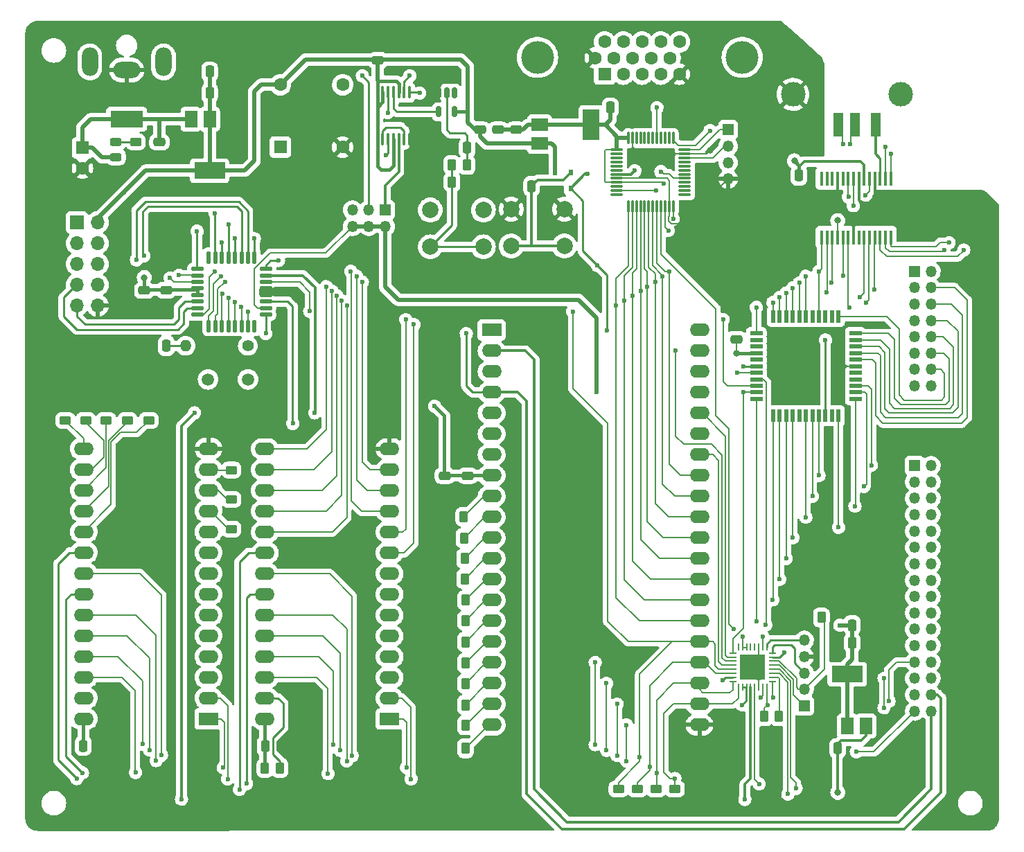
<source format=gbr>
%TF.GenerationSoftware,KiCad,Pcbnew,6.0.4-1.fc35*%
%TF.CreationDate,2022-04-22T15:03:59+05:30*%
%TF.ProjectId,8puter,38707574-6572-42e6-9b69-6361645f7063,rev?*%
%TF.SameCoordinates,PX5496c90PY8113368*%
%TF.FileFunction,Copper,L1,Top*%
%TF.FilePolarity,Positive*%
%FSLAX46Y46*%
G04 Gerber Fmt 4.6, Leading zero omitted, Abs format (unit mm)*
G04 Created by KiCad (PCBNEW 6.0.4-1.fc35) date 2022-04-22 15:03:59*
%MOMM*%
%LPD*%
G01*
G04 APERTURE LIST*
G04 Aperture macros list*
%AMRoundRect*
0 Rectangle with rounded corners*
0 $1 Rounding radius*
0 $2 $3 $4 $5 $6 $7 $8 $9 X,Y pos of 4 corners*
0 Add a 4 corners polygon primitive as box body*
4,1,4,$2,$3,$4,$5,$6,$7,$8,$9,$2,$3,0*
0 Add four circle primitives for the rounded corners*
1,1,$1+$1,$2,$3*
1,1,$1+$1,$4,$5*
1,1,$1+$1,$6,$7*
1,1,$1+$1,$8,$9*
0 Add four rect primitives between the rounded corners*
20,1,$1+$1,$2,$3,$4,$5,0*
20,1,$1+$1,$4,$5,$6,$7,0*
20,1,$1+$1,$6,$7,$8,$9,0*
20,1,$1+$1,$8,$9,$2,$3,0*%
G04 Aperture macros list end*
%TA.AperFunction,SMDPad,CuDef*%
%ADD10RoundRect,0.250000X-0.250000X-0.475000X0.250000X-0.475000X0.250000X0.475000X-0.250000X0.475000X0*%
%TD*%
%TA.AperFunction,SMDPad,CuDef*%
%ADD11RoundRect,0.250000X0.262500X0.450000X-0.262500X0.450000X-0.262500X-0.450000X0.262500X-0.450000X0*%
%TD*%
%TA.AperFunction,ComponentPad*%
%ADD12C,2.000000*%
%TD*%
%TA.AperFunction,SMDPad,CuDef*%
%ADD13RoundRect,0.150000X-0.150000X0.512500X-0.150000X-0.512500X0.150000X-0.512500X0.150000X0.512500X0*%
%TD*%
%TA.AperFunction,ComponentPad*%
%ADD14R,2.400000X1.600000*%
%TD*%
%TA.AperFunction,ComponentPad*%
%ADD15O,2.400000X1.600000*%
%TD*%
%TA.AperFunction,SMDPad,CuDef*%
%ADD16R,1.000000X0.700000*%
%TD*%
%TA.AperFunction,SMDPad,CuDef*%
%ADD17R,0.600000X0.700000*%
%TD*%
%TA.AperFunction,SMDPad,CuDef*%
%ADD18RoundRect,0.250000X0.475000X-0.250000X0.475000X0.250000X-0.475000X0.250000X-0.475000X-0.250000X0*%
%TD*%
%TA.AperFunction,SMDPad,CuDef*%
%ADD19RoundRect,0.250000X-0.450000X0.262500X-0.450000X-0.262500X0.450000X-0.262500X0.450000X0.262500X0*%
%TD*%
%TA.AperFunction,SMDPad,CuDef*%
%ADD20RoundRect,0.250000X0.450000X-0.262500X0.450000X0.262500X-0.450000X0.262500X-0.450000X-0.262500X0*%
%TD*%
%TA.AperFunction,SMDPad,CuDef*%
%ADD21RoundRect,0.250000X-0.475000X0.250000X-0.475000X-0.250000X0.475000X-0.250000X0.475000X0.250000X0*%
%TD*%
%TA.AperFunction,ComponentPad*%
%ADD22R,1.700000X1.700000*%
%TD*%
%TA.AperFunction,ComponentPad*%
%ADD23O,1.700000X1.700000*%
%TD*%
%TA.AperFunction,SMDPad,CuDef*%
%ADD24R,1.500000X2.000000*%
%TD*%
%TA.AperFunction,SMDPad,CuDef*%
%ADD25R,3.800000X2.000000*%
%TD*%
%TA.AperFunction,ComponentPad*%
%ADD26R,1.350000X1.350000*%
%TD*%
%TA.AperFunction,ComponentPad*%
%ADD27O,1.350000X1.350000*%
%TD*%
%TA.AperFunction,ComponentPad*%
%ADD28C,1.400000*%
%TD*%
%TA.AperFunction,ComponentPad*%
%ADD29O,1.400000X1.400000*%
%TD*%
%TA.AperFunction,ComponentPad*%
%ADD30R,1.600000X1.600000*%
%TD*%
%TA.AperFunction,ComponentPad*%
%ADD31C,1.600000*%
%TD*%
%TA.AperFunction,SMDPad,CuDef*%
%ADD32R,0.520000X1.500000*%
%TD*%
%TA.AperFunction,SMDPad,CuDef*%
%ADD33R,1.500000X0.520000*%
%TD*%
%TA.AperFunction,SMDPad,CuDef*%
%ADD34RoundRect,0.250000X-0.262500X-0.450000X0.262500X-0.450000X0.262500X0.450000X-0.262500X0.450000X0*%
%TD*%
%TA.AperFunction,SMDPad,CuDef*%
%ADD35RoundRect,0.243750X-0.456250X0.243750X-0.456250X-0.243750X0.456250X-0.243750X0.456250X0.243750X0*%
%TD*%
%TA.AperFunction,ComponentPad*%
%ADD36C,4.000000*%
%TD*%
%TA.AperFunction,SMDPad,CuDef*%
%ADD37RoundRect,0.062500X-0.062500X0.375000X-0.062500X-0.375000X0.062500X-0.375000X0.062500X0.375000X0*%
%TD*%
%TA.AperFunction,SMDPad,CuDef*%
%ADD38RoundRect,0.062500X-0.375000X0.062500X-0.375000X-0.062500X0.375000X-0.062500X0.375000X0.062500X0*%
%TD*%
%TA.AperFunction,SMDPad,CuDef*%
%ADD39R,3.100000X3.100000*%
%TD*%
%TA.AperFunction,SMDPad,CuDef*%
%ADD40R,0.450000X1.750000*%
%TD*%
%TA.AperFunction,SMDPad,CuDef*%
%ADD41RoundRect,0.250000X0.250000X0.475000X-0.250000X0.475000X-0.250000X-0.475000X0.250000X-0.475000X0*%
%TD*%
%TA.AperFunction,SMDPad,CuDef*%
%ADD42R,2.000000X1.500000*%
%TD*%
%TA.AperFunction,SMDPad,CuDef*%
%ADD43R,2.000000X3.800000*%
%TD*%
%TA.AperFunction,SMDPad,CuDef*%
%ADD44RoundRect,0.075000X-0.662500X-0.075000X0.662500X-0.075000X0.662500X0.075000X-0.662500X0.075000X0*%
%TD*%
%TA.AperFunction,SMDPad,CuDef*%
%ADD45RoundRect,0.075000X-0.075000X-0.662500X0.075000X-0.662500X0.075000X0.662500X-0.075000X0.662500X0*%
%TD*%
%TA.AperFunction,ComponentPad*%
%ADD46R,4.000000X2.000000*%
%TD*%
%TA.AperFunction,ComponentPad*%
%ADD47O,3.300000X2.000000*%
%TD*%
%TA.AperFunction,ComponentPad*%
%ADD48O,2.000000X3.500000*%
%TD*%
%TA.AperFunction,SMDPad,CuDef*%
%ADD49RoundRect,0.100000X0.100000X-0.637500X0.100000X0.637500X-0.100000X0.637500X-0.100000X-0.637500X0*%
%TD*%
%TA.AperFunction,ComponentPad*%
%ADD50C,3.000000*%
%TD*%
%TA.AperFunction,SMDPad,CuDef*%
%ADD51R,1.250000X3.000000*%
%TD*%
%TA.AperFunction,SMDPad,CuDef*%
%ADD52RoundRect,0.125000X-0.125000X0.625000X-0.125000X-0.625000X0.125000X-0.625000X0.125000X0.625000X0*%
%TD*%
%TA.AperFunction,SMDPad,CuDef*%
%ADD53RoundRect,0.125000X-0.625000X0.125000X-0.625000X-0.125000X0.625000X-0.125000X0.625000X0.125000X0*%
%TD*%
%TA.AperFunction,ComponentPad*%
%ADD54C,1.500000*%
%TD*%
%TA.AperFunction,ViaPad*%
%ADD55C,0.800000*%
%TD*%
%TA.AperFunction,ViaPad*%
%ADD56C,0.600000*%
%TD*%
%TA.AperFunction,Conductor*%
%ADD57C,0.250000*%
%TD*%
%TA.AperFunction,Conductor*%
%ADD58C,0.400000*%
%TD*%
%TA.AperFunction,Conductor*%
%ADD59C,0.150000*%
%TD*%
%TA.AperFunction,Conductor*%
%ADD60C,0.300000*%
%TD*%
%TA.AperFunction,Conductor*%
%ADD61C,0.200000*%
%TD*%
%TA.AperFunction,Conductor*%
%ADD62C,0.500000*%
%TD*%
G04 APERTURE END LIST*
D10*
%TO.P,C15,1*%
%TO.N,+5V*%
X29814219Y10984226D03*
%TO.P,C15,2*%
%TO.N,GND*%
X31714219Y10984226D03*
%TD*%
D11*
%TO.P,R30,1*%
%TO.N,GND*%
X54475000Y79900000D03*
%TO.P,R30,2*%
%TO.N,Net-(R30-Pad2)*%
X52650000Y79900000D03*
%TD*%
%TO.P,R22,1*%
%TO.N,ADDR9*%
X54300000Y16000000D03*
%TO.P,R22,2*%
%TO.N,GND*%
X52475000Y16000000D03*
%TD*%
%TO.P,R3,1*%
%TO.N,/TCK*%
X97800000Y26700000D03*
%TO.P,R3,2*%
%TO.N,GND*%
X95975000Y26700000D03*
%TD*%
D12*
%TO.P,RESET_SW1,1,1*%
%TO.N,GND*%
X59894219Y76594226D03*
X66394219Y76594226D03*
%TO.P,RESET_SW1,2,2*%
%TO.N,Net-(C11-Pad1)*%
X59894219Y72094226D03*
X66394219Y72094226D03*
%TD*%
D13*
%TO.P,U3,1,NC*%
%TO.N,unconnected-(U3-Pad1)*%
X52950000Y90775000D03*
%TO.P,U3,2*%
%TO.N,Net-(C18-Pad1)*%
X52000000Y90775000D03*
%TO.P,U3,3,GND*%
%TO.N,GND*%
X51050000Y90775000D03*
%TO.P,U3,4*%
%TO.N,Net-(U2-Pad11)*%
X51050000Y88500000D03*
%TO.P,U3,5,VCC*%
%TO.N,+5V*%
X52950000Y88500000D03*
%TD*%
D14*
%TO.P,ROM1,1,A14*%
%TO.N,ADDR14*%
X45025005Y14275012D03*
D15*
%TO.P,ROM1,2,A12*%
%TO.N,ADDR12*%
X45025005Y16815012D03*
%TO.P,ROM1,3,A7*%
%TO.N,ADDR7*%
X45025005Y19355012D03*
%TO.P,ROM1,4,A6*%
%TO.N,ADDR6*%
X45025005Y21895012D03*
%TO.P,ROM1,5,A5*%
%TO.N,ADDR5*%
X45025005Y24435012D03*
%TO.P,ROM1,6,A4*%
%TO.N,ADDR4*%
X45025005Y26975012D03*
%TO.P,ROM1,7,A3*%
%TO.N,ADDR3*%
X45025005Y29515012D03*
%TO.P,ROM1,8,A2*%
%TO.N,ADDR2*%
X45025005Y32055012D03*
%TO.P,ROM1,9,A1*%
%TO.N,ADDR1*%
X45025005Y34595012D03*
%TO.P,ROM1,10,A0*%
%TO.N,ADDR0*%
X45025005Y37135012D03*
%TO.P,ROM1,11,D0*%
%TO.N,DATA0*%
X45025005Y39675012D03*
%TO.P,ROM1,12,D1*%
%TO.N,DATA1*%
X45025005Y42215012D03*
%TO.P,ROM1,13,D2*%
%TO.N,DATA2*%
X45025005Y44755012D03*
%TO.P,ROM1,14,GND*%
%TO.N,GND*%
X45025005Y47295012D03*
%TO.P,ROM1,15,D3*%
%TO.N,DATA3*%
X29785005Y47295012D03*
%TO.P,ROM1,16,D4*%
%TO.N,DATA4*%
X29785005Y44755012D03*
%TO.P,ROM1,17,D5*%
%TO.N,DATA5*%
X29785005Y42215012D03*
%TO.P,ROM1,18,D6*%
%TO.N,DATA6*%
X29785005Y39675012D03*
%TO.P,ROM1,19,D7*%
%TO.N,DATA7*%
X29785005Y37135012D03*
%TO.P,ROM1,20,~{CS}*%
%TO.N,~{RAM_CS}*%
X29785005Y34595012D03*
%TO.P,ROM1,21,A10*%
%TO.N,ADDR10*%
X29785005Y32055012D03*
%TO.P,ROM1,22,~{OE}*%
%TO.N,CPU_W~{R}*%
X29785005Y29515012D03*
%TO.P,ROM1,23,A11*%
%TO.N,ADDR11*%
X29785005Y26975012D03*
%TO.P,ROM1,24,A9*%
%TO.N,ADDR9*%
X29785005Y24435012D03*
%TO.P,ROM1,25,A8*%
%TO.N,ADDR8*%
X29785005Y21895012D03*
%TO.P,ROM1,26,A13*%
%TO.N,ADDR13*%
X29785005Y19355012D03*
%TO.P,ROM1,27,~{WE}*%
%TO.N,Net-(R2-Pad2)*%
X29785005Y16815012D03*
%TO.P,ROM1,28,VCC*%
%TO.N,+5V*%
X29785005Y14275012D03*
%TD*%
D16*
%TO.P,U6,1,GND*%
%TO.N,GND*%
X65450005Y79100012D03*
D17*
%TO.P,U6,2,~{RESET}*%
%TO.N,~{RESET}*%
X67150005Y79100012D03*
%TO.P,U6,3,~{MR}*%
%TO.N,Net-(C11-Pad1)*%
X67150005Y81100012D03*
%TO.P,U6,4,VCC*%
%TO.N,+5V*%
X65250005Y81100012D03*
%TD*%
D18*
%TO.P,C12,1*%
%TO.N,GND*%
X15050000Y64750000D03*
%TO.P,C12,2*%
%TO.N,+5V*%
X15050000Y66650000D03*
%TD*%
D19*
%TO.P,R28,1*%
%TO.N,ADDR15*%
X73000000Y5725000D03*
%TO.P,R28,2*%
%TO.N,GND*%
X73000000Y3900000D03*
%TD*%
D11*
%TO.P,R16,1*%
%TO.N,ADDR3*%
X54200000Y31400000D03*
%TO.P,R16,2*%
%TO.N,GND*%
X52375000Y31400000D03*
%TD*%
%TO.P,R13,1*%
%TO.N,ADDR0*%
X54100000Y39000000D03*
%TO.P,R13,2*%
%TO.N,GND*%
X52275000Y39000000D03*
%TD*%
D14*
%TO.P,CPU1,1,~{VP}*%
%TO.N,unconnected-(CPU1-Pad1)*%
X57500005Y61825012D03*
D15*
%TO.P,CPU1,2,RDY*%
%TO.N,RDY*%
X57500005Y59285012D03*
%TO.P,CPU1,3,\u03D51*%
%TO.N,unconnected-(CPU1-Pad3)*%
X57500005Y56745012D03*
%TO.P,CPU1,4,~{IRQ}*%
%TO.N,~{IRQ}*%
X57500005Y54205012D03*
%TO.P,CPU1,5,~{ML}*%
%TO.N,unconnected-(CPU1-Pad5)*%
X57500005Y51665012D03*
%TO.P,CPU1,6,~{NMI}*%
%TO.N,~{NMI}*%
X57500005Y49125012D03*
%TO.P,CPU1,7,SYNC*%
%TO.N,unconnected-(CPU1-Pad7)*%
X57500005Y46585012D03*
%TO.P,CPU1,8,VDD*%
%TO.N,+5V*%
X57500005Y44045012D03*
%TO.P,CPU1,9,A0*%
%TO.N,ADDR0*%
X57500005Y41505012D03*
%TO.P,CPU1,10,A1*%
%TO.N,ADDR1*%
X57500005Y38965012D03*
%TO.P,CPU1,11,A2*%
%TO.N,ADDR2*%
X57500005Y36425012D03*
%TO.P,CPU1,12,A3*%
%TO.N,ADDR3*%
X57500005Y33885012D03*
%TO.P,CPU1,13,A4*%
%TO.N,ADDR4*%
X57500005Y31345012D03*
%TO.P,CPU1,14,A5*%
%TO.N,ADDR5*%
X57500005Y28805012D03*
%TO.P,CPU1,15,A6*%
%TO.N,ADDR6*%
X57500005Y26265012D03*
%TO.P,CPU1,16,A7*%
%TO.N,ADDR7*%
X57500005Y23725012D03*
%TO.P,CPU1,17,A8*%
%TO.N,ADDR8*%
X57500005Y21185012D03*
%TO.P,CPU1,18,A9*%
%TO.N,ADDR9*%
X57500005Y18645012D03*
%TO.P,CPU1,19,A10*%
%TO.N,ADDR10*%
X57500005Y16105012D03*
%TO.P,CPU1,20,A11*%
%TO.N,ADDR11*%
X57500005Y13565012D03*
%TO.P,CPU1,21,VSS*%
%TO.N,GND*%
X82900005Y13565012D03*
%TO.P,CPU1,22,A12*%
%TO.N,ADDR12*%
X82900005Y16105012D03*
%TO.P,CPU1,23,A13*%
%TO.N,ADDR13*%
X82900005Y18645012D03*
%TO.P,CPU1,24,A14*%
%TO.N,ADDR14*%
X82900005Y21185012D03*
%TO.P,CPU1,25,A15*%
%TO.N,ADDR15*%
X82900005Y23725012D03*
%TO.P,CPU1,26,D7*%
%TO.N,DATA7*%
X82900005Y26265012D03*
%TO.P,CPU1,27,D6*%
%TO.N,DATA6*%
X82900005Y28805012D03*
%TO.P,CPU1,28,D5*%
%TO.N,DATA5*%
X82900005Y31345012D03*
%TO.P,CPU1,29,D4*%
%TO.N,DATA4*%
X82900005Y33885012D03*
%TO.P,CPU1,30,D3*%
%TO.N,DATA3*%
X82900005Y36425012D03*
%TO.P,CPU1,31,D2*%
%TO.N,DATA2*%
X82900005Y38965012D03*
%TO.P,CPU1,32,D1*%
%TO.N,DATA1*%
X82900005Y41505012D03*
%TO.P,CPU1,33,D0*%
%TO.N,DATA0*%
X82900005Y44045012D03*
%TO.P,CPU1,34,R/~{W}*%
%TO.N,CPU_R~{W}*%
X82900005Y46585012D03*
%TO.P,CPU1,35,nc*%
%TO.N,unconnected-(CPU1-Pad35)*%
X82900005Y49125012D03*
%TO.P,CPU1,36,BE*%
%TO.N,BE*%
X82900005Y51665012D03*
%TO.P,CPU1,37,\u03D50*%
%TO.N,CLOCK*%
X82900005Y54205012D03*
%TO.P,CPU1,38,~{SO}*%
%TO.N,+5V*%
X82900005Y56745012D03*
%TO.P,CPU1,39,\u03D52*%
%TO.N,unconnected-(CPU1-Pad39)*%
X82900005Y59285012D03*
%TO.P,CPU1,40,~{RES}*%
%TO.N,~{RESET}*%
X82900005Y61825012D03*
%TD*%
D20*
%TO.P,R11,1*%
%TO.N,DATA6*%
X13000000Y50775000D03*
%TO.P,R11,2*%
%TO.N,GND*%
X13000000Y52600000D03*
%TD*%
D10*
%TO.P,C8,1*%
%TO.N,+5V*%
X23050000Y93400000D03*
%TO.P,C8,2*%
%TO.N,GND*%
X24950000Y93400000D03*
%TD*%
D21*
%TO.P,C2,1*%
%TO.N,+5V*%
X51774219Y44024226D03*
%TO.P,C2,2*%
%TO.N,GND*%
X51774219Y42124226D03*
%TD*%
D22*
%TO.P,SERIAL1,1,Pin_1*%
%TO.N,Net-(SERC1-Pad4)*%
X6825000Y74975000D03*
D23*
%TO.P,SERIAL1,2,Pin_2*%
%TO.N,+5V*%
X9365000Y74975000D03*
%TO.P,SERIAL1,3,Pin_3*%
%TO.N,Net-(SERC1-Pad5)*%
X6825000Y72435000D03*
%TO.P,SERIAL1,4,Pin_4*%
%TO.N,Net-(SERC1-Pad9)*%
X9365000Y72435000D03*
%TO.P,SERIAL1,5,Pin_5*%
%TO.N,Net-(SERC1-Pad7)*%
X6825000Y69895000D03*
%TO.P,SERIAL1,6,Pin_6*%
%TO.N,Net-(SERC1-Pad6)*%
X9365000Y69895000D03*
%TO.P,SERIAL1,7,Pin_7*%
%TO.N,Net-(SERC1-Pad15)*%
X6825000Y67355000D03*
%TO.P,SERIAL1,8,Pin_8*%
%TO.N,Net-(SERC1-Pad1)*%
X9365000Y67355000D03*
%TO.P,SERIAL1,9,Pin_9*%
%TO.N,Net-(SERC1-Pad14)*%
X6825000Y64815000D03*
%TO.P,SERIAL1,10,Pin_10*%
%TO.N,GND*%
X9365000Y64815000D03*
%TD*%
D18*
%TO.P,C9,1*%
%TO.N,+5V*%
X43600000Y94800000D03*
%TO.P,C9,2*%
%TO.N,GND*%
X43600000Y96700000D03*
%TD*%
D11*
%TO.P,R19,1*%
%TO.N,ADDR6*%
X54300000Y23700000D03*
%TO.P,R19,2*%
%TO.N,GND*%
X52475000Y23700000D03*
%TD*%
D18*
%TO.P,C21,1*%
%TO.N,+5V*%
X87400000Y60700000D03*
%TO.P,C21,2*%
%TO.N,GND*%
X87400000Y62600000D03*
%TD*%
D24*
%TO.P,REG2,1,GND*%
%TO.N,GND*%
X98650000Y13450000D03*
D25*
%TO.P,REG2,2,VO*%
%TO.N,+3V3*%
X100950000Y19750000D03*
D24*
X100950000Y13450000D03*
%TO.P,REG2,3,VI*%
%TO.N,+5V*%
X103250000Y13450000D03*
%TD*%
D26*
%TO.P,PERIPHERAL1,1,Pin_1*%
%TO.N,/Peripheral Handler/PD0*%
X109200000Y69000000D03*
D27*
%TO.P,PERIPHERAL1,2,Pin_2*%
%TO.N,+5V*%
X111200000Y69000000D03*
%TO.P,PERIPHERAL1,3,Pin_3*%
%TO.N,/Peripheral Handler/PD1*%
X109200000Y67000000D03*
%TO.P,PERIPHERAL1,4,Pin_4*%
%TO.N,/Peripheral Handler/PC0*%
X111200000Y67000000D03*
%TO.P,PERIPHERAL1,5,Pin_5*%
%TO.N,/Peripheral Handler/PD2*%
X109200000Y65000000D03*
%TO.P,PERIPHERAL1,6,Pin_6*%
%TO.N,/Peripheral Handler/PC1*%
X111200000Y65000000D03*
%TO.P,PERIPHERAL1,7,Pin_7*%
%TO.N,/Peripheral Handler/PD3*%
X109200000Y63000000D03*
%TO.P,PERIPHERAL1,8,Pin_8*%
%TO.N,/Peripheral Handler/PC2*%
X111200000Y63000000D03*
%TO.P,PERIPHERAL1,9,Pin_9*%
%TO.N,/Peripheral Handler/PD4*%
X109200000Y61000000D03*
%TO.P,PERIPHERAL1,10,Pin_10*%
%TO.N,/Peripheral Handler/PC3*%
X111200000Y61000000D03*
%TO.P,PERIPHERAL1,11,Pin_11*%
%TO.N,/Peripheral Handler/PD5*%
X109200000Y59000000D03*
%TO.P,PERIPHERAL1,12,Pin_12*%
%TO.N,/Peripheral Handler/PC4*%
X111200000Y59000000D03*
%TO.P,PERIPHERAL1,13,Pin_13*%
%TO.N,/Peripheral Handler/PD6*%
X109200000Y57000000D03*
%TO.P,PERIPHERAL1,14,Pin_14*%
%TO.N,/Peripheral Handler/PC5*%
X111200000Y57000000D03*
%TO.P,PERIPHERAL1,15,Pin_15*%
%TO.N,/Peripheral Handler/PD7*%
X109200000Y55000000D03*
%TO.P,PERIPHERAL1,16,Pin_16*%
%TO.N,GND*%
X111200000Y55000000D03*
%TD*%
D18*
%TO.P,C19,1*%
%TO.N,+3V0*%
X60500000Y86300000D03*
%TO.P,C19,2*%
%TO.N,GND*%
X60500000Y88200000D03*
%TD*%
D28*
%TO.P,R4,1*%
%TO.N,Net-(R4-Pad1)*%
X27710000Y59900000D03*
D29*
%TO.P,R4,2*%
%TO.N,Net-(C13-Pad1)*%
X20090000Y59900000D03*
%TD*%
D10*
%TO.P,C16,1*%
%TO.N,+5V*%
X7594219Y11004226D03*
%TO.P,C16,2*%
%TO.N,GND*%
X9494219Y11004226D03*
%TD*%
%TO.P,C17,1*%
%TO.N,+5V*%
X23050000Y90800000D03*
%TO.P,C17,2*%
%TO.N,GND*%
X24950000Y90800000D03*
%TD*%
D30*
%TO.P,C3,1*%
%TO.N,/Power/PWR*%
X7500000Y84100000D03*
D31*
%TO.P,C3,2*%
%TO.N,GND*%
X7500000Y81600000D03*
%TD*%
D32*
%TO.P,PRP1,1,PA5*%
%TO.N,/Peripheral Handler/PC5*%
X99900005Y63450012D03*
%TO.P,PRP1,2,PA6*%
%TO.N,Net-(PRP1-Pad2)*%
X99100005Y63450012D03*
%TO.P,PRP1,3,PA7*%
%TO.N,Net-(PRP1-Pad3)*%
X98300005Y63450012D03*
%TO.P,PRP1,4,PB0*%
%TO.N,/Peripheral Handler/PD0*%
X97500005Y63450012D03*
%TO.P,PRP1,5,nc*%
%TO.N,unconnected-(PRP1-Pad5)*%
X96700005Y63450012D03*
%TO.P,PRP1,6,PB1*%
%TO.N,/Peripheral Handler/PD1*%
X95900005Y63450012D03*
%TO.P,PRP1,7,PB2*%
%TO.N,/Peripheral Handler/PD2*%
X95100005Y63450012D03*
%TO.P,PRP1,8,PB3*%
%TO.N,/Peripheral Handler/PD3*%
X94300005Y63450012D03*
%TO.P,PRP1,9,PB4*%
%TO.N,/Peripheral Handler/PD4*%
X93500005Y63450012D03*
%TO.P,PRP1,10,PB5*%
%TO.N,/Peripheral Handler/PD5*%
X92700005Y63450012D03*
%TO.P,PRP1,11,PB6*%
%TO.N,/Peripheral Handler/PD6*%
X91900005Y63450012D03*
D33*
%TO.P,PRP1,12,PB7*%
%TO.N,/Peripheral Handler/PD7*%
X89850005Y61400012D03*
%TO.P,PRP1,13,CB1*%
%TO.N,unconnected-(PRP1-Pad13)*%
X89850005Y60600012D03*
%TO.P,PRP1,14,CB2*%
%TO.N,unconnected-(PRP1-Pad14)*%
X89850005Y59800012D03*
%TO.P,PRP1,15,VDD*%
%TO.N,+5V*%
X89850005Y59000012D03*
%TO.P,PRP1,16,nc*%
%TO.N,unconnected-(PRP1-Pad16)*%
X89850005Y58200012D03*
%TO.P,PRP1,17,~{IRQ}*%
%TO.N,~{IRQ}*%
X89850005Y57400012D03*
%TO.P,PRP1,18,R/~{W}*%
%TO.N,CPU_R~{W}*%
X89850005Y56600012D03*
%TO.P,PRP1,19,~{CS2}*%
%TO.N,~{PRP_CS}*%
X89850005Y55800012D03*
%TO.P,PRP1,20,CS1*%
%TO.N,ADDR15*%
X89850005Y55000012D03*
%TO.P,PRP1,21,\u03D52*%
%TO.N,CLOCK*%
X89850005Y54200012D03*
%TO.P,PRP1,22,D7*%
%TO.N,DATA7*%
X89850005Y53400012D03*
D32*
%TO.P,PRP1,23,D6*%
%TO.N,DATA6*%
X91900005Y51350012D03*
%TO.P,PRP1,24,D5*%
%TO.N,DATA5*%
X92700005Y51350012D03*
%TO.P,PRP1,25,D4*%
%TO.N,DATA4*%
X93500005Y51350012D03*
%TO.P,PRP1,26,D3*%
%TO.N,DATA3*%
X94300005Y51350012D03*
%TO.P,PRP1,27,nc*%
%TO.N,unconnected-(PRP1-Pad27)*%
X95100005Y51350012D03*
%TO.P,PRP1,28,D2*%
%TO.N,DATA2*%
X95900005Y51350012D03*
%TO.P,PRP1,29,D1*%
%TO.N,DATA1*%
X96700005Y51350012D03*
%TO.P,PRP1,30,D0*%
%TO.N,DATA0*%
X97500005Y51350012D03*
%TO.P,PRP1,31,~{RES}*%
%TO.N,~{RESET}*%
X98300005Y51350012D03*
%TO.P,PRP1,32,nc*%
%TO.N,unconnected-(PRP1-Pad32)*%
X99100005Y51350012D03*
%TO.P,PRP1,33,RS3*%
%TO.N,ADDR3*%
X99900005Y51350012D03*
D33*
%TO.P,PRP1,34,RS2*%
%TO.N,ADDR2*%
X101950005Y53400012D03*
%TO.P,PRP1,35,RS1*%
%TO.N,ADDR1*%
X101950005Y54200012D03*
%TO.P,PRP1,36,RS0*%
%TO.N,ADDR0*%
X101950005Y55000012D03*
%TO.P,PRP1,37,CA2*%
%TO.N,unconnected-(PRP1-Pad37)*%
X101950005Y55800012D03*
%TO.P,PRP1,38,CA1*%
%TO.N,unconnected-(PRP1-Pad38)*%
X101950005Y56600012D03*
%TO.P,PRP1,39,VSS*%
%TO.N,GND*%
X101950005Y57400012D03*
%TO.P,PRP1,40,PA0*%
%TO.N,/Peripheral Handler/PC0*%
X101950005Y58200012D03*
%TO.P,PRP1,41,PA1*%
%TO.N,/Peripheral Handler/PC1*%
X101950005Y59000012D03*
%TO.P,PRP1,42,PA2*%
%TO.N,/Peripheral Handler/PC2*%
X101950005Y59800012D03*
%TO.P,PRP1,43,PA3*%
%TO.N,/Peripheral Handler/PC3*%
X101950005Y60600012D03*
%TO.P,PRP1,44,PA4*%
%TO.N,/Peripheral Handler/PC4*%
X101950005Y61400012D03*
%TD*%
D34*
%TO.P,R2,1*%
%TO.N,+5V*%
X29801719Y8284226D03*
%TO.P,R2,2*%
%TO.N,Net-(R2-Pad2)*%
X31626719Y8284226D03*
%TD*%
D35*
%TO.P,D1,1,K*%
%TO.N,Net-(D1-Pad1)*%
X11590000Y84837500D03*
%TO.P,D1,2,A*%
%TO.N,/Power/PWR*%
X11590000Y82962500D03*
%TD*%
D11*
%TO.P,R18,1*%
%TO.N,ADDR5*%
X54300000Y26300000D03*
%TO.P,R18,2*%
%TO.N,GND*%
X52475000Y26300000D03*
%TD*%
D18*
%TO.P,C14,1*%
%TO.N,+5V*%
X56100000Y86300000D03*
%TO.P,C14,2*%
%TO.N,GND*%
X56100000Y88200000D03*
%TD*%
D19*
%TO.P,R6,1*%
%TO.N,DATA1*%
X25700000Y41112500D03*
%TO.P,R6,2*%
%TO.N,GND*%
X25700000Y39287500D03*
%TD*%
D36*
%TO.P,VGA1,0*%
%TO.N,N/C*%
X88115000Y95149669D03*
X63115000Y95149669D03*
D30*
%TO.P,VGA1,1,1*%
%TO.N,/Video/COLOR*%
X71300000Y93099669D03*
D31*
%TO.P,VGA1,2,2*%
X73590000Y93099669D03*
%TO.P,VGA1,3,3*%
X75880000Y93099669D03*
%TO.P,VGA1,4,4*%
%TO.N,unconnected-(VGA1-Pad4)*%
X78170000Y93099669D03*
%TO.P,VGA1,5,5*%
%TO.N,GND*%
X80460000Y93099669D03*
%TO.P,VGA1,6,6*%
X70155000Y95079669D03*
%TO.P,VGA1,7,7*%
X72445000Y95079669D03*
%TO.P,VGA1,8,8*%
X74735000Y95079669D03*
%TO.P,VGA1,9,P9*%
%TO.N,unconnected-(VGA1-Pad9)*%
X77025000Y95079669D03*
%TO.P,VGA1,10,P10*%
%TO.N,GND*%
X79315000Y95079669D03*
%TO.P,VGA1,11,P111*%
%TO.N,unconnected-(VGA1-Pad11)*%
X71300000Y97059669D03*
%TO.P,VGA1,12,P12*%
%TO.N,unconnected-(VGA1-Pad12)*%
X73590000Y97059669D03*
%TO.P,VGA1,13,P13*%
%TO.N,/Video/HSYNC*%
X75880000Y97059669D03*
%TO.P,VGA1,14,P14*%
%TO.N,/Video/VSYNC*%
X78170000Y97059669D03*
%TO.P,VGA1,15,P15*%
%TO.N,unconnected-(VGA1-Pad15)*%
X80460000Y97059669D03*
%TD*%
D11*
%TO.P,R15,1*%
%TO.N,ADDR2*%
X54200000Y33900000D03*
%TO.P,R15,2*%
%TO.N,GND*%
X52375000Y33900000D03*
%TD*%
D26*
%TO.P,JTAG1,1,Pin_1*%
%TO.N,/TMS*%
X95700000Y15900000D03*
D27*
%TO.P,JTAG1,2,Pin_2*%
%TO.N,/TCK*%
X95700000Y17900000D03*
%TO.P,JTAG1,3,Pin_3*%
%TO.N,/TDI*%
X95700000Y19900000D03*
%TO.P,JTAG1,4,Pin_4*%
%TO.N,GND*%
X95700000Y21900000D03*
%TO.P,JTAG1,5,Pin_5*%
%TO.N,/TDO*%
X95700000Y23900000D03*
%TD*%
D37*
%TO.P,GLUE_FPGA1,1,PT6C/TDO*%
%TO.N,/TDO*%
X91154219Y23041726D03*
%TO.P,GLUE_FPGA1,2,VCC*%
%TO.N,+3V3*%
X90654219Y23041726D03*
%TO.P,GLUE_FPGA1,3,GND*%
%TO.N,GND*%
X90154219Y23041726D03*
%TO.P,GLUE_FPGA1,4,PL5C*%
%TO.N,unconnected-(GLUE_FPGA1-Pad4)*%
X89654219Y23041726D03*
%TO.P,GLUE_FPGA1,5,PL5D*%
%TO.N,unconnected-(GLUE_FPGA1-Pad5)*%
X89154219Y23041726D03*
%TO.P,GLUE_FPGA1,6,VCCIO3*%
%TO.N,+3V3*%
X88654219Y23041726D03*
%TO.P,GLUE_FPGA1,7,VCCIO2*%
X88154219Y23041726D03*
%TO.P,GLUE_FPGA1,8,PB2A/CS*%
%TO.N,unconnected-(GLUE_FPGA1-Pad8)*%
X87654219Y23041726D03*
D38*
%TO.P,GLUE_FPGA1,9,PB2C/SCLK*%
%TO.N,CLOCK*%
X86966719Y22354226D03*
%TO.P,GLUE_FPGA1,10,PB2D/SPISO*%
%TO.N,BE*%
X86966719Y21854226D03*
%TO.P,GLUE_FPGA1,11,PB4A*%
%TO.N,RDY*%
X86966719Y21354226D03*
%TO.P,GLUE_FPGA1,12,PB4B*%
%TO.N,CPU_R~{W}*%
X86966719Y20854226D03*
%TO.P,GLUE_FPGA1,13,PB4C*%
%TO.N,ADDR15*%
X86966719Y20354226D03*
%TO.P,GLUE_FPGA1,14,PB4D*%
%TO.N,ADDR14*%
X86966719Y19854226D03*
%TO.P,GLUE_FPGA1,15,VCCIO2*%
%TO.N,+3V3*%
X86966719Y19354226D03*
%TO.P,GLUE_FPGA1,16,PB9A/SN*%
%TO.N,ADDR13*%
X86966719Y18854226D03*
D37*
%TO.P,GLUE_FPGA1,17,PB9B/SI*%
%TO.N,ADDR12*%
X87654219Y18166726D03*
%TO.P,GLUE_FPGA1,18,VCC*%
%TO.N,+3V3*%
X88154219Y18166726D03*
%TO.P,GLUE_FPGA1,19,VCCIO1*%
X88654219Y18166726D03*
%TO.P,GLUE_FPGA1,20,PR5B*%
%TO.N,~{SERIAL_CS}*%
X89154219Y18166726D03*
%TO.P,GLUE_FPGA1,21,PR5A*%
%TO.N,CPU_W~{R}*%
X89654219Y18166726D03*
%TO.P,GLUE_FPGA1,22,GND*%
%TO.N,GND*%
X90154219Y18166726D03*
%TO.P,GLUE_FPGA1,23,PT9D/DONE*%
%TO.N,~{VID_CS}*%
X90654219Y18166726D03*
%TO.P,GLUE_FPGA1,24,VCCIO0*%
%TO.N,+3V3*%
X91154219Y18166726D03*
D38*
%TO.P,GLUE_FPGA1,25,PT9B/PROGRAMN*%
%TO.N,~{PRP_CS}*%
X91841719Y18854226D03*
%TO.P,GLUE_FPGA1,26,PT9A/JTAGENB*%
%TO.N,Net-(GLUE_FPGA1-Pad26)*%
X91841719Y19354226D03*
%TO.P,GLUE_FPGA1,27,PT8D/SDA*%
%TO.N,~{ROM_CS}*%
X91841719Y19854226D03*
%TO.P,GLUE_FPGA1,28,PT8C/SCL*%
%TO.N,~{RAM_CS}*%
X91841719Y20354226D03*
%TO.P,GLUE_FPGA1,29,PT7B/TMS*%
%TO.N,/TMS*%
X91841719Y20854226D03*
%TO.P,GLUE_FPGA1,30,PT7A/TCK*%
%TO.N,/TCK*%
X91841719Y21354226D03*
%TO.P,GLUE_FPGA1,31,VCCIO0*%
%TO.N,+3V3*%
X91841719Y21854226D03*
%TO.P,GLUE_FPGA1,32,PT6D/TDI*%
%TO.N,/TDI*%
X91841719Y22354226D03*
D39*
%TO.P,GLUE_FPGA1,33,GND*%
%TO.N,GND*%
X89404219Y20604226D03*
%TD*%
D21*
%TO.P,C4,1*%
%TO.N,+5V*%
X54574219Y44024226D03*
%TO.P,C4,2*%
%TO.N,GND*%
X54574219Y42124226D03*
%TD*%
D26*
%TO.P,DEBUG1,1,Pin_1*%
%TO.N,ADDR0*%
X109200000Y45250000D03*
D27*
%TO.P,DEBUG1,2,Pin_2*%
%TO.N,DATA0*%
X111200000Y45250000D03*
%TO.P,DEBUG1,3,Pin_3*%
%TO.N,ADDR1*%
X109200000Y43250000D03*
%TO.P,DEBUG1,4,Pin_4*%
%TO.N,DATA1*%
X111200000Y43250000D03*
%TO.P,DEBUG1,5,Pin_5*%
%TO.N,ADDR2*%
X109200000Y41250000D03*
%TO.P,DEBUG1,6,Pin_6*%
%TO.N,DATA2*%
X111200000Y41250000D03*
%TO.P,DEBUG1,7,Pin_7*%
%TO.N,ADDR3*%
X109200000Y39250000D03*
%TO.P,DEBUG1,8,Pin_8*%
%TO.N,DATA3*%
X111200000Y39250000D03*
%TO.P,DEBUG1,9,Pin_9*%
%TO.N,ADDR4*%
X109200000Y37250000D03*
%TO.P,DEBUG1,10,Pin_10*%
%TO.N,DATA4*%
X111200000Y37250000D03*
%TO.P,DEBUG1,11,Pin_11*%
%TO.N,ADDR5*%
X109200000Y35250000D03*
%TO.P,DEBUG1,12,Pin_12*%
%TO.N,DATA5*%
X111200000Y35250000D03*
%TO.P,DEBUG1,13,Pin_13*%
%TO.N,ADDR6*%
X109200000Y33250000D03*
%TO.P,DEBUG1,14,Pin_14*%
%TO.N,DATA6*%
X111200000Y33250000D03*
%TO.P,DEBUG1,15,Pin_15*%
%TO.N,ADDR7*%
X109200000Y31250000D03*
%TO.P,DEBUG1,16,Pin_16*%
%TO.N,DATA7*%
X111200000Y31250000D03*
%TO.P,DEBUG1,17,Pin_17*%
%TO.N,ADDR8*%
X109200000Y29250000D03*
%TO.P,DEBUG1,18,Pin_18*%
%TO.N,unconnected-(DEBUG1-Pad18)*%
X111200000Y29250000D03*
%TO.P,DEBUG1,19,Pin_19*%
%TO.N,ADDR9*%
X109200000Y27250000D03*
%TO.P,DEBUG1,20,Pin_20*%
%TO.N,unconnected-(DEBUG1-Pad20)*%
X111200000Y27250000D03*
%TO.P,DEBUG1,21,Pin_21*%
%TO.N,ADDR10*%
X109200000Y25250000D03*
%TO.P,DEBUG1,22,Pin_22*%
%TO.N,unconnected-(DEBUG1-Pad22)*%
X111200000Y25250000D03*
%TO.P,DEBUG1,23,Pin_23*%
%TO.N,ADDR11*%
X109200000Y23250000D03*
%TO.P,DEBUG1,24,Pin_24*%
%TO.N,unconnected-(DEBUG1-Pad24)*%
X111200000Y23250000D03*
%TO.P,DEBUG1,25,Pin_25*%
%TO.N,ADDR12*%
X109200000Y21250000D03*
%TO.P,DEBUG1,26,Pin_26*%
%TO.N,unconnected-(DEBUG1-Pad26)*%
X111200000Y21250000D03*
%TO.P,DEBUG1,27,Pin_27*%
%TO.N,ADDR13*%
X109200000Y19250000D03*
%TO.P,DEBUG1,28,Pin_28*%
%TO.N,unconnected-(DEBUG1-Pad28)*%
X111200000Y19250000D03*
%TO.P,DEBUG1,29,Pin_29*%
%TO.N,ADDR14*%
X109200000Y17250000D03*
%TO.P,DEBUG1,30,Pin_30*%
%TO.N,~{IRQ}*%
X111200000Y17250000D03*
%TO.P,DEBUG1,31,Pin_31*%
%TO.N,ADDR15*%
X109200000Y15250000D03*
%TO.P,DEBUG1,32,Pin_32*%
%TO.N,RDY*%
X111200000Y15250000D03*
%TD*%
D19*
%TO.P,R27,1*%
%TO.N,ADDR14*%
X75300000Y5712500D03*
%TO.P,R27,2*%
%TO.N,GND*%
X75300000Y3887500D03*
%TD*%
D11*
%TO.P,R23,1*%
%TO.N,ADDR10*%
X54300000Y13500000D03*
%TO.P,R23,2*%
%TO.N,GND*%
X52475000Y13500000D03*
%TD*%
%TO.P,R24,1*%
%TO.N,ADDR11*%
X54300000Y10700000D03*
%TO.P,R24,2*%
%TO.N,GND*%
X52475000Y10700000D03*
%TD*%
D40*
%TO.P,USB1,1,D0*%
%TO.N,/Peripheral Handler/PD0*%
X97825000Y73150000D03*
%TO.P,USB1,2,D4*%
%TO.N,/Peripheral Handler/PD4*%
X98475000Y73150000D03*
%TO.P,USB1,3,D2*%
%TO.N,/Peripheral Handler/PD2*%
X99125000Y73150000D03*
%TO.P,USB1,4,VCCIO*%
%TO.N,+5V*%
X99775000Y73150000D03*
%TO.P,USB1,5,D1*%
%TO.N,/Peripheral Handler/PD1*%
X100425000Y73150000D03*
%TO.P,USB1,6,D7*%
%TO.N,/Peripheral Handler/PD7*%
X101075000Y73150000D03*
%TO.P,USB1,7,GND*%
%TO.N,GND*%
X101725000Y73150000D03*
%TO.P,USB1,8,NC*%
%TO.N,unconnected-(USB1-Pad8)*%
X102375000Y73150000D03*
%TO.P,USB1,9,D5*%
%TO.N,/Peripheral Handler/PD5*%
X103025000Y73150000D03*
%TO.P,USB1,10,D6*%
%TO.N,/Peripheral Handler/PD6*%
X103675000Y73150000D03*
%TO.P,USB1,11,D3*%
%TO.N,/Peripheral Handler/PD3*%
X104325000Y73150000D03*
%TO.P,USB1,12,~{PWREN}*%
%TO.N,/Peripheral Handler/PC4*%
X104975000Y73150000D03*
%TO.P,USB1,13,~{RD}*%
%TO.N,/Peripheral Handler/PC0*%
X105625000Y73150000D03*
%TO.P,USB1,14,WR*%
%TO.N,/Peripheral Handler/PC1*%
X106275000Y73150000D03*
%TO.P,USB1,15,USBDP*%
%TO.N,/Peripheral Handler/SUSB+*%
X106275000Y80350000D03*
%TO.P,USB1,16,USBDM*%
%TO.N,/Peripheral Handler/SUSB-*%
X105625000Y80350000D03*
%TO.P,USB1,17,3V3OUT*%
%TO.N,Net-(USB1-Pad17)*%
X104975000Y80350000D03*
%TO.P,USB1,18,GND*%
%TO.N,GND*%
X104325000Y80350000D03*
%TO.P,USB1,19,~{RESET}*%
%TO.N,~{RESET}*%
X103675000Y80350000D03*
%TO.P,USB1,20,VCC*%
%TO.N,+5V*%
X103025000Y80350000D03*
%TO.P,USB1,21,GND*%
%TO.N,GND*%
X102375000Y80350000D03*
%TO.P,USB1,22,~{TXE}*%
%TO.N,/Peripheral Handler/PC2*%
X101725000Y80350000D03*
%TO.P,USB1,23,~{RXF}*%
%TO.N,/Peripheral Handler/PC3*%
X101075000Y80350000D03*
%TO.P,USB1,24,NC*%
%TO.N,unconnected-(USB1-Pad24)*%
X100425000Y80350000D03*
%TO.P,USB1,25,AGND*%
%TO.N,GND*%
X99775000Y80350000D03*
%TO.P,USB1,26,TEST*%
%TO.N,unconnected-(USB1-Pad26)*%
X99125000Y80350000D03*
%TO.P,USB1,27,OSC_IN*%
%TO.N,unconnected-(USB1-Pad27)*%
X98475000Y80350000D03*
%TO.P,USB1,28,OSC_OT*%
%TO.N,unconnected-(USB1-Pad28)*%
X97825000Y80350000D03*
%TD*%
D41*
%TO.P,C11,1*%
%TO.N,Net-(C11-Pad1)*%
X62394219Y79400000D03*
%TO.P,C11,2*%
%TO.N,GND*%
X60494219Y79400000D03*
%TD*%
D11*
%TO.P,R17,1*%
%TO.N,ADDR4*%
X54300000Y28800000D03*
%TO.P,R17,2*%
%TO.N,GND*%
X52475000Y28800000D03*
%TD*%
D20*
%TO.P,R9,1*%
%TO.N,DATA4*%
X7900000Y50787500D03*
%TO.P,R9,2*%
%TO.N,GND*%
X7900000Y52612500D03*
%TD*%
%TO.P,R10,1*%
%TO.N,DATA5*%
X10400000Y50787500D03*
%TO.P,R10,2*%
%TO.N,GND*%
X10400000Y52612500D03*
%TD*%
D19*
%TO.P,R29,1*%
%TO.N,Net-(D1-Pad1)*%
X14000000Y84825000D03*
%TO.P,R29,2*%
%TO.N,GND*%
X14000000Y83000000D03*
%TD*%
D18*
%TO.P,C20,1*%
%TO.N,+3V0*%
X58300000Y86300000D03*
%TO.P,C20,2*%
%TO.N,GND*%
X58300000Y88200000D03*
%TD*%
D10*
%TO.P,C6,1*%
%TO.N,+3V3*%
X101554219Y23600000D03*
%TO.P,C6,2*%
%TO.N,GND*%
X103454219Y23600000D03*
%TD*%
D41*
%TO.P,C22,1*%
%TO.N,+5V*%
X95050000Y80700000D03*
%TO.P,C22,2*%
%TO.N,GND*%
X93150000Y80700000D03*
%TD*%
D19*
%TO.P,R25,1*%
%TO.N,ADDR12*%
X79900000Y5712500D03*
%TO.P,R25,2*%
%TO.N,GND*%
X79900000Y3887500D03*
%TD*%
D41*
%TO.P,C18,1*%
%TO.N,Net-(C18-Pad1)*%
X54500000Y84100000D03*
%TO.P,C18,2*%
%TO.N,GND*%
X52600000Y84100000D03*
%TD*%
D26*
%TO.P,SWD_H1,1,Pin_1*%
%TO.N,+3V0*%
X86400000Y86300000D03*
D27*
%TO.P,SWD_H1,2,Pin_2*%
%TO.N,Net-(SWD_H1-Pad2)*%
X86400000Y84300000D03*
%TO.P,SWD_H1,3,Pin_3*%
%TO.N,Net-(SWD_H1-Pad3)*%
X86400000Y82300000D03*
%TO.P,SWD_H1,4,Pin_4*%
%TO.N,GND*%
X86400000Y80300000D03*
%TD*%
D42*
%TO.P,REG3,1,GND*%
%TO.N,GND*%
X63350000Y89200000D03*
D43*
%TO.P,REG3,2,VO*%
%TO.N,+3V0*%
X69650000Y86900000D03*
D42*
X63350000Y86900000D03*
%TO.P,REG3,3,VI*%
%TO.N,+5V*%
X63350000Y84600000D03*
%TD*%
D14*
%TO.P,RAM1,1,A14*%
%TO.N,ADDR14*%
X22900005Y14300012D03*
D15*
%TO.P,RAM1,2,A12*%
%TO.N,ADDR12*%
X22900005Y16840012D03*
%TO.P,RAM1,3,A7*%
%TO.N,ADDR7*%
X22900005Y19380012D03*
%TO.P,RAM1,4,A6*%
%TO.N,ADDR6*%
X22900005Y21920012D03*
%TO.P,RAM1,5,A5*%
%TO.N,ADDR5*%
X22900005Y24460012D03*
%TO.P,RAM1,6,A4*%
%TO.N,ADDR4*%
X22900005Y27000012D03*
%TO.P,RAM1,7,A3*%
%TO.N,ADDR3*%
X22900005Y29540012D03*
%TO.P,RAM1,8,A2*%
%TO.N,ADDR2*%
X22900005Y32080012D03*
%TO.P,RAM1,9,A1*%
%TO.N,ADDR1*%
X22900005Y34620012D03*
%TO.P,RAM1,10,A0*%
%TO.N,ADDR0*%
X22900005Y37160012D03*
%TO.P,RAM1,11,Q0*%
%TO.N,DATA0*%
X22900005Y39700012D03*
%TO.P,RAM1,12,Q1*%
%TO.N,DATA1*%
X22900005Y42240012D03*
%TO.P,RAM1,13,Q2*%
%TO.N,DATA2*%
X22900005Y44780012D03*
%TO.P,RAM1,14,GND*%
%TO.N,GND*%
X22900005Y47320012D03*
%TO.P,RAM1,15,Q3*%
%TO.N,DATA3*%
X7660005Y47320012D03*
%TO.P,RAM1,16,Q4*%
%TO.N,DATA4*%
X7660005Y44780012D03*
%TO.P,RAM1,17,Q5*%
%TO.N,DATA5*%
X7660005Y42240012D03*
%TO.P,RAM1,18,Q6*%
%TO.N,DATA6*%
X7660005Y39700012D03*
%TO.P,RAM1,19,Q7*%
%TO.N,DATA7*%
X7660005Y37160012D03*
%TO.P,RAM1,20,~{CS}*%
%TO.N,~{ROM_CS}*%
X7660005Y34620012D03*
%TO.P,RAM1,21,A10*%
%TO.N,ADDR10*%
X7660005Y32080012D03*
%TO.P,RAM1,22,~{OE}*%
%TO.N,CPU_W~{R}*%
X7660005Y29540012D03*
%TO.P,RAM1,23,A11*%
%TO.N,ADDR11*%
X7660005Y27000012D03*
%TO.P,RAM1,24,A9*%
%TO.N,ADDR9*%
X7660005Y24460012D03*
%TO.P,RAM1,25,A8*%
%TO.N,ADDR8*%
X7660005Y21920012D03*
%TO.P,RAM1,26,A13*%
%TO.N,ADDR13*%
X7660005Y19380012D03*
%TO.P,RAM1,27,~{WE}*%
%TO.N,CPU_R~{W}*%
X7660005Y16840012D03*
%TO.P,RAM1,28,VCC*%
%TO.N,+5V*%
X7660005Y14300012D03*
%TD*%
D44*
%TO.P,VIDEO1,1,VBAT*%
%TO.N,+3V0*%
X72787500Y83862500D03*
%TO.P,VIDEO1,2,PC13*%
%TO.N,unconnected-(VIDEO1-Pad2)*%
X72787500Y83362500D03*
%TO.P,VIDEO1,3,PC14*%
%TO.N,unconnected-(VIDEO1-Pad3)*%
X72787500Y82862500D03*
%TO.P,VIDEO1,4,PC15*%
%TO.N,unconnected-(VIDEO1-Pad4)*%
X72787500Y82362500D03*
%TO.P,VIDEO1,5,PF0*%
%TO.N,unconnected-(VIDEO1-Pad5)*%
X72787500Y81862500D03*
%TO.P,VIDEO1,6,PF1*%
%TO.N,unconnected-(VIDEO1-Pad6)*%
X72787500Y81362500D03*
%TO.P,VIDEO1,7,NRST*%
%TO.N,~{RESET}*%
X72787500Y80862500D03*
%TO.P,VIDEO1,8,VSSA*%
%TO.N,GND*%
X72787500Y80362500D03*
%TO.P,VIDEO1,9,VDDA*%
%TO.N,+3V0*%
X72787500Y79862500D03*
%TO.P,VIDEO1,10,PA0*%
%TO.N,unconnected-(VIDEO1-Pad10)*%
X72787500Y79362500D03*
%TO.P,VIDEO1,11,PA1*%
%TO.N,/Video/VSYNC*%
X72787500Y78862500D03*
%TO.P,VIDEO1,12,PA2*%
%TO.N,unconnected-(VIDEO1-Pad12)*%
X72787500Y78362500D03*
D45*
%TO.P,VIDEO1,13,PA3*%
%TO.N,DATA7*%
X74200000Y76950000D03*
%TO.P,VIDEO1,14,PA4*%
%TO.N,DATA6*%
X74700000Y76950000D03*
%TO.P,VIDEO1,15,PA5*%
%TO.N,DATA5*%
X75200000Y76950000D03*
%TO.P,VIDEO1,16,PA6*%
%TO.N,DATA4*%
X75700000Y76950000D03*
%TO.P,VIDEO1,17,PA7*%
%TO.N,DATA3*%
X76200000Y76950000D03*
%TO.P,VIDEO1,18,PB0*%
%TO.N,DATA2*%
X76700000Y76950000D03*
%TO.P,VIDEO1,19,PB1*%
%TO.N,DATA1*%
X77200000Y76950000D03*
%TO.P,VIDEO1,20,PB2*%
%TO.N,DATA0*%
X77700000Y76950000D03*
%TO.P,VIDEO1,21,PB10*%
%TO.N,~{VID_CS}*%
X78200000Y76950000D03*
%TO.P,VIDEO1,22,PB11*%
%TO.N,CLOCK*%
X78700000Y76950000D03*
%TO.P,VIDEO1,23,VSS*%
%TO.N,GND*%
X79200000Y76950000D03*
%TO.P,VIDEO1,24,VDD*%
%TO.N,+3V0*%
X79700000Y76950000D03*
D44*
%TO.P,VIDEO1,25,PB12*%
%TO.N,unconnected-(VIDEO1-Pad25)*%
X81112500Y78362500D03*
%TO.P,VIDEO1,26,PB13*%
%TO.N,unconnected-(VIDEO1-Pad26)*%
X81112500Y78862500D03*
%TO.P,VIDEO1,27,PB14*%
%TO.N,unconnected-(VIDEO1-Pad27)*%
X81112500Y79362500D03*
%TO.P,VIDEO1,28,PB15*%
%TO.N,unconnected-(VIDEO1-Pad28)*%
X81112500Y79862500D03*
%TO.P,VIDEO1,29,PA8*%
%TO.N,/Video/HSYNC*%
X81112500Y80362500D03*
%TO.P,VIDEO1,30,PA9*%
%TO.N,unconnected-(VIDEO1-Pad30)*%
X81112500Y80862500D03*
%TO.P,VIDEO1,31,PA10*%
%TO.N,unconnected-(VIDEO1-Pad31)*%
X81112500Y81362500D03*
%TO.P,VIDEO1,32,PA11*%
%TO.N,unconnected-(VIDEO1-Pad32)*%
X81112500Y81862500D03*
%TO.P,VIDEO1,33,PA12*%
%TO.N,unconnected-(VIDEO1-Pad33)*%
X81112500Y82362500D03*
%TO.P,VIDEO1,34,PA13*%
%TO.N,Net-(SWD_H1-Pad2)*%
X81112500Y82862500D03*
%TO.P,VIDEO1,35,VSS*%
%TO.N,GND*%
X81112500Y83362500D03*
%TO.P,VIDEO1,36,VDD*%
%TO.N,+3V0*%
X81112500Y83862500D03*
D45*
%TO.P,VIDEO1,37,PA14*%
%TO.N,Net-(SWD_H1-Pad3)*%
X79700000Y85275000D03*
%TO.P,VIDEO1,38,PA15*%
%TO.N,unconnected-(VIDEO1-Pad38)*%
X79200000Y85275000D03*
%TO.P,VIDEO1,39,PB3*%
%TO.N,unconnected-(VIDEO1-Pad39)*%
X78700000Y85275000D03*
%TO.P,VIDEO1,40,PB4*%
%TO.N,unconnected-(VIDEO1-Pad40)*%
X78200000Y85275000D03*
%TO.P,VIDEO1,41,PB5*%
%TO.N,/Video/COLOR*%
X77700000Y85275000D03*
%TO.P,VIDEO1,42,PB6*%
%TO.N,unconnected-(VIDEO1-Pad42)*%
X77200000Y85275000D03*
%TO.P,VIDEO1,43,PB7*%
%TO.N,unconnected-(VIDEO1-Pad43)*%
X76700000Y85275000D03*
%TO.P,VIDEO1,44,BOOT0*%
%TO.N,unconnected-(VIDEO1-Pad44)*%
X76200000Y85275000D03*
%TO.P,VIDEO1,45,PB8*%
%TO.N,unconnected-(VIDEO1-Pad45)*%
X75700000Y85275000D03*
%TO.P,VIDEO1,46,PB9*%
%TO.N,unconnected-(VIDEO1-Pad46)*%
X75200000Y85275000D03*
%TO.P,VIDEO1,47,VSS*%
%TO.N,GND*%
X74700000Y85275000D03*
%TO.P,VIDEO1,48,VDD*%
%TO.N,+3V0*%
X74200000Y85275000D03*
%TD*%
D41*
%TO.P,C13,1*%
%TO.N,Net-(C13-Pad1)*%
X17750000Y59900000D03*
%TO.P,C13,2*%
%TO.N,GND*%
X15850000Y59900000D03*
%TD*%
D46*
%TO.P,J1,1*%
%TO.N,/Power/PWR*%
X12900000Y87600000D03*
D47*
%TO.P,J1,2*%
%TO.N,GND*%
X12900000Y93600000D03*
D48*
%TO.P,J1,MP*%
%TO.N,N/C*%
X17400000Y94600000D03*
X8400000Y94600000D03*
%TD*%
D12*
%TO.P,STEP_SW1,1,1*%
%TO.N,Net-(R30-Pad2)*%
X56500000Y72000000D03*
X50000000Y72000000D03*
%TO.P,STEP_SW1,2,2*%
%TO.N,+5V*%
X50000000Y76500000D03*
X56500000Y76500000D03*
%TD*%
D24*
%TO.P,REG1,1,GND*%
%TO.N,GND*%
X25350000Y87600000D03*
D25*
%TO.P,REG1,2,VO*%
%TO.N,+5V*%
X23050000Y81300000D03*
D24*
X23050000Y87600000D03*
%TO.P,REG1,3,VI*%
%TO.N,/Power/PWR*%
X20750000Y87600000D03*
%TD*%
D19*
%TO.P,R26,1*%
%TO.N,ADDR13*%
X77600000Y5712500D03*
%TO.P,R26,2*%
%TO.N,GND*%
X77600000Y3887500D03*
%TD*%
D10*
%TO.P,C7,1*%
%TO.N,+3V3*%
X101554219Y25744226D03*
%TO.P,C7,2*%
%TO.N,GND*%
X103454219Y25744226D03*
%TD*%
D11*
%TO.P,R20,1*%
%TO.N,ADDR7*%
X54300000Y21100000D03*
%TO.P,R20,2*%
%TO.N,GND*%
X52475000Y21100000D03*
%TD*%
%TO.P,R14,1*%
%TO.N,ADDR1*%
X54112500Y36400000D03*
%TO.P,R14,2*%
%TO.N,GND*%
X52287500Y36400000D03*
%TD*%
D26*
%TO.P,CS_SEL1,1,Pin_1*%
%TO.N,/Clock/OSCC*%
X44500000Y76500000D03*
D27*
%TO.P,CS_SEL1,2,Pin_2*%
%TO.N,CLOCK*%
X44500000Y74500000D03*
%TO.P,CS_SEL1,3,Pin_3*%
%TO.N,/Clock/STEP*%
X42500000Y76500000D03*
%TO.P,CS_SEL1,4,Pin_4*%
%TO.N,CLOCK*%
X42500000Y74500000D03*
%TO.P,CS_SEL1,5,Pin_5*%
%TO.N,unconnected-(CS_SEL1-Pad5)*%
X40500000Y76500000D03*
%TO.P,CS_SEL1,6,Pin_6*%
%TO.N,CLOCK*%
X40500000Y74500000D03*
%TD*%
D11*
%TO.P,R1,1*%
%TO.N,Net-(GLUE_FPGA1-Pad26)*%
X92612500Y14600000D03*
%TO.P,R1,2*%
%TO.N,+3V3*%
X90787500Y14600000D03*
%TD*%
D20*
%TO.P,R8,1*%
%TO.N,DATA3*%
X5400000Y50787500D03*
%TO.P,R8,2*%
%TO.N,GND*%
X5400000Y52612500D03*
%TD*%
D49*
%TO.P,U2,1,~{R}*%
%TO.N,+5V*%
X43550000Y85137500D03*
%TO.P,U2,2,D*%
%TO.N,Net-(U2-Pad2)*%
X44200000Y85137500D03*
%TO.P,U2,3,C*%
%TO.N,/Clock/CRYSTAL*%
X44850000Y85137500D03*
%TO.P,U2,4,~{S}*%
%TO.N,+5V*%
X45500000Y85137500D03*
%TO.P,U2,5,Q*%
%TO.N,/Clock/OSCC*%
X46150000Y85137500D03*
%TO.P,U2,6,~{Q}*%
%TO.N,Net-(U2-Pad2)*%
X46800000Y85137500D03*
%TO.P,U2,7,GND*%
%TO.N,GND*%
X47450000Y85137500D03*
%TO.P,U2,8,~{Q}*%
%TO.N,Net-(U2-Pad12)*%
X47450000Y90862500D03*
%TO.P,U2,9,Q*%
%TO.N,/Clock/STEP*%
X46800000Y90862500D03*
%TO.P,U2,10,~{S}*%
%TO.N,+5V*%
X46150000Y90862500D03*
%TO.P,U2,11,C*%
%TO.N,Net-(U2-Pad11)*%
X45500000Y90862500D03*
%TO.P,U2,12,D*%
%TO.N,Net-(U2-Pad12)*%
X44850000Y90862500D03*
%TO.P,U2,13,~{R}*%
%TO.N,+5V*%
X44200000Y90862500D03*
%TO.P,U2,14,VCC*%
X43550000Y90862500D03*
%TD*%
D11*
%TO.P,R21,1*%
%TO.N,ADDR8*%
X54300000Y18600000D03*
%TO.P,R21,2*%
%TO.N,GND*%
X52475000Y18600000D03*
%TD*%
D19*
%TO.P,R5,1*%
%TO.N,DATA0*%
X25700000Y37500000D03*
%TO.P,R5,2*%
%TO.N,GND*%
X25700000Y35675000D03*
%TD*%
D34*
%TO.P,R31,1*%
%TO.N,Net-(R30-Pad2)*%
X52637500Y82000000D03*
%TO.P,R31,2*%
%TO.N,Net-(C18-Pad1)*%
X54462500Y82000000D03*
%TD*%
D18*
%TO.P,C10,1*%
%TO.N,GND*%
X17700000Y64800000D03*
%TO.P,C10,2*%
%TO.N,+5V*%
X17700000Y66700000D03*
%TD*%
D10*
%TO.P,C23,1*%
%TO.N,+3V0*%
X72000000Y89000000D03*
%TO.P,C23,2*%
%TO.N,GND*%
X73900000Y89000000D03*
%TD*%
D50*
%TO.P,USB_P1,5,Shield*%
%TO.N,GND*%
X107470000Y90630000D03*
X94330000Y90630000D03*
D51*
%TO.P,USB_P1,4,GND*%
X97400000Y86950000D03*
%TO.P,USB_P1,3,D+*%
%TO.N,/Peripheral Handler/SUSB+*%
X99900000Y86950000D03*
%TO.P,USB_P1,2,D-*%
%TO.N,/Peripheral Handler/SUSB-*%
X101900000Y86950000D03*
%TO.P,USB_P1,1,VBUS*%
%TO.N,Net-(USB1-Pad17)*%
X104400000Y86950000D03*
%TD*%
D52*
%TO.P,SERC1,1,RxC*%
%TO.N,Net-(SERC1-Pad1)*%
X28530005Y70675012D03*
%TO.P,SERC1,2,XTAL1*%
%TO.N,Net-(R4-Pad1)*%
X27730005Y70675012D03*
%TO.P,SERC1,3,XTAL2*%
%TO.N,Net-(C13-Pad1)*%
X26930005Y70675012D03*
%TO.P,SERC1,4,~{RTS}*%
%TO.N,Net-(SERC1-Pad4)*%
X26130005Y70675012D03*
%TO.P,SERC1,5,~{CTS}*%
%TO.N,Net-(SERC1-Pad5)*%
X25330005Y70675012D03*
%TO.P,SERC1,6,TxD*%
%TO.N,Net-(SERC1-Pad6)*%
X24530005Y70675012D03*
%TO.P,SERC1,7,~{DTR}*%
%TO.N,Net-(SERC1-Pad7)*%
X23730005Y70675012D03*
%TO.P,SERC1,8,nc*%
%TO.N,unconnected-(SERC1-Pad8)*%
X22930005Y70675012D03*
D53*
%TO.P,SERC1,9,RxD*%
%TO.N,Net-(SERC1-Pad9)*%
X21555005Y69300012D03*
%TO.P,SERC1,10,RS0*%
%TO.N,ADDR0*%
X21555005Y68500012D03*
%TO.P,SERC1,11,RS1*%
%TO.N,ADDR1*%
X21555005Y67700012D03*
%TO.P,SERC1,12,VCC*%
%TO.N,+5V*%
X21555005Y66900012D03*
%TO.P,SERC1,13,VCC*%
X21555005Y66100012D03*
%TO.P,SERC1,14,~{DCD}*%
%TO.N,Net-(SERC1-Pad14)*%
X21555005Y65300012D03*
%TO.P,SERC1,15,~{DSR}*%
%TO.N,Net-(SERC1-Pad15)*%
X21555005Y64500012D03*
%TO.P,SERC1,16,D0*%
%TO.N,DATA0*%
X21555005Y63700012D03*
D52*
%TO.P,SERC1,17,D1*%
%TO.N,DATA1*%
X22930005Y62325012D03*
%TO.P,SERC1,18,D2*%
%TO.N,DATA2*%
X23730005Y62325012D03*
%TO.P,SERC1,19,D3*%
%TO.N,DATA3*%
X24530005Y62325012D03*
%TO.P,SERC1,20,D4*%
%TO.N,DATA4*%
X25330005Y62325012D03*
%TO.P,SERC1,21,D5*%
%TO.N,DATA5*%
X26130005Y62325012D03*
%TO.P,SERC1,22,D6*%
%TO.N,DATA6*%
X26930005Y62325012D03*
%TO.P,SERC1,23,D7*%
%TO.N,DATA7*%
X27730005Y62325012D03*
%TO.P,SERC1,24,nc*%
%TO.N,unconnected-(SERC1-Pad24)*%
X28530005Y62325012D03*
D53*
%TO.P,SERC1,25,~{IRQ}*%
%TO.N,~{IRQ}*%
X29905005Y63700012D03*
%TO.P,SERC1,26,\u03D52*%
%TO.N,CLOCK*%
X29905005Y64500012D03*
%TO.P,SERC1,27,R/~{W}*%
%TO.N,CPU_R~{W}*%
X29905005Y65300012D03*
%TO.P,SERC1,28,VSS*%
%TO.N,GND*%
X29905005Y66100012D03*
%TO.P,SERC1,29,VSS*%
X29905005Y66900012D03*
%TO.P,SERC1,30,CS1*%
%TO.N,ADDR15*%
X29905005Y67700012D03*
%TO.P,SERC1,31,~{CS2}*%
%TO.N,~{SERIAL_CS}*%
X29905005Y68500012D03*
%TO.P,SERC1,32,~{RES}*%
%TO.N,~{RESET}*%
X29905005Y69300012D03*
%TD*%
D21*
%TO.P,C1,1*%
%TO.N,/Power/PWR*%
X16900000Y84800000D03*
%TO.P,C1,2*%
%TO.N,GND*%
X16900000Y82900000D03*
%TD*%
D19*
%TO.P,R7,1*%
%TO.N,DATA2*%
X25700000Y44712500D03*
%TO.P,R7,2*%
%TO.N,GND*%
X25700000Y42887500D03*
%TD*%
D20*
%TO.P,R12,1*%
%TO.N,DATA7*%
X15600000Y50787500D03*
%TO.P,R12,2*%
%TO.N,GND*%
X15600000Y52612500D03*
%TD*%
D54*
%TO.P,Y1,1,1*%
%TO.N,Net-(C13-Pad1)*%
X22850000Y55800000D03*
%TO.P,Y1,2,2*%
%TO.N,Net-(R4-Pad1)*%
X27730000Y55800000D03*
%TD*%
D41*
%TO.P,C5,1*%
%TO.N,+5V*%
X99800000Y10700000D03*
%TO.P,C5,2*%
%TO.N,GND*%
X97900000Y10700000D03*
%TD*%
D30*
%TO.P,X1,1,EN*%
%TO.N,+5V*%
X31690000Y84190000D03*
D31*
%TO.P,X1,4,GND*%
%TO.N,GND*%
X39310000Y84190000D03*
%TO.P,X1,5,OUT*%
%TO.N,/Clock/CRYSTAL*%
X39310000Y91810000D03*
%TO.P,X1,8,Vcc*%
%TO.N,+5V*%
X31690000Y91810000D03*
%TD*%
D55*
%TO.N,+5V*%
X15050000Y68250000D03*
X94500000Y82500000D03*
%TO.N,GND*%
X114200000Y9000000D03*
X114200000Y11200000D03*
X30200000Y89600000D03*
X109000000Y11200000D03*
X109000000Y10100000D03*
X26900000Y90200000D03*
X109500000Y49000000D03*
D56*
X88400000Y21600000D03*
D55*
X56600000Y81300000D03*
X52800000Y93600000D03*
X30200000Y88500000D03*
D56*
X90400000Y20600000D03*
D55*
X114200000Y10100000D03*
X35200000Y93400000D03*
X109000000Y9000000D03*
X111200000Y49000000D03*
X26900000Y89100000D03*
X36900000Y96700000D03*
X52800000Y96400000D03*
X35800000Y96700000D03*
X96900000Y56400000D03*
X99800000Y57400000D03*
X84200000Y83800000D03*
X10000000Y59900000D03*
X48000000Y81300000D03*
X36300000Y93400000D03*
D56*
%TO.N,CLOCK*%
X88300005Y54200012D03*
X79100000Y74000000D03*
X70324219Y54224226D03*
%TO.N,DATA7*%
X89850005Y26250012D03*
X72700005Y64800012D03*
X39800005Y64800012D03*
X27725000Y64050000D03*
%TO.N,DATA6*%
X39200005Y65400012D03*
X73700005Y65400012D03*
X26925000Y64625000D03*
X91850005Y28850012D03*
%TO.N,DATA5*%
X74700005Y66000012D03*
X26125000Y65250000D03*
X92700005Y31350012D03*
X38600005Y66000012D03*
%TO.N,DATA4*%
X93500005Y33900012D03*
X38000005Y66600023D03*
X75700005Y66600012D03*
X25325000Y65750000D03*
%TO.N,DATA3*%
X24564505Y66275000D03*
X76500005Y67100012D03*
X94300005Y36450012D03*
X37300005Y67120012D03*
%TO.N,DATA2*%
X41700005Y67700012D03*
X95900005Y38950012D03*
X24900000Y67700000D03*
X77500005Y67700012D03*
%TO.N,DATA1*%
X41000005Y68400012D03*
X24425000Y68400000D03*
X96700005Y41500012D03*
X78400005Y68400012D03*
%TO.N,DATA0*%
X23675000Y69000000D03*
X79200005Y69000012D03*
X97500005Y44050012D03*
X40300005Y69000012D03*
%TO.N,ADDR14*%
X76800005Y8400012D03*
X24700005Y8350012D03*
X47100005Y8350012D03*
%TO.N,ADDR12*%
X25250005Y6950012D03*
X106050000Y16450000D03*
X79900000Y7000000D03*
X47650005Y6950012D03*
%TO.N,ADDR3*%
X99900005Y37700012D03*
%TO.N,ADDR2*%
X101900000Y40300000D03*
%TO.N,ADDR1*%
X103000000Y42700000D03*
X18200000Y68175000D03*
X48000005Y62500012D03*
%TO.N,ADDR0*%
X47000005Y63100012D03*
X19300000Y68525000D03*
X103900000Y45300012D03*
%TO.N,ADDR10*%
X72850005Y9800012D03*
X72845005Y16105012D03*
X17150005Y9850012D03*
X40450005Y9800012D03*
%TO.N,ADDR11*%
X39800005Y9150012D03*
X16500005Y9200012D03*
X74000005Y13550012D03*
X74000005Y9150012D03*
%TO.N,ADDR9*%
X15700005Y10505012D03*
X39000005Y10455012D03*
X71545005Y18645012D03*
X71545005Y10455012D03*
%TO.N,ADDR8*%
X38150005Y11150012D03*
X70150005Y21200012D03*
X14850005Y11200012D03*
X70150005Y11150012D03*
%TO.N,ADDR13*%
X105450000Y15650000D03*
X77650005Y7700012D03*
X14000005Y7750012D03*
X105450000Y19250000D03*
X37500005Y7600012D03*
%TO.N,ADDR15*%
X35274719Y64124226D03*
X85800005Y63100012D03*
X102075000Y10275000D03*
X67400005Y64100012D03*
X75600000Y9600000D03*
%TO.N,CPU_W~{R}*%
X90200000Y6350000D03*
X7500000Y7700000D03*
X27550005Y6375512D03*
%TO.N,+5V*%
X50524219Y52524226D03*
D55*
X99800000Y75200000D03*
X87400005Y59000012D03*
X99800000Y5300000D03*
D56*
%TO.N,+3V0*%
X78500000Y79700000D03*
X79700000Y75400000D03*
%TO.N,CPU_R~{W}*%
X33200000Y50400000D03*
X87524219Y56600012D03*
%TO.N,RDY*%
X80000005Y59300012D03*
%TO.N,~{PRP_CS}*%
X91000005Y25800012D03*
X91900000Y16900000D03*
%TO.N,/Clock/CRYSTAL*%
X44600000Y83200000D03*
%TO.N,+3V3*%
X100050005Y25750012D03*
X91200000Y16000000D03*
X88100005Y16000012D03*
X88150005Y24350012D03*
X85750005Y19000012D03*
X90650005Y24350012D03*
X93250005Y22400012D03*
%TO.N,~{IRQ}*%
X88300005Y57400012D03*
X29900005Y61400012D03*
X54400005Y61400012D03*
%TO.N,~{VID_CS}*%
X90400005Y16900012D03*
X87100005Y25300012D03*
%TO.N,~{RAM_CS}*%
X94700000Y5800000D03*
X26700005Y5675500D03*
%TO.N,~{ROM_CS}*%
X6800000Y7000000D03*
X93700000Y5100000D03*
%TO.N,/Peripheral Handler/PD0*%
X97500000Y69000000D03*
%TO.N,/Peripheral Handler/PD1*%
X95900000Y68400000D03*
X100450000Y68425500D03*
%TO.N,/Peripheral Handler/PD2*%
X99050000Y67650000D03*
X95100000Y67600000D03*
%TO.N,/Peripheral Handler/PD3*%
X104300000Y66800000D03*
X94300000Y66974500D03*
%TO.N,/Peripheral Handler/PD4*%
X98450000Y66400000D03*
X93500000Y66350000D03*
%TO.N,/Peripheral Handler/PD5*%
X102500000Y65800000D03*
X92700000Y65800000D03*
%TO.N,/Peripheral Handler/PD6*%
X103279821Y65145633D03*
X91900000Y65200000D03*
%TO.N,/Peripheral Handler/PD7*%
X101200000Y64600000D03*
X89850000Y64600000D03*
%TO.N,Net-(U2-Pad12)*%
X48700000Y90800000D03*
X44800000Y88400000D03*
%TO.N,~{RESET}*%
X71600005Y61800012D03*
X69200000Y80900000D03*
X75000000Y81300000D03*
X70434219Y69724226D03*
X103200000Y78300000D03*
X31454219Y70324226D03*
X98300005Y60600012D03*
%TO.N,~{SERIAL_CS}*%
X88450000Y4450000D03*
X21200000Y51700000D03*
X19600000Y4476489D03*
X35900000Y51700000D03*
%TO.N,/Peripheral Handler/SUSB+*%
X106300000Y83375000D03*
X100499219Y84534126D03*
%TO.N,/Peripheral Handler/SUSB-*%
X101349219Y84534126D03*
X105600000Y84225000D03*
%TO.N,/Clock/STEP*%
X41700000Y92900000D03*
X47500000Y92900000D03*
%TO.N,Net-(R4-Pad1)*%
X14100000Y70400000D03*
%TO.N,Net-(C13-Pad1)*%
X15000000Y70900000D03*
%TO.N,Net-(SERC1-Pad1)*%
X28500000Y73000000D03*
%TO.N,Net-(SERC1-Pad4)*%
X26125000Y73050000D03*
%TO.N,Net-(SERC1-Pad5)*%
X25325000Y74750000D03*
%TO.N,Net-(SERC1-Pad6)*%
X24530005Y72569995D03*
%TO.N,Net-(SERC1-Pad7)*%
X23700000Y76100000D03*
%TO.N,Net-(SERC1-Pad9)*%
X21500000Y73900000D03*
%TO.N,/Peripheral Handler/PC0*%
X112800500Y71600000D03*
%TO.N,/Peripheral Handler/PC1*%
X113400500Y72500000D03*
%TO.N,/Peripheral Handler/PC2*%
X101700000Y77000000D03*
%TO.N,/Peripheral Handler/PC3*%
X101100000Y78100000D03*
%TO.N,/Peripheral Handler/PC4*%
X115200000Y71600000D03*
%TO.N,/Video/VSYNC*%
X77600000Y78900000D03*
%TO.N,/Video/HSYNC*%
X78199500Y81200000D03*
%TO.N,Net-(SWD_H1-Pad3)*%
X84200000Y86200000D03*
%TO.N,/Video/COLOR*%
X77700000Y89000000D03*
%TD*%
D57*
%TO.N,Net-(SERC1-Pad5)*%
X25325000Y74750000D02*
X25330005Y74744995D01*
X25330005Y74744995D02*
X25330005Y70675012D01*
%TO.N,Net-(SERC1-Pad4)*%
X26125000Y73050000D02*
X26130005Y73044995D01*
X26130005Y73044995D02*
X26130005Y70675012D01*
D58*
%TO.N,+5V*%
X15050000Y66650000D02*
X15050000Y68250000D01*
X15154226Y66754226D02*
X21409219Y66754226D01*
X21409219Y66754226D02*
X21555005Y66900012D01*
X15125012Y66725012D02*
X15050000Y66650000D01*
D59*
%TO.N,ADDR1*%
X18200000Y68175000D02*
X18650774Y67724226D01*
X18650774Y67724226D02*
X21530791Y67724226D01*
X21530791Y67724226D02*
X21555005Y67700012D01*
%TO.N,ADDR0*%
X21530791Y68524226D02*
X21555005Y68500012D01*
X19300000Y68525000D02*
X19300774Y68524226D01*
X19300774Y68524226D02*
X21530791Y68524226D01*
%TO.N,DATA7*%
X27725000Y64050000D02*
X27730005Y64044995D01*
X27730005Y64044995D02*
X27730005Y62325012D01*
%TO.N,DATA2*%
X23730005Y63530012D02*
X23730005Y62325012D01*
X24040005Y63840012D02*
X23730005Y63530012D01*
X24040005Y66840005D02*
X24040005Y63840012D01*
X24900000Y67700000D02*
X24040005Y66840005D01*
%TO.N,DATA1*%
X23515494Y64115501D02*
X22930005Y63530012D01*
X23515494Y67490494D02*
X23515494Y64115501D01*
X22930005Y63530012D02*
X22930005Y62325012D01*
X24425000Y68400000D02*
X23515494Y67490494D01*
%TO.N,DATA0*%
X23675000Y69000000D02*
X23000005Y68325005D01*
X23000005Y68325005D02*
X23000005Y64400012D01*
X23000005Y64400012D02*
X22300005Y63700012D01*
X22300005Y63700012D02*
X21555005Y63700012D01*
%TO.N,DATA3*%
X24530005Y66240500D02*
X24530005Y62325012D01*
X24564505Y66275000D02*
X24530005Y66240500D01*
%TO.N,DATA4*%
X25325000Y62330017D02*
X25330005Y62325012D01*
X25325000Y65750000D02*
X25325000Y62330017D01*
%TO.N,DATA5*%
X26125000Y65250000D02*
X26125000Y62330017D01*
X26125000Y62330017D02*
X26130005Y62325012D01*
%TO.N,DATA6*%
X26925000Y64625000D02*
X26930005Y64619995D01*
X26930005Y64619995D02*
X26930005Y62325012D01*
D60*
%TO.N,RDY*%
X111200000Y15250000D02*
X111200000Y5700000D01*
X107200000Y1700000D02*
X66700000Y1700000D01*
X66700000Y1700000D02*
X62700000Y5700000D01*
X62700000Y5700000D02*
X62700000Y58200000D01*
X111200000Y5700000D02*
X107200000Y1700000D01*
X62700000Y58200000D02*
X61614988Y59285012D01*
X61614988Y59285012D02*
X57500005Y59285012D01*
D61*
X57500005Y59285012D02*
X57559027Y59285012D01*
D60*
%TO.N,~{IRQ}*%
X111200000Y17250000D02*
X112000000Y17250000D01*
X107900000Y800000D02*
X66100000Y800000D01*
X112000000Y17250000D02*
X112400000Y16850000D01*
X112400000Y16850000D02*
X112400000Y5300000D01*
X112400000Y5300000D02*
X107900000Y800000D01*
X61800000Y5100000D02*
X61800000Y53100000D01*
X66100000Y800000D02*
X61800000Y5100000D01*
X61800000Y53100000D02*
X60694988Y54205012D01*
X60694988Y54205012D02*
X57500005Y54205012D01*
D62*
%TO.N,CLOCK*%
X62725774Y65524226D02*
X46075774Y65524226D01*
X46075774Y65524226D02*
X44500000Y67100000D01*
X44500000Y67100000D02*
X44500000Y74500000D01*
X40500000Y74500000D02*
X44500000Y74500000D01*
D57*
%TO.N,Net-(C18-Pad1)*%
X52000000Y90775000D02*
X52000000Y86300000D01*
X52000000Y86300000D02*
X52400000Y85900000D01*
X52400000Y85900000D02*
X54200000Y85900000D01*
X54200000Y85900000D02*
X54500000Y85600000D01*
X54500000Y85600000D02*
X54500000Y84100000D01*
%TO.N,Net-(U2-Pad11)*%
X45900000Y88500000D02*
X51050000Y88500000D01*
X45500000Y90862500D02*
X45500000Y88900000D01*
X45500000Y88900000D02*
X45900000Y88500000D01*
%TO.N,Net-(U2-Pad12)*%
X44800000Y88400000D02*
X44850000Y88450000D01*
X44850000Y88450000D02*
X44850000Y90862500D01*
D58*
%TO.N,GND*%
X51050000Y90775000D02*
X51050000Y91850000D01*
X51050000Y91850000D02*
X52800000Y93600000D01*
D62*
%TO.N,+5V*%
X54600000Y94000000D02*
X54600000Y88400000D01*
X54600000Y88400000D02*
X54600000Y87200000D01*
D58*
X52950000Y88500000D02*
X54500000Y88500000D01*
X54500000Y88500000D02*
X54600000Y88400000D01*
D57*
%TO.N,/Clock/CRYSTAL*%
X44600000Y83200000D02*
X44850000Y83450000D01*
X44850000Y83450000D02*
X44850000Y85137500D01*
D60*
%TO.N,Net-(USB1-Pad17)*%
X104400000Y83375000D02*
X104400000Y86950000D01*
X104975000Y82800000D02*
X104400000Y83375000D01*
D57*
X104975000Y80350000D02*
X104975000Y82800000D01*
D61*
%TO.N,GND*%
X81112500Y83362500D02*
X83762500Y83362500D01*
X83762500Y83362500D02*
X84200000Y83800000D01*
X74700000Y85275000D02*
X74700000Y84200000D01*
X74700000Y84200000D02*
X75537500Y83362500D01*
X75537500Y83362500D02*
X81112500Y83362500D01*
D62*
%TO.N,/Power/PWR*%
X7500000Y84100000D02*
X8700000Y84100000D01*
X8700000Y84100000D02*
X9837500Y82962500D01*
X9837500Y82962500D02*
X11590000Y82962500D01*
D57*
%TO.N,Net-(D1-Pad1)*%
X11590000Y84837500D02*
X13987500Y84837500D01*
X13987500Y84837500D02*
X14000000Y84825000D01*
D61*
%TO.N,/Peripheral Handler/PC1*%
X113400500Y72500000D02*
X112300000Y72500000D01*
X112300000Y72500000D02*
X111800000Y72000000D01*
X111800000Y72000000D02*
X106400000Y72000000D01*
X106400000Y72000000D02*
X106275000Y72125000D01*
X106275000Y72125000D02*
X106275000Y73150000D01*
%TO.N,/Peripheral Handler/PC0*%
X112800500Y71600000D02*
X112600500Y71400000D01*
X112600500Y71400000D02*
X106100000Y71400000D01*
X106100000Y71400000D02*
X105625000Y71875000D01*
X105625000Y71875000D02*
X105625000Y73150000D01*
%TO.N,/Peripheral Handler/PC4*%
X115200000Y71600000D02*
X115200000Y71548338D01*
X115200000Y71548338D02*
X114451662Y70800000D01*
X114451662Y70800000D02*
X105800000Y70800000D01*
X105800000Y70800000D02*
X104975000Y71625000D01*
X104975000Y71625000D02*
X104975000Y73150000D01*
%TO.N,/Peripheral Handler/SUSB-*%
X105600000Y84225000D02*
X105625000Y84200000D01*
X105625000Y84200000D02*
X105625000Y80350000D01*
D60*
%TO.N,GND*%
X102375000Y80350000D02*
X102375000Y77725000D01*
X102375000Y77725000D02*
X102900000Y77200000D01*
X102900000Y77200000D02*
X102900000Y76100000D01*
X103900000Y76100000D02*
X102900000Y76100000D01*
X102900000Y76100000D02*
X100500000Y76100000D01*
D58*
%TO.N,+5V*%
X95050000Y81950000D02*
X94500000Y82500000D01*
X95050000Y80700000D02*
X95050000Y81950000D01*
D60*
X95700000Y82400000D02*
X95200000Y81900000D01*
X103025000Y80350000D02*
X103025000Y81975000D01*
X102600000Y82400000D02*
X95700000Y82400000D01*
X103025000Y81975000D02*
X102600000Y82400000D01*
%TO.N,GND*%
X99775000Y80350000D02*
X99775000Y76825000D01*
X99775000Y76825000D02*
X100500000Y76100000D01*
X104325000Y80350000D02*
X104325000Y76525000D01*
X104325000Y76525000D02*
X103900000Y76100000D01*
X101725000Y76100000D02*
X101725000Y73150000D01*
D61*
X79200000Y76950000D02*
X79200000Y75747838D01*
X79100489Y75151673D02*
X79452162Y74800000D01*
D58*
X43600000Y96700000D02*
X36800000Y96700000D01*
D61*
X95975000Y26325000D02*
X97500000Y24800000D01*
X79200000Y76950000D02*
X79200000Y80100000D01*
D58*
X9365000Y64815000D02*
X14985000Y64815000D01*
D61*
X79452162Y74800000D02*
X80900000Y74800000D01*
X78937500Y80362500D02*
X72787500Y80362500D01*
X99800012Y57400012D02*
X101950005Y57400012D01*
X95975000Y26700000D02*
X95975000Y26325000D01*
X99800000Y57400000D02*
X99800012Y57400012D01*
X80900000Y74800000D02*
X86400000Y80300000D01*
D58*
X10000000Y59900000D02*
X15850000Y59900000D01*
D61*
X90150005Y18162512D02*
X90150005Y19850012D01*
D62*
X14100000Y83100000D02*
X14000000Y83000000D01*
D61*
X97500000Y22700000D02*
X96700000Y21900000D01*
X79200000Y75747838D02*
X79100489Y75648327D01*
D58*
X17700000Y64800000D02*
X15100000Y64800000D01*
X15100000Y64800000D02*
X15050000Y64750000D01*
D61*
X97500000Y24800000D02*
X97500000Y22700000D01*
X90150005Y23037512D02*
X90150005Y21350012D01*
X79200000Y80100000D02*
X78937500Y80362500D01*
X79100489Y75648327D02*
X79100489Y75151673D01*
D58*
X14985000Y64815000D02*
X15050000Y64750000D01*
D61*
X96700000Y21900000D02*
X95700000Y21900000D01*
D59*
%TO.N,CLOCK*%
X86962505Y24062512D02*
X86962505Y22350012D01*
D62*
X68124219Y65524226D02*
X62725774Y65524226D01*
D61*
X79100000Y74000000D02*
X78700000Y74400000D01*
D59*
X28524219Y69274226D02*
X30474219Y71224226D01*
D61*
X88300005Y54200012D02*
X89850005Y54200012D01*
D59*
X30474219Y71224226D02*
X37224226Y71224226D01*
D61*
X78700000Y74400000D02*
X78700000Y76950000D01*
D59*
X29905005Y64500012D02*
X28948433Y64500012D01*
D62*
X70324219Y54224226D02*
X70324219Y63324226D01*
D59*
X88300005Y54200012D02*
X88300005Y25400012D01*
D62*
X70324219Y63324226D02*
X68124219Y65524226D01*
D59*
X37224226Y71224226D02*
X40500000Y74500000D01*
X28524219Y64924226D02*
X28524219Y69274226D01*
X88300005Y25400012D02*
X86962505Y24062512D01*
X28948433Y64500012D02*
X28524219Y64924226D01*
%TO.N,DATA7*%
X75535005Y26265012D02*
X72700005Y29100012D01*
X14112500Y49300000D02*
X12123586Y49300000D01*
X89850005Y53400012D02*
X89850005Y26250012D01*
X72700005Y29100012D02*
X72700005Y64800012D01*
X11000000Y48176414D02*
X11000000Y40500007D01*
X12123586Y49300000D02*
X11000000Y48176414D01*
X39800005Y64800012D02*
X39800005Y38900012D01*
X82900005Y26265012D02*
X75535005Y26265012D01*
X38035005Y37135012D02*
X29785005Y37135012D01*
X11000000Y40500007D02*
X7660005Y37160012D01*
X39800005Y38900012D02*
X38035005Y37135012D01*
X74200000Y69650000D02*
X74200000Y76950000D01*
X72700005Y64800012D02*
X72700005Y68150005D01*
X15600000Y50787500D02*
X14112500Y49300000D01*
X72700005Y68150005D02*
X74200000Y69650000D01*
%TO.N,DATA6*%
X73700005Y68450005D02*
X74700000Y69450000D01*
X10699520Y48299520D02*
X10699520Y42739527D01*
X73700005Y65400012D02*
X73700005Y68450005D01*
X39200005Y41600012D02*
X37275005Y39675012D01*
X82900005Y28805012D02*
X76195005Y28805012D01*
X13000000Y50775000D02*
X13000000Y50600000D01*
X39200005Y65400012D02*
X39200005Y41600012D01*
X73700005Y56200012D02*
X73700005Y65400012D01*
X13000000Y50600000D02*
X10699520Y48299520D01*
X37275005Y39675012D02*
X29785005Y39675012D01*
X76195005Y28805012D02*
X73700005Y31300012D01*
X74700000Y69450000D02*
X74700000Y76950000D01*
X73700005Y31300012D02*
X73700005Y56200012D01*
X91850005Y28850012D02*
X91900005Y28900012D01*
X91900005Y28900012D02*
X91900005Y51350012D01*
X10699520Y42739527D02*
X7660005Y39700012D01*
%TO.N,DATA5*%
X74700000Y66000017D02*
X74700000Y68800000D01*
X38600005Y44000012D02*
X36815005Y42215012D01*
X38600005Y66000012D02*
X38600005Y44000012D01*
X74700005Y66000012D02*
X74700000Y66000017D01*
X82900005Y31345012D02*
X76955005Y31345012D01*
X74700000Y68800000D02*
X75200000Y69300000D01*
X74700005Y33600012D02*
X74700005Y66000012D01*
X10400000Y44980007D02*
X7660005Y42240012D01*
X76955005Y31345012D02*
X74700005Y33600012D01*
X36815005Y42215012D02*
X29785005Y42215012D01*
X10400000Y50787500D02*
X10400000Y44980007D01*
X92700005Y31350012D02*
X92700005Y51350012D01*
X75200000Y69300000D02*
X75200000Y76950000D01*
%TO.N,DATA4*%
X10100480Y46300480D02*
X8580012Y44780012D01*
X38000005Y47000012D02*
X35755005Y44755012D01*
X8580012Y44780012D02*
X7660005Y44780012D01*
X75700005Y36200012D02*
X75700005Y66600012D01*
X75700005Y66600012D02*
X75700005Y74250012D01*
X38000005Y66600023D02*
X38000005Y47000012D01*
X7900000Y50500000D02*
X10100480Y48299520D01*
X93500005Y33900012D02*
X93500005Y51350012D01*
X75700000Y76950000D02*
X75700000Y74250017D01*
X78015005Y33885012D02*
X75700005Y36200012D01*
X82900005Y33885012D02*
X78015005Y33885012D01*
X7900000Y50787500D02*
X7900000Y50500000D01*
X10100480Y48299520D02*
X10100480Y46300480D01*
X75700000Y74250017D02*
X75700005Y74250012D01*
X35755005Y44755012D02*
X29785005Y44755012D01*
%TO.N,DATA3*%
X76500005Y67100012D02*
X76500005Y68999995D01*
X37300005Y67120012D02*
X37300005Y49700012D01*
X34895005Y47295012D02*
X29785005Y47295012D01*
X7660005Y48527495D02*
X7660005Y47320012D01*
X76500005Y68999995D02*
X76200000Y69300000D01*
X82900005Y36425012D02*
X78475005Y36425012D01*
X78475005Y36425012D02*
X76500005Y38400012D01*
X94300005Y36450012D02*
X94300005Y51350012D01*
X76500005Y61700012D02*
X76500005Y67100012D01*
X5400000Y50787500D02*
X7660005Y48527495D01*
X37300005Y49700012D02*
X34895005Y47295012D01*
X76500005Y38400012D02*
X76500005Y61700012D01*
X76200000Y69300000D02*
X76200000Y76950000D01*
%TO.N,DATA2*%
X76700000Y69500000D02*
X76700000Y76950000D01*
X82900005Y38965012D02*
X79135005Y38965012D01*
X42645005Y44755012D02*
X45025005Y44755012D01*
X77500005Y40600012D02*
X77500005Y63100012D01*
X41700005Y67700012D02*
X41700005Y45700012D01*
X95900005Y38950012D02*
X95900005Y51350012D01*
X79135005Y38965012D02*
X77500005Y40600012D01*
X77500005Y63100012D02*
X77500005Y67700012D01*
X77500005Y68699995D02*
X76700000Y69500000D01*
X41700005Y45700012D02*
X42645005Y44755012D01*
X25687500Y44700000D02*
X22980017Y44700000D01*
X77500005Y67700012D02*
X77500005Y68699995D01*
%TO.N,DATA1*%
X24059988Y42240012D02*
X25187500Y41112500D01*
X41000005Y43500012D02*
X42285005Y42215012D01*
X41000005Y68400012D02*
X41000005Y43500012D01*
X96700005Y51350012D02*
X96700005Y41500012D01*
X22900005Y42240012D02*
X24059988Y42240012D01*
X78400005Y68400012D02*
X78400005Y43000012D01*
X77200000Y69700000D02*
X77200000Y76950000D01*
X78400005Y68499995D02*
X77200000Y69700000D01*
X79895005Y41505012D02*
X82900005Y41505012D01*
X78400005Y68400012D02*
X78400005Y68499995D01*
X78400005Y43000012D02*
X79895005Y41505012D01*
X25187500Y41112500D02*
X25700000Y41112500D01*
X42285005Y42215012D02*
X45025005Y42215012D01*
%TO.N,DATA0*%
X40300005Y69000012D02*
X40324516Y68975501D01*
X97500005Y44050012D02*
X97500005Y51350012D01*
X25400000Y37500000D02*
X25700000Y37500000D01*
X79200005Y45400012D02*
X80555005Y44045012D01*
X80555005Y44045012D02*
X82900005Y44045012D01*
X22900005Y39700012D02*
X23199988Y39700012D01*
X40324516Y40975501D02*
X41625005Y39675012D01*
X77700000Y70000000D02*
X77700000Y76950000D01*
X78699988Y69000012D02*
X77700000Y70000000D01*
X41625005Y39675012D02*
X45025005Y39675012D01*
X23199988Y39700012D02*
X25400000Y37500000D01*
X40324516Y68975501D02*
X40324516Y40975501D01*
X79200005Y69000012D02*
X78699988Y69000012D01*
X79200005Y69000012D02*
X79200005Y45400012D01*
%TO.N,ADDR14*%
X82900005Y21185012D02*
X83565005Y21185012D01*
X83565005Y21185012D02*
X84900005Y19850012D01*
X79635005Y21185012D02*
X82900005Y21185012D01*
X76800005Y8400012D02*
X76800005Y18350012D01*
X46675005Y14275012D02*
X45025005Y14275012D01*
X75300000Y6500000D02*
X75300000Y5712500D01*
X47100005Y8350012D02*
X47100005Y13850012D01*
X47100005Y13850012D02*
X46675005Y14275012D01*
X24400005Y14300012D02*
X22900005Y14300012D01*
X76800005Y8400012D02*
X76800005Y8000005D01*
X76800005Y18350012D02*
X79635005Y21185012D01*
X24850005Y13850012D02*
X24400005Y14300012D01*
X76800005Y8000005D02*
X75300000Y6500000D01*
X84900005Y19850012D02*
X86962505Y19850012D01*
X24700005Y8350012D02*
X24850005Y8500012D01*
X24850005Y8500012D02*
X24850005Y13850012D01*
%TO.N,ADDR12*%
X47650005Y6950012D02*
X47650005Y15700012D01*
X79900000Y7000000D02*
X79900000Y5712500D01*
X78550005Y7749995D02*
X78550005Y14950012D01*
X25250005Y15900012D02*
X24310005Y16840012D01*
X79705005Y16105012D02*
X82900005Y16105012D01*
X106050000Y16450000D02*
X106050000Y20300000D01*
X46535005Y16815012D02*
X45025005Y16815012D01*
X47650005Y15700012D02*
X46535005Y16815012D01*
X86905005Y16105012D02*
X87650005Y16850012D01*
X79900000Y7000000D02*
X79300000Y7000000D01*
X25250005Y6950012D02*
X25250005Y15900012D01*
X79300000Y7000000D02*
X78550005Y7749995D01*
X106050000Y20300000D02*
X107000000Y21250000D01*
X24310005Y16840012D02*
X22900005Y16840012D01*
X82900005Y16105012D02*
X86905005Y16105012D01*
X78550005Y14950012D02*
X79705005Y16105012D01*
X107000000Y21250000D02*
X109200000Y21250000D01*
X87650005Y16850012D02*
X87650005Y18162512D01*
%TO.N,ADDR7*%
X57500005Y23725012D02*
X56925012Y23725012D01*
X56925012Y23725012D02*
X54300000Y21100000D01*
%TO.N,ADDR6*%
X57500005Y26265012D02*
X56865012Y26265012D01*
X56865012Y26265012D02*
X54300000Y23700000D01*
%TO.N,ADDR5*%
X57500005Y28805012D02*
X56805012Y28805012D01*
X56805012Y28805012D02*
X54300000Y26300000D01*
%TO.N,ADDR4*%
X57500005Y31345012D02*
X56845012Y31345012D01*
X56845012Y31345012D02*
X54300000Y28800000D01*
%TO.N,ADDR3*%
X56685012Y33885012D02*
X54200000Y31400000D01*
X57500005Y33885012D02*
X56685012Y33885012D01*
X99900005Y37700012D02*
X99900005Y51350012D01*
%TO.N,ADDR2*%
X101900000Y40300000D02*
X101900010Y40300000D01*
X57500005Y36425012D02*
X56725012Y36425012D01*
X56725012Y36425012D02*
X54200000Y33900000D01*
X101950005Y40349995D02*
X101950005Y53400012D01*
X101900010Y40300000D02*
X101950005Y40349995D01*
%TO.N,ADDR1*%
X48000005Y35800012D02*
X46795005Y34595012D01*
X103100012Y54200012D02*
X103300000Y54000024D01*
X56677512Y38965012D02*
X54112500Y36400000D01*
X48000005Y62500012D02*
X48000005Y35800012D01*
X57500005Y38965012D02*
X56677512Y38965012D01*
X103300000Y43000000D02*
X103300000Y54000024D01*
X101950005Y54200012D02*
X103100012Y54200012D01*
X103000000Y42700000D02*
X103300000Y43000000D01*
X46795005Y34595012D02*
X45025005Y34595012D01*
%TO.N,ADDR0*%
X47000005Y37500012D02*
X47000005Y63100012D01*
X46635005Y37135012D02*
X47000005Y37500012D01*
X103900000Y45300012D02*
X103900000Y54600000D01*
X45025005Y37135012D02*
X46635005Y37135012D01*
X56605012Y41505012D02*
X54100000Y39000000D01*
X103900000Y54600000D02*
X103499988Y55000012D01*
X103499988Y55000012D02*
X101950005Y55000012D01*
X57500005Y41505012D02*
X56605012Y41505012D01*
%TO.N,ADDR10*%
X72850005Y9800012D02*
X72845005Y9805012D01*
X17150005Y29450012D02*
X17150005Y9850012D01*
X7660005Y32080012D02*
X14520005Y32080012D01*
X56905012Y16105012D02*
X54300000Y13500000D01*
X57500005Y16105012D02*
X56905012Y16105012D01*
X14520005Y32080012D02*
X17150005Y29450012D01*
X72845005Y9805012D02*
X72845005Y16105012D01*
X37695005Y32055012D02*
X40450005Y29300012D01*
X29785005Y32055012D02*
X37695005Y32055012D01*
X40450005Y29300012D02*
X40450005Y9800012D01*
%TO.N,ADDR11*%
X57165012Y13565012D02*
X54300000Y10700000D01*
X16500005Y24500012D02*
X16500005Y9200012D01*
X29785005Y26975012D02*
X38075005Y26975012D01*
X39800005Y25250012D02*
X39800005Y9150012D01*
X57500005Y13565012D02*
X57165012Y13565012D01*
X74000005Y13550012D02*
X74000005Y9150012D01*
X38075005Y26975012D02*
X39800005Y25250012D01*
X14000005Y27000012D02*
X16500005Y24500012D01*
X7660005Y27000012D02*
X14000005Y27000012D01*
%TO.N,ADDR9*%
X15700005Y21700012D02*
X15700005Y10505012D01*
X36865005Y24435012D02*
X39000005Y22300012D01*
X7660005Y24460012D02*
X12940005Y24460012D01*
X56945012Y18645012D02*
X54300000Y16000000D01*
X12940005Y24460012D02*
X15700005Y21700012D01*
X29785005Y24435012D02*
X36865005Y24435012D01*
X39000005Y22300012D02*
X39000005Y10455012D01*
X57500005Y18645012D02*
X56945012Y18645012D01*
X71545005Y18645012D02*
X71545005Y10455012D01*
%TO.N,ADDR8*%
X14850005Y18900012D02*
X14850005Y11200012D01*
X36355005Y21895012D02*
X38150005Y20100012D01*
X29785005Y21895012D02*
X36355005Y21895012D01*
X56885012Y21185012D02*
X54300000Y18600000D01*
X38150005Y20100012D02*
X38150005Y11150012D01*
X57500005Y21185012D02*
X56885012Y21185012D01*
X70150005Y21200012D02*
X70150005Y11150012D01*
X7660005Y21920012D02*
X11830005Y21920012D01*
X11830005Y21920012D02*
X14850005Y18900012D01*
%TO.N,ADDR13*%
X37500005Y18000012D02*
X36145005Y19355012D01*
X86962505Y17862512D02*
X86962505Y18850012D01*
X77650005Y7700012D02*
X77650005Y16550012D01*
X83300005Y17500012D02*
X86600005Y17500012D01*
X82900005Y18645012D02*
X82900005Y17900012D01*
X37500005Y7600012D02*
X37500005Y18000012D01*
X77650005Y16550012D02*
X79745005Y18645012D01*
X14000005Y7750012D02*
X13950005Y7800012D01*
X77650005Y5762505D02*
X77600000Y5712500D01*
X86600005Y17500012D02*
X86962505Y17862512D01*
X13950005Y17750012D02*
X12320005Y19380012D01*
X77650005Y7700012D02*
X77650005Y5762505D01*
X105450000Y19250000D02*
X105450000Y15650000D01*
X82900005Y17900012D02*
X83300005Y17500012D01*
X79745005Y18645012D02*
X82900005Y18645012D01*
X13950005Y7800012D02*
X13950005Y17750012D01*
X36145005Y19355012D02*
X29785005Y19355012D01*
X12320005Y19380012D02*
X7660005Y19380012D01*
%TO.N,ADDR15*%
X71700005Y50400012D02*
X67400005Y54700012D01*
X71700005Y26200012D02*
X71700005Y50400012D01*
X84525005Y23725012D02*
X84800005Y23450012D01*
X74175005Y23725012D02*
X71700005Y26200012D01*
X84800005Y20800012D02*
X85250005Y20350012D01*
X67400005Y54700012D02*
X67400005Y64100012D01*
X86300005Y55000012D02*
X89850005Y55000012D01*
X75600000Y9100000D02*
X73000000Y6500000D01*
X82900005Y23725012D02*
X84525005Y23725012D01*
X104225000Y10275000D02*
X109200000Y15250000D01*
X85800005Y63100012D02*
X85800005Y55500012D01*
X84800005Y23450012D02*
X84800005Y20800012D01*
X75600000Y9600000D02*
X75600000Y9100000D01*
X34048433Y67700012D02*
X29905005Y67700012D01*
X82900005Y23725012D02*
X79575012Y23725012D01*
X85250005Y20350012D02*
X86962505Y20350012D01*
X102075000Y10275000D02*
X104225000Y10275000D01*
X73000000Y6500000D02*
X73000000Y5725000D01*
X35274719Y66473726D02*
X34048433Y67700012D01*
X75600000Y19750000D02*
X75600000Y9600000D01*
X85800005Y55500012D02*
X86300005Y55000012D01*
X79575012Y23725012D02*
X75600000Y19750000D01*
X35274719Y64124226D02*
X35274719Y66473726D01*
X82900005Y23725012D02*
X74175005Y23725012D01*
D57*
%TO.N,CPU_W~{R}*%
X27550005Y29100012D02*
X27965005Y29515012D01*
X6140005Y29540012D02*
X7660005Y29540012D01*
X5500005Y9699995D02*
X5500005Y28900012D01*
X5500005Y28900012D02*
X6140005Y29540012D01*
D61*
X90200000Y6350000D02*
X89650005Y6899995D01*
D57*
X27965005Y29515012D02*
X29785005Y29515012D01*
D61*
X89650005Y6899995D02*
X89650005Y18162512D01*
D57*
X7500000Y7700000D02*
X5500005Y9699995D01*
X27550005Y6375512D02*
X27550005Y29100012D01*
%TO.N,Net-(R2-Pad2)*%
X31626719Y9081726D02*
X31626719Y8284226D01*
X30754219Y9954226D02*
X31626719Y9081726D01*
X29785005Y16815012D02*
X31403433Y16815012D01*
X32034219Y13244226D02*
X30754219Y11964226D01*
X30754219Y11964226D02*
X30754219Y9954226D01*
X31403433Y16815012D02*
X32034219Y16184226D01*
X32034219Y16184226D02*
X32034219Y13244226D01*
D60*
%TO.N,+5V*%
X102650000Y11650000D02*
X103250000Y12250000D01*
D62*
X23050000Y87600000D02*
X23050000Y85050000D01*
X31690000Y91810000D02*
X34780000Y94900000D01*
D61*
X99775000Y75175000D02*
X99800000Y75200000D01*
D58*
X46150000Y90862500D02*
X46150000Y91950000D01*
X12550000Y78650000D02*
X12600000Y78700000D01*
D61*
X87400005Y60699995D02*
X87400000Y60700000D01*
X87400005Y59000012D02*
X87400005Y60699995D01*
D58*
X45500000Y81900000D02*
X45000000Y81400000D01*
X45000000Y81400000D02*
X44000000Y81400000D01*
X21555005Y66900012D02*
X21555005Y66100012D01*
D62*
X65250005Y84199995D02*
X65250005Y81100012D01*
D60*
X100200000Y11650000D02*
X102650000Y11650000D01*
D62*
X15200000Y81300000D02*
X12600000Y78700000D01*
D58*
X43550000Y90862500D02*
X43550000Y85137500D01*
D61*
X99775000Y73150000D02*
X99775000Y75175000D01*
D62*
X56950000Y84600000D02*
X59300000Y84600000D01*
D58*
X44000000Y81400000D02*
X43550000Y81850000D01*
X46150000Y91950000D02*
X45850000Y92250000D01*
D62*
X9365000Y75465000D02*
X12600000Y78700000D01*
X56100000Y86300000D02*
X56100000Y85450000D01*
D58*
X7600005Y11000012D02*
X7600005Y14240012D01*
X43600000Y92300000D02*
X43550000Y92250000D01*
D62*
X63350000Y84600000D02*
X64850000Y84600000D01*
X23050000Y81300000D02*
X15200000Y81300000D01*
D60*
X99750000Y11200000D02*
X100200000Y11650000D01*
D62*
X28500000Y91000000D02*
X29310000Y91810000D01*
X55500000Y86300000D02*
X56100000Y86300000D01*
X23050000Y93400000D02*
X23050000Y87600000D01*
X54600000Y87200000D02*
X55500000Y86300000D01*
D58*
X29785005Y8315012D02*
X29785005Y14275012D01*
D60*
X99800000Y5300000D02*
X99750000Y5350000D01*
D58*
X44200000Y90862500D02*
X44200000Y89700000D01*
D62*
X23050000Y81300000D02*
X27300000Y81300000D01*
X64850000Y84600000D02*
X65250005Y84199995D01*
D58*
X43550000Y81850000D02*
X43550000Y85137500D01*
X51700005Y44100012D02*
X51755005Y44045012D01*
D62*
X27300000Y81300000D02*
X28500000Y82500000D01*
D58*
X87400005Y59000012D02*
X89850005Y59000012D01*
D62*
X56100000Y85450000D02*
X56950000Y84600000D01*
X63350000Y84600000D02*
X59300000Y84600000D01*
D58*
X45500000Y85137500D02*
X45500000Y81900000D01*
X43550000Y92250000D02*
X43550000Y90862500D01*
D62*
X9365000Y74975000D02*
X9365000Y75465000D01*
X23050000Y84700000D02*
X23050000Y81300000D01*
X28500000Y82500000D02*
X28500000Y91000000D01*
D58*
X51724219Y44104226D02*
X51704219Y44084226D01*
D60*
X99750000Y5350000D02*
X99750000Y11200000D01*
D58*
X7600005Y14240012D02*
X7660005Y14300012D01*
X51724219Y51324226D02*
X51724219Y44104226D01*
D62*
X34780000Y94900000D02*
X53700000Y94900000D01*
D58*
X29800005Y8300012D02*
X29785005Y8315012D01*
D62*
X23050000Y85050000D02*
X23050000Y84700000D01*
X53700000Y94900000D02*
X54600000Y94000000D01*
D58*
X45850000Y92250000D02*
X43550000Y92250000D01*
X50524219Y52524226D02*
X51724219Y51324226D01*
D62*
X43600000Y94800000D02*
X43600000Y92300000D01*
D60*
X103250000Y12250000D02*
X103250000Y13450000D01*
D58*
X51755005Y44045012D02*
X57500005Y44045012D01*
X44200000Y89700000D02*
X43550000Y89050000D01*
D62*
X29310000Y91810000D02*
X31690000Y91810000D01*
D61*
%TO.N,+3V0*%
X79700000Y75400000D02*
X79700000Y76950000D01*
D62*
X60500000Y86300000D02*
X61350000Y86300000D01*
X58300000Y86300000D02*
X60500000Y86300000D01*
X72800000Y85500000D02*
X72800000Y85350000D01*
D61*
X82962500Y83862500D02*
X85400000Y86300000D01*
D62*
X72800000Y85350000D02*
X74000000Y85350000D01*
D61*
X71300000Y80000000D02*
X71437500Y79862500D01*
D62*
X72000000Y89000000D02*
X72000000Y87500000D01*
X61350000Y86300000D02*
X61950000Y86900000D01*
D61*
X71300000Y83700000D02*
X71300000Y80000000D01*
D62*
X71400000Y86900000D02*
X72800000Y85500000D01*
D61*
X71462500Y83862500D02*
X71300000Y83700000D01*
X78337500Y79862500D02*
X78500000Y79700000D01*
D62*
X69650000Y86900000D02*
X71400000Y86900000D01*
X72000000Y87500000D02*
X71400000Y86900000D01*
D61*
X72787500Y83862500D02*
X71462500Y83862500D01*
X72787500Y79862500D02*
X78337500Y79862500D01*
X85400000Y86300000D02*
X86400000Y86300000D01*
D62*
X61950000Y86900000D02*
X63350000Y86900000D01*
D61*
X71437500Y79862500D02*
X72787500Y79862500D01*
D62*
X63350000Y86900000D02*
X69650000Y86900000D01*
X72800000Y85350000D02*
X72800000Y83962020D01*
D61*
X81112500Y83862500D02*
X82962500Y83862500D01*
D57*
%TO.N,Net-(R30-Pad2)*%
X50000000Y72000000D02*
X56500000Y72000000D01*
X52637500Y79912500D02*
X52650000Y79900000D01*
X52650000Y79900000D02*
X52650000Y74650000D01*
X52637500Y82000000D02*
X52637500Y79912500D01*
X52650000Y74650000D02*
X50000000Y72000000D01*
D61*
%TO.N,CPU_R~{W}*%
X85650005Y20850012D02*
X85200005Y21300012D01*
D57*
X33175494Y50424506D02*
X33175494Y64724523D01*
D61*
X84515005Y46585012D02*
X82900005Y46585012D01*
X86962505Y20850012D02*
X85650005Y20850012D01*
D57*
X33175494Y64724523D02*
X32600005Y65300012D01*
D61*
X85200005Y45900012D02*
X84515005Y46585012D01*
D57*
X32600005Y65300012D02*
X29905005Y65300012D01*
X33200000Y50400000D02*
X33175494Y50424506D01*
D59*
X87524219Y56600012D02*
X89850005Y56600012D01*
D61*
X85200005Y21300012D02*
X85200005Y45900012D01*
%TO.N,RDY*%
X84350005Y47850012D02*
X80950005Y47850012D01*
X86962505Y21350012D02*
X86050005Y21350012D01*
X86050005Y21350012D02*
X85650004Y21750013D01*
X85650004Y21750013D02*
X85650004Y46550013D01*
X85650004Y46550013D02*
X84350005Y47850012D01*
X80000005Y48800012D02*
X80000005Y59300012D01*
X80950005Y47850012D02*
X80000005Y48800012D01*
%TO.N,BE*%
X86350005Y21850012D02*
X86962505Y21850012D01*
X82900005Y51665012D02*
X83284988Y51665012D01*
X86100005Y22100012D02*
X86350005Y21850012D01*
X86100005Y48849995D02*
X86100005Y22100012D01*
X83284988Y51665012D02*
X86100005Y48849995D01*
D59*
%TO.N,~{PRP_CS}*%
X91900000Y16900000D02*
X91837505Y16962495D01*
X90700005Y55800012D02*
X89850005Y55800012D01*
X91100005Y25900012D02*
X91100005Y55400012D01*
X91837505Y16962495D02*
X91837505Y18850012D01*
X91100005Y55400012D02*
X90700005Y55800012D01*
X91000005Y25800012D02*
X91100005Y25900012D01*
D62*
%TO.N,/Power/PWR*%
X7500000Y84100000D02*
X7500000Y86600000D01*
X8500000Y87600000D02*
X16900000Y87600000D01*
X7500000Y86600000D02*
X8500000Y87600000D01*
%TO.N,Net-(D1-Pad1)*%
X11582500Y84900000D02*
X11590000Y84892500D01*
%TO.N,/Power/PWR*%
X16900000Y87600000D02*
X20750000Y87600000D01*
X16900000Y84800000D02*
X16900000Y87600000D01*
%TO.N,+3V3*%
X100950000Y20950000D02*
X100950000Y19750000D01*
D61*
X91200000Y16000000D02*
X90800000Y15600000D01*
X88650005Y23037512D02*
X88150005Y23037512D01*
X90800000Y14612500D02*
X90787500Y14600000D01*
X90650005Y24350012D02*
X90650005Y23037512D01*
D57*
X88650005Y16550012D02*
X88650005Y18162512D01*
D62*
X101600000Y25698445D02*
X101600000Y21600000D01*
D61*
X90800000Y15600000D02*
X90800000Y14612500D01*
D62*
X100950000Y19750000D02*
X100950000Y13450000D01*
X101600000Y21600000D02*
X100950000Y20950000D01*
D57*
X88150005Y18162512D02*
X88650005Y18162512D01*
D61*
X91200000Y16000000D02*
X91150005Y16049995D01*
D62*
X101554219Y25744226D02*
X101600000Y25698445D01*
D61*
X91150005Y16049995D02*
X91150005Y18162512D01*
D57*
X91837505Y21850012D02*
X92700005Y21850012D01*
D62*
X100050005Y25750012D02*
X101575005Y25750012D01*
D57*
X86100005Y19350012D02*
X86962505Y19350012D01*
D61*
X88150005Y23037512D02*
X88150005Y24350012D01*
D57*
X88100005Y16000012D02*
X88650005Y16550012D01*
X85750005Y19000012D02*
X86100005Y19350012D01*
X92700005Y21850012D02*
X93250005Y22400012D01*
%TO.N,~{IRQ}*%
X29900005Y61400012D02*
X29900005Y63695012D01*
X88300005Y57400012D02*
X89850005Y57400012D01*
X54400005Y55000012D02*
X55195005Y54205012D01*
X55195005Y54205012D02*
X57500005Y54205012D01*
X29900005Y63695012D02*
X29905005Y63700012D01*
X54400005Y61400012D02*
X54400005Y55000012D01*
D59*
%TO.N,~{VID_CS}*%
X90650005Y17150012D02*
X90400005Y16900012D01*
D61*
X78200000Y71100000D02*
X78200000Y76950000D01*
X86499525Y49765498D02*
X84900005Y51365018D01*
X87100005Y25300012D02*
X86499525Y25900492D01*
D59*
X90650005Y18162512D02*
X90650005Y17150012D01*
D61*
X86499525Y25900492D02*
X86499525Y49765498D01*
X84900005Y51365018D02*
X84900005Y64399995D01*
X84900005Y64399995D02*
X78200000Y71100000D01*
D57*
%TO.N,~{RAM_CS}*%
X26700005Y5675500D02*
X26700005Y33500012D01*
X27795005Y34595012D02*
X29785005Y34595012D01*
X26700005Y33500012D02*
X27795005Y34595012D01*
D59*
X92644284Y20350012D02*
X91837505Y20350012D01*
X94700000Y6500000D02*
X94049520Y7150480D01*
X94049520Y7150480D02*
X94049520Y18944776D01*
X94700000Y5800000D02*
X94700000Y6500000D01*
X94049520Y18944776D02*
X92644284Y20350012D01*
%TO.N,~{ROM_CS}*%
X92649988Y19850012D02*
X91837505Y19850012D01*
D57*
X5920005Y34620012D02*
X7660005Y34620012D01*
X4550005Y33250012D02*
X5920005Y34620012D01*
X6800000Y7000000D02*
X4550005Y9249995D01*
D59*
X93700000Y18800000D02*
X92649988Y19850012D01*
D57*
X4550005Y9249995D02*
X4550005Y33250012D01*
D59*
X93700000Y5100000D02*
X93700000Y18800000D01*
D57*
%TO.N,/TDO*%
X91154219Y23454219D02*
X91600000Y23900000D01*
X91154219Y23041726D02*
X91154219Y23454219D01*
X91600000Y23900000D02*
X95900000Y23900000D01*
D59*
%TO.N,/Peripheral Handler/PD0*%
X97500005Y63450012D02*
X97500005Y68399995D01*
X97500000Y69000000D02*
X97825000Y69325000D01*
X97825000Y69325000D02*
X97825000Y73150000D01*
X97500005Y68399995D02*
X97500005Y68999995D01*
%TO.N,/Peripheral Handler/PD1*%
X95900000Y68400000D02*
X95900000Y68050000D01*
X95900000Y68050000D02*
X95900005Y68049995D01*
X100425000Y68450500D02*
X100425000Y73150000D01*
X95900005Y63450012D02*
X95900005Y68049995D01*
X100450000Y68425500D02*
X100425000Y68450500D01*
X95900005Y68049995D02*
X95900005Y68149995D01*
D61*
%TO.N,Net-(D1-Pad1)*%
X13825000Y84825000D02*
X14000000Y84825000D01*
%TO.N,/Power/PWR*%
X11590000Y83017500D02*
X12017500Y83017500D01*
D60*
%TO.N,Net-(C11-Pad1)*%
X66400005Y72100012D02*
X59900005Y72100012D01*
X63100005Y80150000D02*
X66250000Y80150000D01*
X62400005Y79450000D02*
X63100005Y80150000D01*
D59*
X63400005Y72100012D02*
X66400005Y72100012D01*
D60*
X62400005Y72100012D02*
X62400005Y79450000D01*
X63400005Y72100012D02*
X62400005Y72100012D01*
X67150005Y81050005D02*
X67150005Y81100012D01*
X66250000Y80150000D02*
X67150005Y81050005D01*
D59*
%TO.N,/Peripheral Handler/PD2*%
X99125000Y67725000D02*
X99125000Y73150000D01*
X95100005Y67599995D02*
X95100005Y63450012D01*
X95100000Y67600000D02*
X95100005Y67599995D01*
X99050000Y67650000D02*
X99125000Y67725000D01*
%TO.N,/Peripheral Handler/PD3*%
X94300005Y63450012D02*
X94300005Y66949995D01*
X104300000Y73125000D02*
X104325000Y73150000D01*
X104300000Y66800000D02*
X104300000Y73125000D01*
%TO.N,/Peripheral Handler/PD4*%
X93500000Y65550010D02*
X93500005Y65550005D01*
X98475000Y66425000D02*
X98475000Y73150000D01*
D57*
X93500005Y66349995D02*
X93500000Y66350000D01*
D59*
X98450000Y66400000D02*
X98475000Y66425000D01*
X93500005Y65550005D02*
X93500005Y66349995D01*
X93500005Y63450012D02*
X93500005Y65550005D01*
X93500000Y66350000D02*
X93500000Y65550010D01*
%TO.N,/Peripheral Handler/PD5*%
X92700005Y65799995D02*
X92700005Y63450012D01*
X102500000Y65800000D02*
X103025000Y66325000D01*
X92700000Y65800000D02*
X92700005Y65799995D01*
X103025000Y66325000D02*
X103025000Y73150000D01*
%TO.N,/Peripheral Handler/PD6*%
X103600000Y65465812D02*
X103600000Y73075000D01*
X103279821Y65145633D02*
X103600000Y65465812D01*
X103600000Y73075000D02*
X103675000Y73150000D01*
X91900005Y65199995D02*
X91900005Y63450012D01*
X91900000Y65200000D02*
X91900005Y65199995D01*
%TO.N,/Peripheral Handler/PD7*%
X101200000Y64600000D02*
X101075000Y64725000D01*
X101075000Y64725000D02*
X101075000Y73150000D01*
X89850005Y64599995D02*
X89850005Y61400012D01*
X89850000Y64600000D02*
X89850005Y64599995D01*
D61*
%TO.N,Net-(GLUE_FPGA1-Pad26)*%
X92545774Y19354226D02*
X92700000Y19200000D01*
X92700000Y19200000D02*
X92700000Y14687500D01*
X92700000Y14687500D02*
X92612500Y14600000D01*
X91841719Y19354226D02*
X92545774Y19354226D01*
D59*
%TO.N,/TMS*%
X94400000Y19088591D02*
X94400000Y17200000D01*
X92634365Y20854226D02*
X94400000Y19088591D01*
X94400000Y17200000D02*
X95700000Y15900000D01*
X91841719Y20854226D02*
X92634365Y20854226D01*
D61*
%TO.N,/TCK*%
X97800000Y26700000D02*
X98200000Y26300000D01*
D59*
X91841719Y21354226D02*
X92628660Y21354226D01*
D61*
X98200000Y20400000D02*
X95700000Y17900000D01*
D59*
X92628660Y21354226D02*
X94749520Y19233366D01*
X95000000Y17900000D02*
X95700000Y17900000D01*
D61*
X98200000Y26300000D02*
X98200000Y20400000D01*
D59*
X94749520Y19233366D02*
X94749520Y18150480D01*
X94749520Y18150480D02*
X95000000Y17900000D01*
D57*
%TO.N,/TDI*%
X91841719Y23041719D02*
X92100000Y23300000D01*
X94100000Y23300000D02*
X94500000Y22900000D01*
X91841719Y22354226D02*
X91841719Y23041719D01*
X94500000Y22900000D02*
X94500000Y21100000D01*
X92100000Y23300000D02*
X94100000Y23300000D01*
X94500000Y21100000D02*
X95700000Y19900000D01*
%TO.N,Net-(C18-Pad1)*%
X54500000Y84100000D02*
X54500000Y82037500D01*
X54500000Y82037500D02*
X54462500Y82000000D01*
%TO.N,Net-(U2-Pad2)*%
X44200000Y85137500D02*
X44200000Y86200000D01*
X46400000Y86600000D02*
X46800000Y86200000D01*
X46800000Y86200000D02*
X46800000Y85137500D01*
X44200000Y86200000D02*
X44600000Y86600000D01*
X44600000Y86600000D02*
X46400000Y86600000D01*
D60*
%TO.N,/Clock/OSCC*%
X44500000Y79500000D02*
X44500000Y76500000D01*
X46150000Y85137500D02*
X46150000Y81150000D01*
X46150000Y81150000D02*
X44500000Y79500000D01*
D57*
%TO.N,Net-(U2-Pad12)*%
X48637500Y90862500D02*
X48700000Y90800000D01*
X47450000Y90862500D02*
X48637500Y90862500D01*
D61*
%TO.N,~{RESET}*%
X103200000Y78300000D02*
X103675000Y78775000D01*
D60*
X68900000Y80900000D02*
X69200000Y80900000D01*
D57*
X67150005Y79100012D02*
X68650000Y77600017D01*
X71600005Y68558440D02*
X70434219Y69724226D01*
X68650000Y77600017D02*
X68650000Y71500000D01*
D61*
X103675000Y78775000D02*
X103675000Y80350000D01*
D57*
X31454219Y70324226D02*
X30474219Y70324226D01*
D60*
X74562500Y80862500D02*
X72787500Y80862500D01*
D57*
X71600005Y61800012D02*
X71600005Y68558440D01*
X68650000Y71500000D02*
X70419988Y69730012D01*
X29905005Y69755012D02*
X29905005Y69300012D01*
X30474219Y70324226D02*
X29905005Y69755012D01*
D60*
X67150005Y79100012D02*
X67150005Y79150005D01*
X75000000Y81300000D02*
X74562500Y80862500D01*
D57*
X98300005Y60600012D02*
X98300005Y51350012D01*
D60*
X67150005Y79150005D02*
X68900000Y80900000D01*
%TO.N,~{SERIAL_CS}*%
X35924219Y67024226D02*
X34448433Y68500012D01*
X89150005Y7000012D02*
X89150005Y18162512D01*
X21200000Y51700000D02*
X19600005Y50100005D01*
X19600005Y50100005D02*
X19600005Y4476494D01*
X35900000Y51700000D02*
X35924219Y51724219D01*
X88450005Y4450005D02*
X88450005Y6300012D01*
X34448433Y68500012D02*
X29905005Y68500012D01*
X88450000Y4450000D02*
X88450005Y4450005D01*
X19600005Y4476494D02*
X19600000Y4476489D01*
X88450005Y6300012D02*
X89150005Y7000012D01*
X35924219Y51724219D02*
X35924219Y67024226D01*
D61*
%TO.N,/Peripheral Handler/SUSB+*%
X99924219Y86944226D02*
X99924219Y86069226D01*
X106300000Y83375000D02*
X106275000Y83350000D01*
X99924219Y86069226D02*
X100400000Y85593445D01*
X100400000Y84633345D02*
X100499219Y84534126D01*
X100400000Y85593445D02*
X100400000Y84633345D01*
X106275000Y83350000D02*
X106275000Y80350000D01*
%TO.N,/Peripheral Handler/SUSB-*%
X101400000Y84584907D02*
X101349219Y84534126D01*
X101924219Y86069226D02*
X101400000Y85545007D01*
X101924219Y86944226D02*
X101924219Y86069226D01*
X101400000Y85545007D02*
X101400000Y84584907D01*
D57*
%TO.N,/Clock/STEP*%
X42500000Y76500000D02*
X42500000Y92100000D01*
X42500000Y92100000D02*
X41700000Y92900000D01*
X46800000Y92200000D02*
X46800000Y90862500D01*
X47500000Y92900000D02*
X46800000Y92200000D01*
%TO.N,Net-(R4-Pad1)*%
X26600000Y77500000D02*
X27730005Y76369995D01*
X14100000Y76400000D02*
X15200000Y77500000D01*
X15200000Y77500000D02*
X26600000Y77500000D01*
X14100000Y70400000D02*
X14100000Y76400000D01*
X27730005Y76369995D02*
X27730005Y70675012D01*
%TO.N,Net-(C13-Pad1)*%
X15000000Y70900000D02*
X14900000Y71000000D01*
X26400000Y76900000D02*
X26930005Y76369995D01*
X15500000Y76900000D02*
X26400000Y76900000D01*
X14900000Y71000000D02*
X14900000Y76300000D01*
X14900000Y76300000D02*
X15500000Y76900000D01*
X26930005Y76369995D02*
X26930005Y70675012D01*
X17750000Y59900000D02*
X20090000Y59900000D01*
%TO.N,Net-(SERC1-Pad1)*%
X28500000Y70705017D02*
X28530005Y70675012D01*
X28500000Y73000000D02*
X28500000Y70705017D01*
%TO.N,Net-(SERC1-Pad6)*%
X24530005Y70675012D02*
X24530005Y72569995D01*
%TO.N,Net-(SERC1-Pad7)*%
X23700000Y76100000D02*
X23700000Y70705017D01*
X23700000Y70705017D02*
X23730005Y70675012D01*
%TO.N,Net-(SERC1-Pad9)*%
X21500000Y69355017D02*
X21555005Y69300012D01*
X21500000Y73900000D02*
X21500000Y69355017D01*
%TO.N,Net-(SERC1-Pad14)*%
X7800000Y62500000D02*
X6825000Y63475000D01*
X18700000Y62500000D02*
X7800000Y62500000D01*
X19300000Y63100000D02*
X18700000Y62500000D01*
X21555005Y65300012D02*
X20000012Y65300012D01*
X6825000Y63475000D02*
X6825000Y64815000D01*
X19300000Y64600000D02*
X19300000Y63100000D01*
X20000012Y65300012D02*
X19300000Y64600000D01*
%TO.N,Net-(SERC1-Pad15)*%
X5200000Y63500000D02*
X6800000Y61900000D01*
X20300012Y64500012D02*
X21555005Y64500012D01*
X19200000Y61900000D02*
X19900000Y62600000D01*
X5200000Y65800000D02*
X5200000Y63500000D01*
X19900000Y64100000D02*
X20300012Y64500012D01*
X6825000Y67355000D02*
X6755000Y67355000D01*
X6800000Y61900000D02*
X19200000Y61900000D01*
X19900000Y62600000D02*
X19900000Y64100000D01*
X6755000Y67355000D02*
X5200000Y65800000D01*
D59*
%TO.N,/Peripheral Handler/PC5*%
X107300000Y53900000D02*
X107950000Y53250000D01*
X112400000Y57000000D02*
X111200000Y57000000D01*
X99900005Y63450012D02*
X105799988Y63450012D01*
X107950000Y53250000D02*
X112450000Y53250000D01*
X107300000Y61950000D02*
X107300000Y53900000D01*
X112850000Y53650000D02*
X112850000Y56550000D01*
X112850000Y56550000D02*
X112400000Y57000000D01*
X105799988Y63450012D02*
X107300000Y61950000D01*
X112450000Y53250000D02*
X112850000Y53650000D01*
%TO.N,/Peripheral Handler/PC0*%
X104400000Y51350000D02*
X105300000Y50450000D01*
X114100000Y67000000D02*
X111200000Y67000000D01*
X114950000Y50450000D02*
X115600000Y51100000D01*
X115600000Y65500000D02*
X114100000Y67000000D01*
X105300000Y50450000D02*
X114950000Y50450000D01*
X101950005Y58200012D02*
X103999988Y58200012D01*
X103999988Y58200012D02*
X104400000Y57800000D01*
X104400000Y57800000D02*
X104400000Y51350000D01*
X115600000Y51100000D02*
X115600000Y65500000D01*
%TO.N,/Peripheral Handler/PC1*%
X101950005Y59000012D02*
X104699988Y59000012D01*
X115050000Y63600000D02*
X113650000Y65000000D01*
X114550000Y51100000D02*
X115050000Y51600000D01*
X105000000Y58700000D02*
X105000000Y51750000D01*
X105000000Y51750000D02*
X105650000Y51100000D01*
X104699988Y59000012D02*
X105000000Y58700000D01*
X113650000Y65000000D02*
X111200000Y65000000D01*
X115050000Y51600000D02*
X115050000Y63600000D01*
X105650000Y51100000D02*
X114550000Y51100000D01*
%TO.N,/Peripheral Handler/PC2*%
X114500000Y52350000D02*
X114500000Y61650000D01*
X104849988Y59800012D02*
X105550000Y59100000D01*
D61*
X101700000Y77000000D02*
X101725000Y77025000D01*
D59*
X113150000Y63000000D02*
X111200000Y63000000D01*
X105550000Y52200000D02*
X106050000Y51700000D01*
X114500000Y61650000D02*
X113150000Y63000000D01*
X101950005Y59800012D02*
X104849988Y59800012D01*
X106050000Y51700000D02*
X113850000Y51700000D01*
D61*
X101725000Y77025000D02*
X101725000Y80350000D01*
D59*
X113850000Y51700000D02*
X114500000Y52350000D01*
X105550000Y59100000D02*
X105550000Y52200000D01*
%TO.N,/Peripheral Handler/PC3*%
X106750000Y52250000D02*
X113500000Y52250000D01*
D61*
X101100000Y78100000D02*
X101075000Y78125000D01*
D59*
X106150000Y59500000D02*
X106150000Y52850000D01*
X101950005Y60600012D02*
X105049988Y60600012D01*
D61*
X101075000Y78125000D02*
X101075000Y80350000D01*
D59*
X113950000Y59725000D02*
X112675000Y61000000D01*
X105049988Y60600012D02*
X106150000Y59500000D01*
X106150000Y52850000D02*
X106750000Y52250000D01*
X113500000Y52250000D02*
X113950000Y52700000D01*
X113950000Y52700000D02*
X113950000Y59725000D01*
X112675000Y61000000D02*
X111200000Y61000000D01*
%TO.N,/Peripheral Handler/PC4*%
X112700000Y59000000D02*
X111200000Y59000000D01*
X106700000Y60650000D02*
X106700000Y53450000D01*
X112999520Y52699520D02*
X113400000Y53100000D01*
X113400000Y53100000D02*
X113400000Y58300000D01*
X113400000Y58300000D02*
X112700000Y59000000D01*
X105949988Y61400012D02*
X106700000Y60650000D01*
X106700000Y53450000D02*
X107450480Y52699520D01*
X107450480Y52699520D02*
X112999520Y52699520D01*
X101950005Y61400012D02*
X105949988Y61400012D01*
D61*
%TO.N,/Video/VSYNC*%
X72787500Y78862500D02*
X77562500Y78862500D01*
X77562500Y78862500D02*
X77600000Y78900000D01*
%TO.N,/Video/HSYNC*%
X78199500Y81200000D02*
X78499500Y80900000D01*
X78499500Y80900000D02*
X79200000Y80900000D01*
X79200000Y80900000D02*
X79737500Y80362500D01*
X79737500Y80362500D02*
X81112500Y80362500D01*
%TO.N,Net-(SWD_H1-Pad2)*%
X86000000Y84300000D02*
X86400000Y84300000D01*
X81112500Y82862500D02*
X84562500Y82862500D01*
X84562500Y82862500D02*
X86000000Y84300000D01*
%TO.N,Net-(SWD_H1-Pad3)*%
X82400000Y84400000D02*
X80300000Y84400000D01*
X79700000Y85000000D02*
X79700000Y85275000D01*
X84200000Y86200000D02*
X82400000Y84400000D01*
X80300000Y84400000D02*
X79700000Y85000000D01*
%TO.N,/Video/COLOR*%
X77700000Y89000000D02*
X77700000Y85275000D01*
%TD*%
%TA.AperFunction,Conductor*%
%TO.N,GND*%
G36*
X92894337Y99580597D02*
G01*
X92908975Y99569611D01*
X93460914Y99088888D01*
X93944354Y98667826D01*
X95390858Y97407962D01*
X95399838Y97400092D01*
X95400178Y97399792D01*
X95409183Y97391801D01*
X97528735Y95499343D01*
X97535117Y95493229D01*
X97721423Y95301779D01*
X97732824Y95288289D01*
X97887910Y95076233D01*
X97897305Y95061291D01*
X98021215Y94829615D01*
X98028425Y94813510D01*
X98043162Y94773241D01*
X98118710Y94566795D01*
X98123603Y94549820D01*
X98136977Y94487223D01*
X98170648Y94329628D01*
X98178492Y94292912D01*
X98180962Y94275423D01*
X98194160Y94087623D01*
X98199690Y94008936D01*
X98200000Y94000103D01*
X98200000Y83184500D01*
X98179998Y83116379D01*
X98126342Y83069886D01*
X98074000Y83058500D01*
X95782059Y83058500D01*
X95770203Y83059059D01*
X95762463Y83060789D01*
X95754537Y83060540D01*
X95754536Y83060540D01*
X95691611Y83058562D01*
X95687653Y83058500D01*
X95658568Y83058500D01*
X95654637Y83058003D01*
X95654630Y83058003D01*
X95654179Y83057946D01*
X95642343Y83057014D01*
X95596169Y83055562D01*
X95575579Y83049580D01*
X95556218Y83045570D01*
X95549230Y83044688D01*
X95542796Y83043875D01*
X95542795Y83043875D01*
X95534936Y83042882D01*
X95527571Y83039966D01*
X95527567Y83039965D01*
X95491979Y83025874D01*
X95480769Y83022035D01*
X95436400Y83009145D01*
X95417935Y82998225D01*
X95400189Y82989532D01*
X95392001Y82986290D01*
X95321303Y82979809D01*
X95258323Y83012581D01*
X95243682Y83029380D01*
X95242341Y83031226D01*
X95239040Y83036944D01*
X95168116Y83115713D01*
X95115675Y83173955D01*
X95115674Y83173956D01*
X95111253Y83178866D01*
X94988789Y83267842D01*
X94962094Y83287237D01*
X94962093Y83287238D01*
X94956752Y83291118D01*
X94950724Y83293802D01*
X94950722Y83293803D01*
X94788319Y83366109D01*
X94788318Y83366109D01*
X94782288Y83368794D01*
X94688887Y83388647D01*
X94601944Y83407128D01*
X94601939Y83407128D01*
X94595487Y83408500D01*
X94404513Y83408500D01*
X94398061Y83407128D01*
X94398056Y83407128D01*
X94311113Y83388647D01*
X94217712Y83368794D01*
X94211682Y83366109D01*
X94211681Y83366109D01*
X94049278Y83293803D01*
X94049276Y83293802D01*
X94043248Y83291118D01*
X94037907Y83287238D01*
X94037906Y83287237D01*
X94011211Y83267842D01*
X93888747Y83178866D01*
X93884326Y83173956D01*
X93884325Y83173955D01*
X93766307Y83042882D01*
X93760960Y83036944D01*
X93702814Y82936233D01*
X93674629Y82887414D01*
X93665473Y82871556D01*
X93606458Y82689928D01*
X93605768Y82683367D01*
X93605768Y82683365D01*
X93588241Y82516600D01*
X93586496Y82500000D01*
X93587186Y82493435D01*
X93604247Y82331113D01*
X93606458Y82310072D01*
X93665473Y82128444D01*
X93668776Y82122722D01*
X93668777Y82122721D01*
X93684548Y82095405D01*
X93760960Y81963056D01*
X93765378Y81958149D01*
X93765379Y81958148D01*
X93877782Y81833312D01*
X93888747Y81821134D01*
X93982005Y81753378D01*
X94037773Y81712860D01*
X94043248Y81708882D01*
X94064488Y81699426D01*
X94118583Y81653448D01*
X94139234Y81585522D01*
X94120499Y81518202D01*
X94112906Y81505883D01*
X94107885Y81497738D01*
X94095220Y81459554D01*
X94055239Y81339013D01*
X94052203Y81329861D01*
X94051503Y81323025D01*
X94051502Y81323022D01*
X94047867Y81287540D01*
X94041500Y81225400D01*
X94041500Y80174600D01*
X94041837Y80171354D01*
X94041837Y80171350D01*
X94050635Y80086562D01*
X94052474Y80068834D01*
X94054655Y80062298D01*
X94054655Y80062296D01*
X94096680Y79936333D01*
X94108450Y79901054D01*
X94201522Y79750652D01*
X94326697Y79625695D01*
X94332927Y79621855D01*
X94332928Y79621854D01*
X94470090Y79537306D01*
X94477262Y79532885D01*
X94557005Y79506436D01*
X94638611Y79479368D01*
X94638613Y79479368D01*
X94645139Y79477203D01*
X94651975Y79476503D01*
X94651978Y79476502D01*
X94694788Y79472116D01*
X94749600Y79466500D01*
X95350400Y79466500D01*
X95353646Y79466837D01*
X95353650Y79466837D01*
X95449308Y79476762D01*
X95449312Y79476763D01*
X95456166Y79477474D01*
X95462702Y79479655D01*
X95462704Y79479655D01*
X95609640Y79528677D01*
X95623946Y79533450D01*
X95774348Y79626522D01*
X95899305Y79751697D01*
X95923840Y79791500D01*
X95988275Y79896032D01*
X95988276Y79896034D01*
X95992115Y79902262D01*
X96033868Y80028143D01*
X96045632Y80063611D01*
X96045632Y80063613D01*
X96047797Y80070139D01*
X96058500Y80174600D01*
X96058500Y81225400D01*
X96057443Y81235592D01*
X96048238Y81324308D01*
X96048237Y81324312D01*
X96047526Y81331166D01*
X96038416Y81358474D01*
X95993868Y81491998D01*
X95991550Y81498946D01*
X95960453Y81549199D01*
X95941616Y81617650D01*
X95962778Y81685419D01*
X96017219Y81730990D01*
X96067598Y81741500D01*
X97099695Y81741500D01*
X97167816Y81721498D01*
X97214309Y81667842D01*
X97224413Y81597568D01*
X97200521Y81539936D01*
X97149385Y81471705D01*
X97098255Y81335316D01*
X97091500Y81273134D01*
X97091500Y79426866D01*
X97098255Y79364684D01*
X97149385Y79228295D01*
X97236739Y79111739D01*
X97353295Y79024385D01*
X97489684Y78973255D01*
X97551866Y78966500D01*
X98098134Y78966500D01*
X98101529Y78966869D01*
X98101533Y78966869D01*
X98134764Y78970479D01*
X98136394Y78970656D01*
X98163606Y78970656D01*
X98165236Y78970479D01*
X98198467Y78966869D01*
X98198471Y78966869D01*
X98201866Y78966500D01*
X98748134Y78966500D01*
X98751529Y78966869D01*
X98751533Y78966869D01*
X98784764Y78970479D01*
X98786394Y78970656D01*
X98813606Y78970656D01*
X98815236Y78970479D01*
X98848467Y78966869D01*
X98848471Y78966869D01*
X98851866Y78966500D01*
X99398134Y78966500D01*
X99460316Y78973255D01*
X99531658Y79000000D01*
X100018341Y79000000D01*
X100082289Y78976027D01*
X100082291Y78976027D01*
X100089684Y78973255D01*
X100097532Y78972402D01*
X100097534Y78972402D01*
X100148469Y78966869D01*
X100151866Y78966500D01*
X100340500Y78966500D01*
X100408621Y78946498D01*
X100455114Y78892842D01*
X100466500Y78840500D01*
X100466500Y78646669D01*
X100446411Y78578414D01*
X100375054Y78467690D01*
X100375050Y78467681D01*
X100371235Y78461762D01*
X100368826Y78455142D01*
X100368825Y78455141D01*
X100311606Y78297934D01*
X100309197Y78291315D01*
X100286463Y78111360D01*
X100304163Y77930840D01*
X100361418Y77758727D01*
X100365065Y77752705D01*
X100365066Y77752703D01*
X100451505Y77609975D01*
X100455380Y77603576D01*
X100460269Y77598513D01*
X100460270Y77598512D01*
X100518454Y77538261D01*
X100581382Y77473098D01*
X100645209Y77431331D01*
X100709262Y77389416D01*
X100733159Y77373778D01*
X100739763Y77371322D01*
X100739765Y77371321D01*
X100831054Y77337371D01*
X100887930Y77294879D01*
X100912804Y77228382D01*
X100909899Y77193244D01*
X100909197Y77191315D01*
X100908314Y77184329D01*
X100908314Y77184327D01*
X100904800Y77156509D01*
X100886463Y77011360D01*
X100904163Y76830840D01*
X100961418Y76658727D01*
X100965065Y76652705D01*
X100965066Y76652703D01*
X101043704Y76522856D01*
X101055380Y76503576D01*
X101060269Y76498513D01*
X101060270Y76498512D01*
X101081027Y76477018D01*
X101181382Y76373098D01*
X101187278Y76369240D01*
X101291491Y76301045D01*
X101333159Y76273778D01*
X101339763Y76271322D01*
X101339765Y76271321D01*
X101496558Y76213010D01*
X101496560Y76213010D01*
X101503168Y76210552D01*
X101586995Y76199367D01*
X101675980Y76187493D01*
X101675984Y76187493D01*
X101682961Y76186562D01*
X101689972Y76187200D01*
X101689976Y76187200D01*
X101832459Y76200168D01*
X101863600Y76203002D01*
X101870302Y76205180D01*
X101870304Y76205180D01*
X102029409Y76256876D01*
X102029412Y76256877D01*
X102036108Y76259053D01*
X102191912Y76351931D01*
X102323266Y76477018D01*
X102423643Y76628098D01*
X102470952Y76752639D01*
X102485555Y76791080D01*
X102485556Y76791082D01*
X102488055Y76797662D01*
X102491556Y76822574D01*
X102512748Y76973361D01*
X102512748Y76973364D01*
X102513299Y76977283D01*
X102513616Y77000000D01*
X102493397Y77180255D01*
X102490125Y77189651D01*
X102436064Y77344894D01*
X102436062Y77344897D01*
X102433745Y77351552D01*
X102389909Y77421705D01*
X102352646Y77481339D01*
X102333500Y77548108D01*
X102333500Y77722857D01*
X102353502Y77790978D01*
X102407158Y77837471D01*
X102477432Y77847575D01*
X102542012Y77818081D01*
X102554800Y77804534D01*
X102555380Y77803576D01*
X102681382Y77673098D01*
X102833159Y77573778D01*
X102839763Y77571322D01*
X102839765Y77571321D01*
X102996558Y77513010D01*
X102996560Y77513010D01*
X103003168Y77510552D01*
X103079867Y77500318D01*
X103175980Y77487493D01*
X103175984Y77487493D01*
X103182961Y77486562D01*
X103189972Y77487200D01*
X103189976Y77487200D01*
X103334109Y77500318D01*
X103363600Y77503002D01*
X103370302Y77505180D01*
X103370304Y77505180D01*
X103529409Y77556876D01*
X103529412Y77556877D01*
X103536108Y77559053D01*
X103671685Y77639873D01*
X103685860Y77648323D01*
X103685862Y77648324D01*
X103691912Y77651931D01*
X103823266Y77777018D01*
X103923643Y77928098D01*
X103977370Y78069533D01*
X103985555Y78091080D01*
X103985556Y78091082D01*
X103988055Y78097662D01*
X103989932Y78111014D01*
X104003420Y78206991D01*
X104032708Y78271665D01*
X104039099Y78278550D01*
X104071234Y78310685D01*
X104083625Y78321552D01*
X104102437Y78335987D01*
X104108987Y78341013D01*
X104133474Y78372925D01*
X104133480Y78372931D01*
X104169742Y78420189D01*
X104193918Y78451697D01*
X104206524Y78468125D01*
X104256933Y78589824D01*
X104264678Y78608521D01*
X104267838Y78616150D01*
X104283500Y78735115D01*
X104283500Y78735122D01*
X104288750Y78775000D01*
X104284578Y78806693D01*
X104283500Y78823136D01*
X104283500Y78874000D01*
X104303502Y78942121D01*
X104357158Y78988614D01*
X104409500Y79000000D01*
X104545500Y79000000D01*
X104589730Y78991982D01*
X104639684Y78973255D01*
X104701866Y78966500D01*
X105248134Y78966500D01*
X105251529Y78966869D01*
X105251533Y78966869D01*
X105284764Y78970479D01*
X105286394Y78970656D01*
X105313606Y78970656D01*
X105315236Y78970479D01*
X105348467Y78966869D01*
X105348471Y78966869D01*
X105351866Y78966500D01*
X105898134Y78966500D01*
X105901529Y78966869D01*
X105901533Y78966869D01*
X105934764Y78970479D01*
X105936394Y78970656D01*
X105963606Y78970656D01*
X105965236Y78970479D01*
X105998467Y78966869D01*
X105998471Y78966869D01*
X106001866Y78966500D01*
X106548134Y78966500D01*
X106610316Y78973255D01*
X106660270Y78991982D01*
X106704500Y79000000D01*
X116867451Y79000000D01*
X116875692Y78999730D01*
X117124383Y78983430D01*
X117140723Y78981279D01*
X117381111Y78933463D01*
X117397032Y78929197D01*
X117629121Y78850413D01*
X117644347Y78844106D01*
X117864165Y78735704D01*
X117878439Y78727463D01*
X118082226Y78591297D01*
X118095302Y78581264D01*
X118282697Y78416923D01*
X118288714Y78411286D01*
X118900000Y77800000D01*
X119195812Y77531081D01*
X119446124Y77303526D01*
X119453582Y77296156D01*
X119467724Y77280966D01*
X119499503Y77217481D01*
X119501505Y77195108D01*
X119501505Y2151613D01*
X119499865Y2131351D01*
X119496371Y2109906D01*
X119498265Y2094581D01*
X119498832Y2069299D01*
X119485525Y1899318D01*
X119482864Y1881619D01*
X119440052Y1690432D01*
X119434911Y1673289D01*
X119365438Y1490083D01*
X119357919Y1473842D01*
X119263199Y1302344D01*
X119253459Y1287335D01*
X119248405Y1280643D01*
X119135382Y1130973D01*
X119123610Y1117493D01*
X118984579Y979444D01*
X118971015Y967767D01*
X118813823Y850808D01*
X118798743Y841172D01*
X118626568Y747666D01*
X118610276Y740264D01*
X118426582Y672094D01*
X118409409Y667077D01*
X118217913Y625621D01*
X118200206Y623088D01*
X118091259Y615336D01*
X118037089Y611482D01*
X118019496Y612216D01*
X118010966Y612321D01*
X118002095Y613703D01*
X117993198Y612540D01*
X117993194Y612540D01*
X117970498Y609573D01*
X117954173Y608510D01*
X111621820Y608194D01*
X108943515Y608060D01*
X108875395Y628059D01*
X108828899Y681712D01*
X108818792Y751985D01*
X108848281Y816568D01*
X108854415Y823155D01*
X112031260Y4000000D01*
X114486835Y4000000D01*
X114487223Y3995070D01*
X114487223Y3995067D01*
X114490887Y3948512D01*
X114505465Y3763289D01*
X114506619Y3758482D01*
X114506620Y3758476D01*
X114532096Y3652363D01*
X114560895Y3532406D01*
X114651760Y3313037D01*
X114654346Y3308817D01*
X114773241Y3114798D01*
X114773245Y3114792D01*
X114775824Y3110584D01*
X114930031Y2930031D01*
X115110584Y2775824D01*
X115114792Y2773245D01*
X115114798Y2773241D01*
X115308817Y2654346D01*
X115313037Y2651760D01*
X115317607Y2649867D01*
X115317611Y2649865D01*
X115527833Y2562789D01*
X115532406Y2560895D01*
X115612609Y2541640D01*
X115758476Y2506620D01*
X115758482Y2506619D01*
X115763289Y2505465D01*
X116000000Y2486835D01*
X116236711Y2505465D01*
X116241518Y2506619D01*
X116241524Y2506620D01*
X116387391Y2541640D01*
X116467594Y2560895D01*
X116472167Y2562789D01*
X116682389Y2649865D01*
X116682393Y2649867D01*
X116686963Y2651760D01*
X116691183Y2654346D01*
X116885202Y2773241D01*
X116885208Y2773245D01*
X116889416Y2775824D01*
X117069969Y2930031D01*
X117224176Y3110584D01*
X117226755Y3114792D01*
X117226759Y3114798D01*
X117345654Y3308817D01*
X117348240Y3313037D01*
X117439105Y3532406D01*
X117467904Y3652363D01*
X117493380Y3758476D01*
X117493381Y3758482D01*
X117494535Y3763289D01*
X117513165Y4000000D01*
X117494535Y4236711D01*
X117490233Y4254634D01*
X117444248Y4446173D01*
X117439105Y4467594D01*
X117434726Y4478166D01*
X117350135Y4682389D01*
X117350133Y4682393D01*
X117348240Y4686963D01*
X117340237Y4700023D01*
X117226759Y4885202D01*
X117226755Y4885208D01*
X117224176Y4889416D01*
X117083049Y5054654D01*
X117073177Y5066213D01*
X117069969Y5069969D01*
X116889416Y5224176D01*
X116885208Y5226755D01*
X116885202Y5226759D01*
X116691183Y5345654D01*
X116686963Y5348240D01*
X116682393Y5350133D01*
X116682389Y5350135D01*
X116472167Y5437211D01*
X116472165Y5437212D01*
X116467594Y5439105D01*
X116353161Y5466578D01*
X116241524Y5493380D01*
X116241518Y5493381D01*
X116236711Y5494535D01*
X116000000Y5513165D01*
X115763289Y5494535D01*
X115758482Y5493381D01*
X115758476Y5493380D01*
X115646839Y5466578D01*
X115532406Y5439105D01*
X115527835Y5437212D01*
X115527833Y5437211D01*
X115317611Y5350135D01*
X115317607Y5350133D01*
X115313037Y5348240D01*
X115308817Y5345654D01*
X115114798Y5226759D01*
X115114792Y5226755D01*
X115110584Y5224176D01*
X114930031Y5069969D01*
X114926823Y5066213D01*
X114916951Y5054654D01*
X114775824Y4889416D01*
X114773245Y4885208D01*
X114773241Y4885202D01*
X114659763Y4700023D01*
X114651760Y4686963D01*
X114649867Y4682393D01*
X114649865Y4682389D01*
X114565274Y4478166D01*
X114560895Y4467594D01*
X114555752Y4446173D01*
X114509768Y4254634D01*
X114505465Y4236711D01*
X114487308Y4006005D01*
X114486835Y4000000D01*
X112031260Y4000000D01*
X112807605Y4776345D01*
X112816385Y4784335D01*
X112816387Y4784337D01*
X112823080Y4788584D01*
X112829006Y4794894D01*
X112871604Y4840257D01*
X112874359Y4843099D01*
X112894927Y4863667D01*
X112897647Y4867174D01*
X112905353Y4876196D01*
X112936972Y4909867D01*
X112941339Y4917811D01*
X112947303Y4928658D01*
X112958157Y4945182D01*
X112966445Y4955868D01*
X112971304Y4962132D01*
X112974916Y4970479D01*
X112989654Y5004535D01*
X112994876Y5015195D01*
X113013305Y5048716D01*
X113013306Y5048718D01*
X113017124Y5055663D01*
X113022459Y5076441D01*
X113028858Y5095131D01*
X113037380Y5114824D01*
X113044606Y5160448D01*
X113047013Y5172071D01*
X113056528Y5209132D01*
X113058500Y5216812D01*
X113058500Y5238259D01*
X113060051Y5257969D01*
X113062166Y5271323D01*
X113063406Y5279152D01*
X113059059Y5325141D01*
X113058500Y5336996D01*
X113058500Y16767944D01*
X113059059Y16779800D01*
X113059059Y16779803D01*
X113060788Y16787537D01*
X113058562Y16858369D01*
X113058500Y16862327D01*
X113058500Y16891432D01*
X113057944Y16895832D01*
X113057012Y16907670D01*
X113056893Y16911477D01*
X113055562Y16953831D01*
X113049580Y16974421D01*
X113045570Y16993784D01*
X113043875Y17007204D01*
X113043875Y17007205D01*
X113042882Y17015064D01*
X113039966Y17022429D01*
X113039965Y17022433D01*
X113025876Y17058018D01*
X113022031Y17069247D01*
X113011356Y17105990D01*
X113009145Y17113601D01*
X112998230Y17132057D01*
X112989531Y17149813D01*
X112989182Y17150693D01*
X112981635Y17169756D01*
X112954480Y17207132D01*
X112947965Y17217051D01*
X112928492Y17249977D01*
X112928489Y17249981D01*
X112924452Y17256807D01*
X112909291Y17271968D01*
X112896449Y17287003D01*
X112883841Y17304357D01*
X112848248Y17333802D01*
X112839467Y17341792D01*
X112523651Y17657609D01*
X112515663Y17666388D01*
X112511416Y17673080D01*
X112459741Y17721606D01*
X112456900Y17724360D01*
X112436333Y17744927D01*
X112432826Y17747647D01*
X112423804Y17755353D01*
X112390133Y17786972D01*
X112383181Y17790794D01*
X112371342Y17797303D01*
X112354818Y17808157D01*
X112344132Y17816445D01*
X112337868Y17821304D01*
X112330596Y17824451D01*
X112330594Y17824452D01*
X112295465Y17839654D01*
X112284805Y17844876D01*
X112251284Y17863305D01*
X112251282Y17863306D01*
X112244337Y17867124D01*
X112238302Y17868674D01*
X112184348Y17909962D01*
X112086733Y18040685D01*
X112086732Y18040686D01*
X112083280Y18045309D01*
X112040330Y18085012D01*
X111991570Y18130085D01*
X111961078Y18158271D01*
X111924633Y18219200D01*
X111926914Y18290160D01*
X111966038Y18347670D01*
X111972100Y18352711D01*
X112040446Y18409554D01*
X112179532Y18576787D01*
X112272267Y18742377D01*
X112282989Y18761522D01*
X112282990Y18761524D01*
X112285813Y18766565D01*
X112287669Y18772032D01*
X112287671Y18772037D01*
X112353874Y18967065D01*
X112353875Y18967070D01*
X112355730Y18972534D01*
X112386941Y19187795D01*
X112388570Y19250000D01*
X112368667Y19466600D01*
X112356905Y19508307D01*
X112320656Y19636836D01*
X112309626Y19675945D01*
X112213423Y19871026D01*
X112198135Y19891500D01*
X112086733Y20040685D01*
X112086732Y20040686D01*
X112083280Y20045309D01*
X112077507Y20050646D01*
X111961078Y20158271D01*
X111924633Y20219200D01*
X111926914Y20290160D01*
X111966038Y20347670D01*
X111982319Y20361210D01*
X112040446Y20409554D01*
X112179532Y20576787D01*
X112267922Y20734618D01*
X112282989Y20761522D01*
X112282990Y20761524D01*
X112285813Y20766565D01*
X112287669Y20772032D01*
X112287671Y20772037D01*
X112353874Y20967065D01*
X112353875Y20967070D01*
X112355730Y20972534D01*
X112386941Y21187795D01*
X112388570Y21250000D01*
X112368667Y21466600D01*
X112358285Y21503414D01*
X112330715Y21601169D01*
X112309626Y21675945D01*
X112213423Y21871026D01*
X112207493Y21878968D01*
X112086733Y22040685D01*
X112086732Y22040686D01*
X112083280Y22045309D01*
X111961078Y22158271D01*
X111924633Y22219200D01*
X111926914Y22290160D01*
X111966038Y22347670D01*
X111967923Y22349237D01*
X112040446Y22409554D01*
X112179532Y22576787D01*
X112285813Y22766565D01*
X112287669Y22772032D01*
X112287671Y22772037D01*
X112353874Y22967065D01*
X112353875Y22967070D01*
X112355730Y22972534D01*
X112386941Y23187795D01*
X112388570Y23250000D01*
X112368667Y23466600D01*
X112364374Y23481824D01*
X112332049Y23596438D01*
X112309626Y23675945D01*
X112213423Y23871026D01*
X112209327Y23876512D01*
X112086733Y24040685D01*
X112086732Y24040686D01*
X112083280Y24045309D01*
X112065893Y24061382D01*
X111961078Y24158271D01*
X111924633Y24219200D01*
X111926914Y24290160D01*
X111966038Y24347670D01*
X111990923Y24368366D01*
X112040446Y24409554D01*
X112179532Y24576787D01*
X112275684Y24748478D01*
X112282989Y24761522D01*
X112282990Y24761524D01*
X112285813Y24766565D01*
X112287669Y24772032D01*
X112287671Y24772037D01*
X112353874Y24967065D01*
X112353875Y24967070D01*
X112355730Y24972534D01*
X112386941Y25187795D01*
X112388570Y25250000D01*
X112368667Y25466600D01*
X112366637Y25473800D01*
X112331084Y25599861D01*
X112309626Y25675945D01*
X112238054Y25821079D01*
X112215978Y25865845D01*
X112213423Y25871026D01*
X112202764Y25885301D01*
X112086733Y26040685D01*
X112086732Y26040686D01*
X112083280Y26045309D01*
X112015440Y26108020D01*
X111975535Y26144907D01*
X111961078Y26158271D01*
X111924633Y26219200D01*
X111926914Y26290160D01*
X111966038Y26347670D01*
X111966736Y26348250D01*
X112040446Y26409554D01*
X112179532Y26576787D01*
X112274814Y26746925D01*
X112282989Y26761522D01*
X112282990Y26761524D01*
X112285813Y26766565D01*
X112287669Y26772032D01*
X112287671Y26772037D01*
X112353874Y26967065D01*
X112353875Y26967070D01*
X112355730Y26972534D01*
X112386941Y27187795D01*
X112388570Y27250000D01*
X112368667Y27466600D01*
X112358696Y27501957D01*
X112330347Y27602474D01*
X112309626Y27675945D01*
X112213423Y27871026D01*
X112187995Y27905079D01*
X112086733Y28040685D01*
X112086732Y28040686D01*
X112083280Y28045309D01*
X112071156Y28056517D01*
X111961078Y28158271D01*
X111924633Y28219200D01*
X111926914Y28290160D01*
X111966038Y28347670D01*
X111998748Y28374874D01*
X112040446Y28409554D01*
X112179532Y28576787D01*
X112285813Y28766565D01*
X112287669Y28772032D01*
X112287671Y28772037D01*
X112353874Y28967065D01*
X112353875Y28967070D01*
X112355730Y28972534D01*
X112386941Y29187795D01*
X112388570Y29250000D01*
X112368667Y29466600D01*
X112355014Y29515012D01*
X112316038Y29653209D01*
X112309626Y29675945D01*
X112213423Y29871026D01*
X112159030Y29943868D01*
X112086733Y30040685D01*
X112086732Y30040686D01*
X112083280Y30045309D01*
X112056675Y30069903D01*
X111978366Y30142290D01*
X111961078Y30158271D01*
X111924633Y30219200D01*
X111926914Y30290160D01*
X111966038Y30347670D01*
X111969676Y30350695D01*
X112040446Y30409554D01*
X112179532Y30576787D01*
X112271526Y30741053D01*
X112282989Y30761522D01*
X112282990Y30761524D01*
X112285813Y30766565D01*
X112287669Y30772032D01*
X112287671Y30772037D01*
X112353874Y30967065D01*
X112353875Y30967070D01*
X112355730Y30972534D01*
X112386941Y31187795D01*
X112388570Y31250000D01*
X112368667Y31466600D01*
X112309626Y31675945D01*
X112213423Y31871026D01*
X112191489Y31900400D01*
X112086733Y32040685D01*
X112086732Y32040686D01*
X112083280Y32045309D01*
X112072784Y32055012D01*
X111961078Y32158271D01*
X111924633Y32219200D01*
X111926914Y32290160D01*
X111966038Y32347670D01*
X111970295Y32351210D01*
X112040446Y32409554D01*
X112179532Y32576787D01*
X112264891Y32729206D01*
X112282989Y32761522D01*
X112282990Y32761524D01*
X112285813Y32766565D01*
X112287669Y32772032D01*
X112287671Y32772037D01*
X112353874Y32967065D01*
X112353875Y32967070D01*
X112355730Y32972534D01*
X112386941Y33187795D01*
X112388570Y33250000D01*
X112368667Y33466600D01*
X112366184Y33475406D01*
X112328907Y33607578D01*
X112309626Y33675945D01*
X112213423Y33871026D01*
X112209613Y33876129D01*
X112086733Y34040685D01*
X112086732Y34040686D01*
X112083280Y34045309D01*
X112028652Y34095807D01*
X111961078Y34158271D01*
X111924633Y34219200D01*
X111926914Y34290160D01*
X111966038Y34347670D01*
X111982800Y34361610D01*
X112040446Y34409554D01*
X112179532Y34576787D01*
X112285813Y34766565D01*
X112287669Y34772032D01*
X112287671Y34772037D01*
X112353874Y34967065D01*
X112353875Y34967070D01*
X112355730Y34972534D01*
X112386941Y35187795D01*
X112388570Y35250000D01*
X112368667Y35466600D01*
X112309626Y35675945D01*
X112213423Y35871026D01*
X112201216Y35887374D01*
X112086733Y36040685D01*
X112086732Y36040686D01*
X112083280Y36045309D01*
X111961078Y36158271D01*
X111924633Y36219200D01*
X111926914Y36290160D01*
X111966038Y36347670D01*
X112004124Y36379345D01*
X112040446Y36409554D01*
X112179532Y36576787D01*
X112285813Y36766565D01*
X112287669Y36772032D01*
X112287671Y36772037D01*
X112353874Y36967065D01*
X112353875Y36967070D01*
X112355730Y36972534D01*
X112386941Y37187795D01*
X112388570Y37250000D01*
X112368667Y37466600D01*
X112348570Y37537861D01*
X112336021Y37582353D01*
X112309626Y37675945D01*
X112213423Y37871026D01*
X112206523Y37880267D01*
X112086733Y38040685D01*
X112086732Y38040686D01*
X112083280Y38045309D01*
X112076514Y38051564D01*
X111961078Y38158271D01*
X111924633Y38219200D01*
X111926914Y38290160D01*
X111966038Y38347670D01*
X111976817Y38356634D01*
X112040446Y38409554D01*
X112179532Y38576787D01*
X112270969Y38740059D01*
X112282989Y38761522D01*
X112282990Y38761524D01*
X112285813Y38766565D01*
X112287669Y38772032D01*
X112287671Y38772037D01*
X112353874Y38967065D01*
X112353875Y38967070D01*
X112355730Y38972534D01*
X112386941Y39187795D01*
X112388570Y39250000D01*
X112368667Y39466600D01*
X112366802Y39473215D01*
X112329674Y39604861D01*
X112309626Y39675945D01*
X112213423Y39871026D01*
X112209542Y39876224D01*
X112086733Y40040685D01*
X112086732Y40040686D01*
X112083280Y40045309D01*
X112073315Y40054521D01*
X111961078Y40158271D01*
X111924633Y40219200D01*
X111926914Y40290160D01*
X111966038Y40347670D01*
X111967887Y40349207D01*
X112040446Y40409554D01*
X112179532Y40576787D01*
X112285813Y40766565D01*
X112287669Y40772032D01*
X112287671Y40772037D01*
X112353874Y40967065D01*
X112353875Y40967070D01*
X112355730Y40972534D01*
X112386941Y41187795D01*
X112388570Y41250000D01*
X112368667Y41466600D01*
X112309626Y41675945D01*
X112213423Y41871026D01*
X112189546Y41903002D01*
X112086733Y42040685D01*
X112086732Y42040686D01*
X112083280Y42045309D01*
X112076117Y42051931D01*
X111965413Y42154264D01*
X111961078Y42158271D01*
X111924633Y42219200D01*
X111926914Y42290160D01*
X111966038Y42347670D01*
X111968013Y42349312D01*
X112040446Y42409554D01*
X112179532Y42576787D01*
X112285813Y42766565D01*
X112287669Y42772032D01*
X112287671Y42772037D01*
X112353874Y42967065D01*
X112353875Y42967070D01*
X112355730Y42972534D01*
X112386941Y43187795D01*
X112388570Y43250000D01*
X112368667Y43466600D01*
X112356706Y43509013D01*
X112332238Y43595769D01*
X112309626Y43675945D01*
X112213423Y43871026D01*
X112083280Y44045309D01*
X112078193Y44050012D01*
X111961078Y44158271D01*
X111924633Y44219200D01*
X111926914Y44290160D01*
X111966038Y44347670D01*
X111999252Y44375293D01*
X112040446Y44409554D01*
X112179532Y44576787D01*
X112285813Y44766565D01*
X112287669Y44772032D01*
X112287671Y44772037D01*
X112353874Y44967065D01*
X112353875Y44967070D01*
X112355730Y44972534D01*
X112386941Y45187795D01*
X112388570Y45250000D01*
X112368667Y45466600D01*
X112366787Y45473268D01*
X112331239Y45599312D01*
X112309626Y45675945D01*
X112213423Y45871026D01*
X112191651Y45900183D01*
X112086733Y46040685D01*
X112086732Y46040686D01*
X112083280Y46045309D01*
X112079044Y46049225D01*
X111927796Y46189037D01*
X111927793Y46189039D01*
X111923556Y46192956D01*
X111739599Y46309024D01*
X111537572Y46389624D01*
X111324239Y46432059D01*
X111318464Y46432135D01*
X111318460Y46432135D01*
X111209419Y46433562D01*
X111106746Y46434906D01*
X111101049Y46433927D01*
X111101048Y46433927D01*
X110898065Y46399048D01*
X110898062Y46399047D01*
X110892375Y46398070D01*
X110688307Y46322786D01*
X110501376Y46211573D01*
X110483662Y46196038D01*
X110479592Y46192469D01*
X110415188Y46162592D01*
X110344855Y46172278D01*
X110295689Y46211635D01*
X110264190Y46253664D01*
X110238261Y46288261D01*
X110121705Y46375615D01*
X109985316Y46426745D01*
X109923134Y46433500D01*
X108476866Y46433500D01*
X108414684Y46426745D01*
X108278295Y46375615D01*
X108161739Y46288261D01*
X108074385Y46171705D01*
X108023255Y46035316D01*
X108016500Y45973134D01*
X108016500Y44526866D01*
X108023255Y44464684D01*
X108074385Y44328295D01*
X108161739Y44211739D01*
X108222132Y44166477D01*
X108240269Y44152884D01*
X108282784Y44096025D01*
X108287810Y44025206D01*
X108263654Y43974052D01*
X108230357Y43931815D01*
X108203181Y43897342D01*
X108200493Y43892233D01*
X108176618Y43846854D01*
X108101905Y43704846D01*
X108089627Y43665305D01*
X108041097Y43509013D01*
X108037403Y43497118D01*
X108011837Y43281113D01*
X108026063Y43064067D01*
X108027484Y43058471D01*
X108027485Y43058466D01*
X108077057Y42863281D01*
X108079605Y42853247D01*
X108170668Y42655715D01*
X108174001Y42650999D01*
X108270562Y42514369D01*
X108296204Y42478086D01*
X108436435Y42341480D01*
X108439741Y42338259D01*
X108474579Y42276398D01*
X108470442Y42205522D01*
X108434899Y42153274D01*
X108337842Y42068158D01*
X108334270Y42063627D01*
X108243862Y41948945D01*
X108203181Y41897342D01*
X108101905Y41704846D01*
X108100192Y41699329D01*
X108054991Y41553759D01*
X108037403Y41497118D01*
X108011837Y41281113D01*
X108026063Y41064067D01*
X108027484Y41058471D01*
X108027485Y41058466D01*
X108063273Y40917555D01*
X108079605Y40853247D01*
X108170668Y40655715D01*
X108174001Y40650999D01*
X108291795Y40484325D01*
X108296204Y40478086D01*
X108428503Y40349207D01*
X108439741Y40338259D01*
X108474579Y40276398D01*
X108470442Y40205522D01*
X108434899Y40153274D01*
X108337842Y40068158D01*
X108334270Y40063627D01*
X108227731Y39928483D01*
X108203181Y39897342D01*
X108200493Y39892233D01*
X108181036Y39855250D01*
X108101905Y39704846D01*
X108100192Y39699329D01*
X108041370Y39509893D01*
X108037403Y39497118D01*
X108011837Y39281113D01*
X108026063Y39064067D01*
X108027484Y39058471D01*
X108027485Y39058466D01*
X108077141Y38862949D01*
X108079605Y38853247D01*
X108082022Y38848004D01*
X108162833Y38672711D01*
X108170668Y38655715D01*
X108174001Y38650999D01*
X108287501Y38490401D01*
X108296204Y38478086D01*
X108300346Y38474051D01*
X108439741Y38338259D01*
X108474579Y38276398D01*
X108470442Y38205522D01*
X108434899Y38153274D01*
X108337842Y38068158D01*
X108334270Y38063627D01*
X108212933Y37909712D01*
X108203181Y37897342D01*
X108200493Y37892233D01*
X108191770Y37875653D01*
X108101905Y37704846D01*
X108098541Y37694013D01*
X108039741Y37504646D01*
X108037403Y37497118D01*
X108011837Y37281113D01*
X108026063Y37064067D01*
X108027484Y37058471D01*
X108027485Y37058466D01*
X108074270Y36874255D01*
X108079605Y36853247D01*
X108170668Y36655715D01*
X108186924Y36632713D01*
X108288306Y36489262D01*
X108296204Y36478086D01*
X108300346Y36474051D01*
X108439741Y36338259D01*
X108474579Y36276398D01*
X108470442Y36205522D01*
X108434899Y36153274D01*
X108337842Y36068158D01*
X108334270Y36063627D01*
X108207536Y35902866D01*
X108203181Y35897342D01*
X108200493Y35892233D01*
X108181142Y35855453D01*
X108101905Y35704846D01*
X108100192Y35699329D01*
X108055454Y35555250D01*
X108037403Y35497118D01*
X108011837Y35281113D01*
X108026063Y35064067D01*
X108027484Y35058471D01*
X108027485Y35058466D01*
X108070953Y34887313D01*
X108079605Y34853247D01*
X108082022Y34848004D01*
X108138819Y34724801D01*
X108170668Y34655715D01*
X108174001Y34650999D01*
X108290983Y34485474D01*
X108296204Y34478086D01*
X108300346Y34474051D01*
X108439741Y34338259D01*
X108474579Y34276398D01*
X108470442Y34205522D01*
X108434899Y34153274D01*
X108337842Y34068158D01*
X108334270Y34063627D01*
X108211239Y33907563D01*
X108203181Y33897342D01*
X108200493Y33892233D01*
X108161322Y33817780D01*
X108101905Y33704846D01*
X108100192Y33699329D01*
X108044530Y33520069D01*
X108037403Y33497118D01*
X108011837Y33281113D01*
X108026063Y33064067D01*
X108027484Y33058471D01*
X108027485Y33058466D01*
X108071000Y32887129D01*
X108079605Y32853247D01*
X108082022Y32848004D01*
X108136788Y32729207D01*
X108170668Y32655715D01*
X108175010Y32649571D01*
X108286819Y32491366D01*
X108296204Y32478086D01*
X108300346Y32474051D01*
X108309058Y32465564D01*
X108423204Y32354369D01*
X108439741Y32338259D01*
X108474579Y32276398D01*
X108470442Y32205522D01*
X108434899Y32153274D01*
X108337842Y32068158D01*
X108334270Y32063627D01*
X108227754Y31928512D01*
X108203181Y31897342D01*
X108101905Y31704846D01*
X108100192Y31699329D01*
X108063364Y31580724D01*
X108037403Y31497118D01*
X108011837Y31281113D01*
X108026063Y31064067D01*
X108027484Y31058471D01*
X108027485Y31058466D01*
X108068645Y30896400D01*
X108079605Y30853247D01*
X108170668Y30655715D01*
X108174001Y30650999D01*
X108289636Y30487380D01*
X108296204Y30478086D01*
X108300346Y30474051D01*
X108439741Y30338259D01*
X108474579Y30276398D01*
X108470442Y30205522D01*
X108434899Y30153274D01*
X108337842Y30068158D01*
X108334270Y30063627D01*
X108236320Y29939378D01*
X108203181Y29897342D01*
X108101905Y29704846D01*
X108100192Y29699329D01*
X108043503Y29516762D01*
X108037403Y29497118D01*
X108011837Y29281113D01*
X108026063Y29064067D01*
X108027484Y29058471D01*
X108027485Y29058466D01*
X108078184Y28858842D01*
X108079605Y28853247D01*
X108082022Y28848004D01*
X108104366Y28799536D01*
X108170668Y28655715D01*
X108176351Y28647674D01*
X108274488Y28508814D01*
X108296204Y28478086D01*
X108300346Y28474051D01*
X108356098Y28419740D01*
X108416316Y28361079D01*
X108439741Y28338259D01*
X108474579Y28276398D01*
X108470442Y28205522D01*
X108434899Y28153274D01*
X108337842Y28068158D01*
X108334270Y28063627D01*
X108211712Y27908163D01*
X108203181Y27897342D01*
X108101905Y27704846D01*
X108091203Y27670381D01*
X108049170Y27535012D01*
X108037403Y27497118D01*
X108011837Y27281113D01*
X108026063Y27064067D01*
X108027484Y27058471D01*
X108027485Y27058466D01*
X108068233Y26898022D01*
X108079605Y26853247D01*
X108170668Y26655715D01*
X108174001Y26650999D01*
X108281838Y26498414D01*
X108296204Y26478086D01*
X108424597Y26353012D01*
X108439741Y26338259D01*
X108474579Y26276398D01*
X108470442Y26205522D01*
X108434899Y26153274D01*
X108337842Y26068158D01*
X108334270Y26063627D01*
X108212166Y25908739D01*
X108203181Y25897342D01*
X108200493Y25892233D01*
X108162073Y25819207D01*
X108101905Y25704846D01*
X108100192Y25699329D01*
X108041113Y25509065D01*
X108037403Y25497118D01*
X108011837Y25281113D01*
X108026063Y25064067D01*
X108027484Y25058471D01*
X108027485Y25058466D01*
X108065572Y24908500D01*
X108079605Y24853247D01*
X108082022Y24848004D01*
X108152415Y24695309D01*
X108170668Y24655715D01*
X108174001Y24650999D01*
X108269519Y24515845D01*
X108296204Y24478086D01*
X108300346Y24474051D01*
X108439741Y24338259D01*
X108474579Y24276398D01*
X108470442Y24205522D01*
X108434899Y24153274D01*
X108337842Y24068158D01*
X108334270Y24063627D01*
X108217467Y23915463D01*
X108203181Y23897342D01*
X108101905Y23704846D01*
X108100192Y23699329D01*
X108046697Y23527048D01*
X108037403Y23497118D01*
X108011837Y23281113D01*
X108026063Y23064067D01*
X108027484Y23058471D01*
X108027485Y23058466D01*
X108071484Y22885223D01*
X108079605Y22853247D01*
X108170668Y22655715D01*
X108174001Y22650999D01*
X108292345Y22483547D01*
X108296204Y22478086D01*
X108300346Y22474051D01*
X108439741Y22338259D01*
X108474579Y22276398D01*
X108470442Y22205522D01*
X108434899Y22153274D01*
X108337842Y22068158D01*
X108334270Y22063627D01*
X108221053Y21920012D01*
X108203181Y21897342D01*
X108200494Y21892234D01*
X108199611Y21890875D01*
X108145734Y21844638D01*
X108093939Y21833500D01*
X107046503Y21833500D01*
X107030056Y21834578D01*
X107008188Y21837457D01*
X107000000Y21838535D01*
X106961756Y21833500D01*
X106847676Y21818481D01*
X106705733Y21759686D01*
X106625157Y21697858D01*
X106591986Y21672405D01*
X106583843Y21666157D01*
X106578820Y21659611D01*
X106565382Y21642098D01*
X106554514Y21629707D01*
X105670293Y20745486D01*
X105657903Y20734619D01*
X105633843Y20716157D01*
X105552155Y20609698D01*
X105540314Y20594267D01*
X105481519Y20452324D01*
X105461465Y20300000D01*
X105462543Y20291812D01*
X105465422Y20269944D01*
X105466500Y20253497D01*
X105466500Y20178184D01*
X105446498Y20110063D01*
X105392842Y20063570D01*
X105353672Y20052874D01*
X105307711Y20048044D01*
X105282289Y20045372D01*
X105282288Y20045372D01*
X105275288Y20044636D01*
X105103579Y19986182D01*
X105097575Y19982488D01*
X104955095Y19894834D01*
X104955092Y19894832D01*
X104949088Y19891138D01*
X104944053Y19886207D01*
X104944050Y19886205D01*
X104826580Y19771169D01*
X104819493Y19764229D01*
X104721235Y19611762D01*
X104718826Y19605142D01*
X104718824Y19605139D01*
X104662369Y19450029D01*
X104659197Y19441315D01*
X104636463Y19261360D01*
X104654163Y19080840D01*
X104711418Y18908727D01*
X104715065Y18902705D01*
X104715066Y18902703D01*
X104801730Y18759602D01*
X104801733Y18759599D01*
X104805380Y18753576D01*
X104831138Y18726903D01*
X104864069Y18664009D01*
X104866500Y18639378D01*
X104866500Y16263227D01*
X104846498Y16195106D01*
X104828657Y16173204D01*
X104819493Y16164229D01*
X104721235Y16011762D01*
X104718826Y16005142D01*
X104718824Y16005139D01*
X104669503Y15869630D01*
X104659197Y15841315D01*
X104636463Y15661360D01*
X104654163Y15480840D01*
X104711418Y15308727D01*
X104715065Y15302705D01*
X104715066Y15302703D01*
X104789206Y15180283D01*
X104805380Y15153576D01*
X104810269Y15148513D01*
X104810270Y15148512D01*
X104858263Y15098814D01*
X104931382Y15023098D01*
X104999848Y14978295D01*
X105070960Y14931761D01*
X105083159Y14923778D01*
X105089763Y14921322D01*
X105089765Y14921321D01*
X105246558Y14863010D01*
X105246560Y14863010D01*
X105253168Y14860552D01*
X105336995Y14849367D01*
X105425980Y14837493D01*
X105425984Y14837493D01*
X105432961Y14836562D01*
X105439972Y14837200D01*
X105439976Y14837200D01*
X105582459Y14850168D01*
X105613600Y14853002D01*
X105620302Y14855180D01*
X105620304Y14855180D01*
X105779409Y14906876D01*
X105779412Y14906877D01*
X105786108Y14909053D01*
X105916367Y14986703D01*
X105935860Y14998323D01*
X105935862Y14998324D01*
X105941912Y15001931D01*
X106073266Y15127018D01*
X106173643Y15278098D01*
X106234208Y15437535D01*
X106235555Y15441080D01*
X106235556Y15441082D01*
X106238055Y15447662D01*
X106241779Y15474156D01*
X106258507Y15593186D01*
X106287795Y15657860D01*
X106344344Y15695483D01*
X106379411Y15706877D01*
X106386108Y15709053D01*
X106482513Y15766522D01*
X106535860Y15798323D01*
X106535862Y15798324D01*
X106541912Y15801931D01*
X106673266Y15927018D01*
X106773643Y16078098D01*
X106817740Y16194184D01*
X106835555Y16241080D01*
X106835556Y16241082D01*
X106838055Y16247662D01*
X106842094Y16276398D01*
X106862748Y16423361D01*
X106862748Y16423364D01*
X106863299Y16427283D01*
X106863616Y16450000D01*
X106843397Y16630255D01*
X106833908Y16657504D01*
X106786064Y16794894D01*
X106786062Y16794897D01*
X106783745Y16801552D01*
X106780009Y16807531D01*
X106691359Y16949402D01*
X106687626Y16955376D01*
X106682665Y16960372D01*
X106682660Y16960378D01*
X106670094Y16973032D01*
X106636287Y17035462D01*
X106633500Y17061815D01*
X106633500Y20006117D01*
X106653502Y20074238D01*
X106670405Y20095212D01*
X107204788Y20629595D01*
X107267100Y20663621D01*
X107293883Y20666500D01*
X108097804Y20666500D01*
X108165925Y20646498D01*
X108200700Y20613221D01*
X108230104Y20571615D01*
X108288224Y20489378D01*
X108296204Y20478086D01*
X108300346Y20474051D01*
X108439741Y20338259D01*
X108474579Y20276398D01*
X108470442Y20205522D01*
X108434899Y20153274D01*
X108337842Y20068158D01*
X108334270Y20063627D01*
X108207109Y19902324D01*
X108203181Y19897342D01*
X108200493Y19892233D01*
X108182650Y19858319D01*
X108101905Y19704846D01*
X108100192Y19699329D01*
X108045534Y19523303D01*
X108037403Y19497118D01*
X108011837Y19281113D01*
X108026063Y19064067D01*
X108027484Y19058471D01*
X108027485Y19058466D01*
X108065515Y18908727D01*
X108079605Y18853247D01*
X108082022Y18848004D01*
X108108922Y18789653D01*
X108170668Y18655715D01*
X108174001Y18650999D01*
X108287135Y18490919D01*
X108296204Y18478086D01*
X108300346Y18474051D01*
X108332556Y18442674D01*
X108424906Y18352711D01*
X108439741Y18338259D01*
X108474579Y18276398D01*
X108470442Y18205522D01*
X108434899Y18153274D01*
X108337842Y18068158D01*
X108334270Y18063627D01*
X108263912Y17974378D01*
X108203181Y17897342D01*
X108200493Y17892233D01*
X108165675Y17826054D01*
X108101905Y17704846D01*
X108100192Y17699329D01*
X108041604Y17510646D01*
X108037403Y17497118D01*
X108011837Y17281113D01*
X108026063Y17064067D01*
X108027484Y17058471D01*
X108027485Y17058466D01*
X108068248Y16897965D01*
X108079605Y16853247D01*
X108082022Y16848004D01*
X108085161Y16841194D01*
X108170668Y16655715D01*
X108174001Y16650999D01*
X108291511Y16484727D01*
X108296204Y16478086D01*
X108300346Y16474051D01*
X108439741Y16338259D01*
X108474579Y16276398D01*
X108470442Y16205522D01*
X108434899Y16153274D01*
X108337842Y16068158D01*
X108334270Y16063627D01*
X108210833Y15907048D01*
X108203181Y15897342D01*
X108101905Y15704846D01*
X108095496Y15684207D01*
X108039147Y15502734D01*
X108037403Y15497118D01*
X108011837Y15281113D01*
X108026063Y15064067D01*
X108027486Y15058464D01*
X108041400Y15003676D01*
X108038781Y14932727D01*
X108008372Y14883566D01*
X104020212Y10895405D01*
X103957900Y10861379D01*
X103931117Y10858500D01*
X103068690Y10858500D01*
X103000569Y10878502D01*
X102954076Y10932158D01*
X102943972Y11002432D01*
X102973466Y11067012D01*
X102994627Y11086435D01*
X103007133Y11095521D01*
X103017048Y11102033D01*
X103049977Y11121507D01*
X103049981Y11121510D01*
X103056807Y11125547D01*
X103071971Y11140711D01*
X103087005Y11153552D01*
X103097943Y11161499D01*
X103104357Y11166159D01*
X103133803Y11201753D01*
X103141792Y11210532D01*
X103657605Y11726345D01*
X103666385Y11734335D01*
X103666387Y11734337D01*
X103673080Y11738584D01*
X103721605Y11790258D01*
X103724359Y11793099D01*
X103744927Y11813667D01*
X103747647Y11817174D01*
X103755353Y11826196D01*
X103781544Y11854087D01*
X103786972Y11859867D01*
X103795951Y11876200D01*
X103846296Y11926259D01*
X103906366Y11941500D01*
X104048134Y11941500D01*
X104110316Y11948255D01*
X104246705Y11999385D01*
X104363261Y12086739D01*
X104450615Y12203295D01*
X104501745Y12339684D01*
X104508500Y12401866D01*
X104508500Y14498134D01*
X104501745Y14560316D01*
X104450615Y14696705D01*
X104363261Y14813261D01*
X104246705Y14900615D01*
X104110316Y14951745D01*
X104048134Y14958500D01*
X102451866Y14958500D01*
X102389684Y14951745D01*
X102253295Y14900615D01*
X102246110Y14895230D01*
X102246108Y14895229D01*
X102175565Y14842360D01*
X102109058Y14817512D01*
X102039676Y14832565D01*
X102024435Y14842360D01*
X101953892Y14895229D01*
X101953890Y14895230D01*
X101946705Y14900615D01*
X101874627Y14927636D01*
X101817714Y14948972D01*
X101817711Y14948973D01*
X101810316Y14951745D01*
X101804547Y14952372D01*
X101743709Y14987126D01*
X101710887Y15050081D01*
X101708500Y15074493D01*
X101708500Y18115500D01*
X101728502Y18183621D01*
X101782158Y18230114D01*
X101834500Y18241500D01*
X102898134Y18241500D01*
X102960316Y18248255D01*
X103096705Y18299385D01*
X103213261Y18386739D01*
X103300615Y18503295D01*
X103351745Y18639684D01*
X103358500Y18701866D01*
X103358500Y20798134D01*
X103351745Y20860316D01*
X103300615Y20996705D01*
X103213261Y21113261D01*
X103096705Y21200615D01*
X102960316Y21251745D01*
X102898134Y21258500D01*
X102458634Y21258500D01*
X102390513Y21278502D01*
X102344020Y21332158D01*
X102333916Y21402432D01*
X102335274Y21410158D01*
X102339490Y21430428D01*
X102340461Y21434718D01*
X102344207Y21450027D01*
X102357808Y21505610D01*
X102358500Y21516764D01*
X102358535Y21516762D01*
X102358775Y21520734D01*
X102359152Y21524955D01*
X102360641Y21532115D01*
X102358546Y21609542D01*
X102358500Y21612950D01*
X102358500Y22554468D01*
X102378502Y22622589D01*
X102395329Y22643487D01*
X102398350Y22646513D01*
X102398353Y22646517D01*
X102403524Y22651697D01*
X102441348Y22713059D01*
X102492494Y22796032D01*
X102492495Y22796034D01*
X102496334Y22802262D01*
X102537394Y22926054D01*
X102549851Y22963611D01*
X102549851Y22963613D01*
X102552016Y22970139D01*
X102562719Y23074600D01*
X102562719Y24125400D01*
X102559827Y24153273D01*
X102552457Y24224308D01*
X102552456Y24224312D01*
X102551745Y24231166D01*
X102536655Y24276398D01*
X102498087Y24391998D01*
X102495769Y24398946D01*
X102402697Y24549348D01*
X102395484Y24556548D01*
X102394539Y24558276D01*
X102392968Y24560258D01*
X102393307Y24560527D01*
X102361404Y24618829D01*
X102358500Y24645723D01*
X102358500Y24698694D01*
X102378502Y24766815D01*
X102395329Y24787713D01*
X102398350Y24790739D01*
X102398353Y24790743D01*
X102403524Y24795923D01*
X102430100Y24839037D01*
X102492494Y24940258D01*
X102492495Y24940260D01*
X102496334Y24946488D01*
X102526515Y25037482D01*
X102549851Y25107837D01*
X102549851Y25107839D01*
X102552016Y25114365D01*
X102552724Y25121269D01*
X102559163Y25184121D01*
X102562719Y25218826D01*
X102562719Y26269626D01*
X102562382Y26272876D01*
X102552457Y26368534D01*
X102552456Y26368538D01*
X102551745Y26375392D01*
X102548134Y26386217D01*
X102503199Y26520903D01*
X102495769Y26543172D01*
X102402697Y26693574D01*
X102277522Y26818531D01*
X102228884Y26848512D01*
X102133187Y26907501D01*
X102133185Y26907502D01*
X102126957Y26911341D01*
X101966473Y26964571D01*
X101965608Y26964858D01*
X101965606Y26964858D01*
X101959080Y26967023D01*
X101952244Y26967723D01*
X101952241Y26967724D01*
X101905293Y26972534D01*
X101854619Y26977726D01*
X101253819Y26977726D01*
X101250573Y26977389D01*
X101250569Y26977389D01*
X101154911Y26967464D01*
X101154907Y26967463D01*
X101148053Y26966752D01*
X101141517Y26964571D01*
X101141515Y26964571D01*
X101026711Y26926269D01*
X100980273Y26910776D01*
X100829871Y26817704D01*
X100704914Y26692529D01*
X100701074Y26686299D01*
X100701073Y26686298D01*
X100628397Y26568396D01*
X100575625Y26520903D01*
X100521137Y26508512D01*
X100351971Y26508512D01*
X100309704Y26515813D01*
X100295006Y26521047D01*
X100252384Y26536224D01*
X100242429Y26539769D01*
X100242427Y26539770D01*
X100235795Y26542131D01*
X100228807Y26542964D01*
X100228804Y26542965D01*
X100105703Y26557644D01*
X100055685Y26563608D01*
X100048682Y26562872D01*
X100048681Y26562872D01*
X99882293Y26545384D01*
X99882291Y26545383D01*
X99875293Y26544648D01*
X99703584Y26486194D01*
X99697580Y26482500D01*
X99555100Y26394846D01*
X99555097Y26394844D01*
X99549093Y26391150D01*
X99544058Y26386219D01*
X99544055Y26386217D01*
X99424997Y26269626D01*
X99419498Y26264241D01*
X99321240Y26111774D01*
X99318831Y26105154D01*
X99318829Y26105151D01*
X99268057Y25965655D01*
X99259202Y25941327D01*
X99236468Y25761372D01*
X99254168Y25580852D01*
X99311423Y25408739D01*
X99315070Y25402717D01*
X99315071Y25402715D01*
X99398426Y25265079D01*
X99405385Y25253588D01*
X99410274Y25248525D01*
X99410275Y25248524D01*
X99442043Y25215628D01*
X99531387Y25123110D01*
X99577874Y25092690D01*
X99674330Y25029571D01*
X99683164Y25023790D01*
X99689768Y25021334D01*
X99689770Y25021333D01*
X99846563Y24963022D01*
X99846565Y24963022D01*
X99853173Y24960564D01*
X99937000Y24949379D01*
X100025985Y24937505D01*
X100025989Y24937505D01*
X100032966Y24936574D01*
X100039977Y24937212D01*
X100039981Y24937212D01*
X100182464Y24950180D01*
X100213605Y24953014D01*
X100220307Y24955192D01*
X100220309Y24955192D01*
X100313110Y24985345D01*
X100352046Y24991512D01*
X100513857Y24991512D01*
X100581978Y24971510D01*
X100621001Y24931815D01*
X100685795Y24827110D01*
X100705741Y24794878D01*
X100710923Y24789705D01*
X100710927Y24789700D01*
X100739440Y24761237D01*
X100773520Y24698955D01*
X100768517Y24628135D01*
X100739597Y24583047D01*
X100728910Y24572341D01*
X100704914Y24548303D01*
X100701074Y24542073D01*
X100701073Y24542072D01*
X100619388Y24409554D01*
X100612104Y24397738D01*
X100609800Y24390791D01*
X100571858Y24276398D01*
X100556422Y24229861D01*
X100555722Y24223025D01*
X100555721Y24223022D01*
X100554633Y24212405D01*
X100545719Y24125400D01*
X100545719Y23074600D01*
X100546056Y23071354D01*
X100546056Y23071350D01*
X100553735Y22997347D01*
X100556693Y22968834D01*
X100558874Y22962298D01*
X100558874Y22962296D01*
X100572214Y22922313D01*
X100612669Y22801054D01*
X100705741Y22650652D01*
X100710923Y22645479D01*
X100804518Y22552047D01*
X100838597Y22489765D01*
X100841500Y22462874D01*
X100841500Y21966371D01*
X100821498Y21898250D01*
X100804595Y21877276D01*
X100461089Y21533770D01*
X100446677Y21521384D01*
X100435082Y21512851D01*
X100435077Y21512846D01*
X100429182Y21508508D01*
X100424443Y21502930D01*
X100424440Y21502927D01*
X100394965Y21468232D01*
X100388035Y21460716D01*
X100382340Y21455021D01*
X100380060Y21452139D01*
X100364719Y21432749D01*
X100361928Y21429345D01*
X100325886Y21386921D01*
X100314667Y21373715D01*
X100311339Y21367199D01*
X100307972Y21362150D01*
X100304804Y21357020D01*
X100300266Y21351284D01*
X100290856Y21331149D01*
X100243896Y21277908D01*
X100176709Y21258500D01*
X99001866Y21258500D01*
X98948108Y21252660D01*
X98878225Y21265188D01*
X98826210Y21313509D01*
X98808500Y21377923D01*
X98808500Y26076973D01*
X98810424Y26095126D01*
X98810297Y26095139D01*
X98812609Y26117700D01*
X98821000Y26199600D01*
X98821000Y27200400D01*
X98820663Y27203650D01*
X98810738Y27299308D01*
X98810737Y27299312D01*
X98810026Y27306166D01*
X98797639Y27343296D01*
X98760625Y27454237D01*
X98754050Y27473946D01*
X98660978Y27624348D01*
X98627383Y27657885D01*
X98540983Y27744134D01*
X98535803Y27749305D01*
X98449163Y27802711D01*
X98391468Y27838275D01*
X98391466Y27838276D01*
X98385238Y27842115D01*
X98298074Y27871026D01*
X98223889Y27895632D01*
X98223887Y27895632D01*
X98217361Y27897797D01*
X98210525Y27898497D01*
X98210522Y27898498D01*
X98167469Y27902909D01*
X98112900Y27908500D01*
X97487100Y27908500D01*
X97483854Y27908163D01*
X97483850Y27908163D01*
X97388192Y27898238D01*
X97388188Y27898237D01*
X97381334Y27897526D01*
X97374798Y27895345D01*
X97374796Y27895345D01*
X97286375Y27865845D01*
X97213554Y27841550D01*
X97063152Y27748478D01*
X96938195Y27623303D01*
X96934355Y27617073D01*
X96934354Y27617072D01*
X96849659Y27479671D01*
X96845385Y27472738D01*
X96789703Y27304861D01*
X96779000Y27200400D01*
X96779000Y26199600D01*
X96779337Y26196354D01*
X96779337Y26196350D01*
X96788800Y26105151D01*
X96789974Y26093834D01*
X96792155Y26087298D01*
X96792155Y26087296D01*
X96818375Y26008705D01*
X96845950Y25926054D01*
X96939022Y25775652D01*
X97064197Y25650695D01*
X97070427Y25646855D01*
X97070428Y25646854D01*
X97177503Y25580852D01*
X97214762Y25557885D01*
X97274108Y25538201D01*
X97376111Y25504368D01*
X97376113Y25504368D01*
X97382639Y25502203D01*
X97389477Y25501502D01*
X97389479Y25501502D01*
X97478343Y25492397D01*
X97544070Y25465555D01*
X97584852Y25407440D01*
X97591500Y25367053D01*
X97591500Y20704239D01*
X97571498Y20636118D01*
X97554595Y20615144D01*
X97061900Y20122449D01*
X96999588Y20088423D01*
X96928773Y20093488D01*
X96871937Y20136035D01*
X96851536Y20177343D01*
X96814634Y20308188D01*
X96809626Y20325945D01*
X96713423Y20521026D01*
X96679999Y20565787D01*
X96586733Y20690685D01*
X96586732Y20690686D01*
X96583280Y20695309D01*
X96533426Y20741394D01*
X96460708Y20808613D01*
X96424263Y20869542D01*
X96426544Y20940501D01*
X96465668Y20998012D01*
X96535653Y21056218D01*
X96543782Y21064347D01*
X96675420Y21222625D01*
X96681944Y21232118D01*
X96782531Y21411728D01*
X96787210Y21422237D01*
X96853386Y21617183D01*
X96856017Y21628143D01*
X96854040Y21642008D01*
X96840474Y21646000D01*
X95572000Y21646000D01*
X95503879Y21666002D01*
X95457386Y21719658D01*
X95446000Y21772000D01*
X95446000Y22028000D01*
X95466002Y22096121D01*
X95519658Y22142614D01*
X95572000Y22154000D01*
X96839485Y22154000D01*
X96853016Y22157973D01*
X96854185Y22166108D01*
X96810725Y22320206D01*
X96806603Y22330945D01*
X96715549Y22515583D01*
X96709538Y22525392D01*
X96586360Y22690349D01*
X96578671Y22698889D01*
X96460691Y22807948D01*
X96424246Y22868877D01*
X96426527Y22939837D01*
X96465650Y22997347D01*
X96507959Y23032535D01*
X96540446Y23059554D01*
X96679532Y23226787D01*
X96785813Y23416565D01*
X96787669Y23422032D01*
X96787671Y23422037D01*
X96853874Y23617065D01*
X96853875Y23617070D01*
X96855730Y23622534D01*
X96886941Y23837795D01*
X96888570Y23900000D01*
X96868667Y24116600D01*
X96867093Y24122183D01*
X96825272Y24270468D01*
X96809626Y24325945D01*
X96713423Y24521026D01*
X96706523Y24530267D01*
X96586733Y24690685D01*
X96586732Y24690686D01*
X96583280Y24695309D01*
X96579044Y24699225D01*
X96427796Y24839037D01*
X96427793Y24839039D01*
X96423556Y24842956D01*
X96239599Y24959024D01*
X96037572Y25039624D01*
X95824239Y25082059D01*
X95818464Y25082135D01*
X95818460Y25082135D01*
X95709419Y25083562D01*
X95606746Y25084906D01*
X95601049Y25083927D01*
X95601048Y25083927D01*
X95398065Y25049048D01*
X95398062Y25049047D01*
X95392375Y25048070D01*
X95188307Y24972786D01*
X95069255Y24901957D01*
X95006903Y24864861D01*
X95001376Y24861573D01*
X94837842Y24718158D01*
X94834270Y24713627D01*
X94730104Y24581494D01*
X94672222Y24540381D01*
X94631154Y24533500D01*
X91678768Y24533500D01*
X91667585Y24534027D01*
X91660092Y24535702D01*
X91652166Y24535453D01*
X91652165Y24535453D01*
X91592002Y24533562D01*
X91588044Y24533500D01*
X91560144Y24533500D01*
X91556154Y24532996D01*
X91544318Y24532064D01*
X91536384Y24531814D01*
X91467670Y24549667D01*
X91419515Y24601836D01*
X91413437Y24616315D01*
X91386069Y24694906D01*
X91386067Y24694909D01*
X91383750Y24701564D01*
X91346463Y24761237D01*
X91291368Y24849408D01*
X91291367Y24849410D01*
X91287631Y24855388D01*
X91282665Y24860389D01*
X91280643Y24862940D01*
X91254008Y24928751D01*
X91267180Y24998515D01*
X91315979Y25050082D01*
X91327342Y25055949D01*
X91329410Y25056887D01*
X91336113Y25059065D01*
X91427222Y25113377D01*
X91485865Y25148335D01*
X91485867Y25148336D01*
X91491917Y25151943D01*
X91623271Y25277030D01*
X91723648Y25428110D01*
X91772070Y25555581D01*
X91785560Y25591092D01*
X91785561Y25591094D01*
X91788060Y25597674D01*
X91800656Y25687296D01*
X91812753Y25773373D01*
X91812753Y25773376D01*
X91813304Y25777295D01*
X91813621Y25800012D01*
X91793402Y25980267D01*
X91788685Y25993814D01*
X91759725Y26076973D01*
X91733750Y26151564D01*
X91730018Y26157536D01*
X91730014Y26157545D01*
X91702651Y26201335D01*
X91683505Y26268104D01*
X91683505Y27912588D01*
X91703507Y27980709D01*
X91757163Y28027202D01*
X91818912Y28036399D01*
X91818938Y28037653D01*
X91825987Y28037505D01*
X91832966Y28036574D01*
X91839977Y28037212D01*
X91839981Y28037212D01*
X91982464Y28050180D01*
X92013605Y28053014D01*
X92020307Y28055192D01*
X92020309Y28055192D01*
X92179414Y28106888D01*
X92179417Y28106889D01*
X92186113Y28109065D01*
X92301306Y28177734D01*
X92335865Y28198335D01*
X92335867Y28198336D01*
X92341917Y28201943D01*
X92473271Y28327030D01*
X92573648Y28478110D01*
X92620299Y28600919D01*
X92635560Y28641092D01*
X92635561Y28641094D01*
X92638060Y28647674D01*
X92639190Y28655715D01*
X92662753Y28823373D01*
X92662753Y28823376D01*
X92663304Y28827295D01*
X92663621Y28850012D01*
X92643402Y29030267D01*
X92640562Y29038422D01*
X92586069Y29194906D01*
X92586067Y29194909D01*
X92583750Y29201564D01*
X92547712Y29259237D01*
X92502651Y29331351D01*
X92483505Y29398120D01*
X92483505Y30419259D01*
X92503507Y30487380D01*
X92557163Y30533873D01*
X92626169Y30544152D01*
X92675984Y30537505D01*
X92675989Y30537505D01*
X92682966Y30536574D01*
X92689977Y30537212D01*
X92689981Y30537212D01*
X92832464Y30550180D01*
X92863605Y30553014D01*
X92870307Y30555192D01*
X92870309Y30555192D01*
X93029414Y30606888D01*
X93029417Y30606889D01*
X93036113Y30609065D01*
X93159055Y30682353D01*
X93185865Y30698335D01*
X93185867Y30698336D01*
X93191917Y30701943D01*
X93323271Y30827030D01*
X93423648Y30978110D01*
X93473483Y31109300D01*
X93485560Y31141092D01*
X93485561Y31141094D01*
X93488060Y31147674D01*
X93496372Y31206815D01*
X93512753Y31323373D01*
X93512753Y31323376D01*
X93513304Y31327295D01*
X93513621Y31350012D01*
X93493402Y31530267D01*
X93480395Y31567619D01*
X93436069Y31694906D01*
X93436067Y31694909D01*
X93433750Y31701564D01*
X93358738Y31821610D01*
X93341364Y31849414D01*
X93337631Y31855388D01*
X93332670Y31860384D01*
X93332665Y31860390D01*
X93320099Y31873044D01*
X93286292Y31935474D01*
X93283505Y31961827D01*
X93283505Y32969259D01*
X93303507Y33037380D01*
X93357163Y33083873D01*
X93426169Y33094152D01*
X93475984Y33087505D01*
X93475989Y33087505D01*
X93482966Y33086574D01*
X93489977Y33087212D01*
X93489981Y33087212D01*
X93632464Y33100180D01*
X93663605Y33103014D01*
X93670307Y33105192D01*
X93670309Y33105192D01*
X93829414Y33156888D01*
X93829417Y33156889D01*
X93836113Y33159065D01*
X93952194Y33228263D01*
X93985865Y33248335D01*
X93985867Y33248336D01*
X93991917Y33251943D01*
X94123271Y33377030D01*
X94223648Y33528110D01*
X94274468Y33661892D01*
X94285560Y33691092D01*
X94285561Y33691094D01*
X94288060Y33697674D01*
X94289068Y33704846D01*
X94312753Y33873373D01*
X94312753Y33873376D01*
X94313304Y33877295D01*
X94313488Y33890487D01*
X94313566Y33896050D01*
X94313566Y33896055D01*
X94313621Y33900012D01*
X94293402Y34080267D01*
X94289890Y34090353D01*
X94236069Y34244906D01*
X94236067Y34244909D01*
X94233750Y34251564D01*
X94187045Y34326308D01*
X94141364Y34399414D01*
X94137631Y34405388D01*
X94132670Y34410384D01*
X94132665Y34410390D01*
X94120099Y34423044D01*
X94086292Y34485474D01*
X94083505Y34511827D01*
X94083505Y35519259D01*
X94103507Y35587380D01*
X94157163Y35633873D01*
X94226169Y35644152D01*
X94275984Y35637505D01*
X94275989Y35637505D01*
X94282966Y35636574D01*
X94289977Y35637212D01*
X94289981Y35637212D01*
X94432464Y35650180D01*
X94463605Y35653014D01*
X94470307Y35655192D01*
X94470309Y35655192D01*
X94629414Y35706888D01*
X94629417Y35706889D01*
X94636113Y35709065D01*
X94749679Y35776764D01*
X94785865Y35798335D01*
X94785867Y35798336D01*
X94791917Y35801943D01*
X94923271Y35927030D01*
X95023648Y36078110D01*
X95072048Y36205522D01*
X95085560Y36241092D01*
X95085561Y36241094D01*
X95088060Y36247674D01*
X95089040Y36254646D01*
X95112753Y36423373D01*
X95112753Y36423376D01*
X95113304Y36427295D01*
X95113621Y36450012D01*
X95093402Y36630267D01*
X95090353Y36639022D01*
X95036069Y36794906D01*
X95036067Y36794909D01*
X95033750Y36801564D01*
X94937631Y36955388D01*
X94932670Y36960384D01*
X94932665Y36960390D01*
X94920099Y36973044D01*
X94886292Y37035474D01*
X94883505Y37061827D01*
X94883505Y38666244D01*
X94903507Y38734365D01*
X94957163Y38780858D01*
X95027437Y38790962D01*
X95092017Y38761468D01*
X95129063Y38706016D01*
X95161423Y38608739D01*
X95165070Y38602717D01*
X95165071Y38602715D01*
X95248033Y38465728D01*
X95255385Y38453588D01*
X95260274Y38448525D01*
X95260275Y38448524D01*
X95303259Y38404013D01*
X95381387Y38323110D01*
X95455119Y38274861D01*
X95522727Y38230620D01*
X95533164Y38223790D01*
X95539768Y38221334D01*
X95539770Y38221333D01*
X95696563Y38163022D01*
X95696565Y38163022D01*
X95703173Y38160564D01*
X95787000Y38149379D01*
X95875985Y38137505D01*
X95875989Y38137505D01*
X95882966Y38136574D01*
X95889977Y38137212D01*
X95889981Y38137212D01*
X96032464Y38150180D01*
X96063605Y38153014D01*
X96070307Y38155192D01*
X96070309Y38155192D01*
X96229414Y38206888D01*
X96229417Y38206889D01*
X96236113Y38209065D01*
X96349065Y38276398D01*
X96385865Y38298335D01*
X96385867Y38298336D01*
X96391917Y38301943D01*
X96523271Y38427030D01*
X96623648Y38578110D01*
X96669081Y38697711D01*
X96685560Y38741092D01*
X96685561Y38741094D01*
X96688060Y38747674D01*
X96700364Y38835223D01*
X96712753Y38923373D01*
X96712753Y38923376D01*
X96713304Y38927295D01*
X96713621Y38950012D01*
X96693402Y39130267D01*
X96691085Y39136921D01*
X96636069Y39294906D01*
X96636067Y39294909D01*
X96633750Y39301564D01*
X96563334Y39414255D01*
X96541364Y39449414D01*
X96537631Y39455388D01*
X96532670Y39460384D01*
X96532665Y39460390D01*
X96520099Y39473044D01*
X96486292Y39535474D01*
X96483505Y39561827D01*
X96483505Y40569259D01*
X96503507Y40637380D01*
X96557163Y40683873D01*
X96626169Y40694152D01*
X96675984Y40687505D01*
X96675989Y40687505D01*
X96682966Y40686574D01*
X96689977Y40687212D01*
X96689981Y40687212D01*
X96838091Y40700692D01*
X96863605Y40703014D01*
X96870307Y40705192D01*
X96870309Y40705192D01*
X97029414Y40756888D01*
X97029417Y40756889D01*
X97036113Y40759065D01*
X97156478Y40830817D01*
X97185865Y40848335D01*
X97185867Y40848336D01*
X97191917Y40851943D01*
X97323271Y40977030D01*
X97423648Y41128110D01*
X97488060Y41297674D01*
X97502811Y41402633D01*
X97512753Y41473373D01*
X97512753Y41473376D01*
X97513304Y41477295D01*
X97513621Y41500012D01*
X97493402Y41680267D01*
X97491085Y41686921D01*
X97436069Y41844906D01*
X97436067Y41844909D01*
X97433750Y41851564D01*
X97337631Y42005388D01*
X97332670Y42010384D01*
X97332665Y42010390D01*
X97320099Y42023044D01*
X97286292Y42085474D01*
X97283505Y42111827D01*
X97283505Y43119259D01*
X97303507Y43187380D01*
X97357163Y43233873D01*
X97426169Y43244152D01*
X97475984Y43237505D01*
X97475989Y43237505D01*
X97482966Y43236574D01*
X97489977Y43237212D01*
X97489981Y43237212D01*
X97632464Y43250180D01*
X97663605Y43253014D01*
X97670307Y43255192D01*
X97670309Y43255192D01*
X97829414Y43306888D01*
X97829417Y43306889D01*
X97836113Y43309065D01*
X97954874Y43379861D01*
X97985865Y43398335D01*
X97985867Y43398336D01*
X97991917Y43401943D01*
X98123271Y43527030D01*
X98223648Y43678110D01*
X98273483Y43809300D01*
X98285560Y43841092D01*
X98285561Y43841094D01*
X98288060Y43847674D01*
X98291992Y43875653D01*
X98312753Y44023373D01*
X98312753Y44023376D01*
X98313304Y44027295D01*
X98313551Y44045012D01*
X98313566Y44046050D01*
X98313566Y44046055D01*
X98313621Y44050012D01*
X98293402Y44230267D01*
X98289259Y44242165D01*
X98236069Y44394906D01*
X98236067Y44394909D01*
X98233750Y44401564D01*
X98155453Y44526866D01*
X98141364Y44549414D01*
X98137631Y44555388D01*
X98132670Y44560384D01*
X98132665Y44560390D01*
X98120099Y44573044D01*
X98086292Y44635474D01*
X98083505Y44661827D01*
X98083505Y49965512D01*
X98103507Y50033633D01*
X98157163Y50080126D01*
X98209505Y50091512D01*
X98608139Y50091512D01*
X98611536Y50091881D01*
X98662462Y50097413D01*
X98662464Y50097413D01*
X98670321Y50098267D01*
X98673367Y50099409D01*
X98726643Y50099409D01*
X98729689Y50098267D01*
X98737546Y50097413D01*
X98737548Y50097413D01*
X98788474Y50091881D01*
X98791871Y50091512D01*
X99190505Y50091512D01*
X99258626Y50071510D01*
X99305119Y50017854D01*
X99316505Y49965512D01*
X99316505Y38313239D01*
X99296503Y38245118D01*
X99278662Y38223216D01*
X99269498Y38214241D01*
X99171240Y38061774D01*
X99168831Y38055154D01*
X99168829Y38055151D01*
X99111611Y37897946D01*
X99109202Y37891327D01*
X99086468Y37711372D01*
X99104168Y37530852D01*
X99161423Y37358739D01*
X99165070Y37352717D01*
X99165071Y37352715D01*
X99228379Y37248181D01*
X99255385Y37203588D01*
X99260274Y37198525D01*
X99260275Y37198524D01*
X99326896Y37129537D01*
X99381387Y37073110D01*
X99438901Y37035474D01*
X99496134Y36998022D01*
X99533164Y36973790D01*
X99539768Y36971334D01*
X99539770Y36971333D01*
X99696563Y36913022D01*
X99696565Y36913022D01*
X99703173Y36910564D01*
X99770279Y36901610D01*
X99875985Y36887505D01*
X99875989Y36887505D01*
X99882966Y36886574D01*
X99889977Y36887212D01*
X99889981Y36887212D01*
X100048178Y36901610D01*
X100063605Y36903014D01*
X100070307Y36905192D01*
X100070309Y36905192D01*
X100229414Y36956888D01*
X100229417Y36956889D01*
X100236113Y36959065D01*
X100391917Y37051943D01*
X100523271Y37177030D01*
X100623648Y37328110D01*
X100678370Y37472164D01*
X100685560Y37491092D01*
X100685561Y37491094D01*
X100688060Y37497674D01*
X100689040Y37504646D01*
X100712753Y37673373D01*
X100712753Y37673376D01*
X100713304Y37677295D01*
X100713621Y37700012D01*
X100693402Y37880267D01*
X100690030Y37889950D01*
X100636069Y38044906D01*
X100636067Y38044909D01*
X100633750Y38051564D01*
X100580049Y38137505D01*
X100541364Y38199414D01*
X100537631Y38205388D01*
X100532670Y38210384D01*
X100532665Y38210390D01*
X100520099Y38223044D01*
X100486292Y38285474D01*
X100483505Y38311827D01*
X100483505Y50146599D01*
X100503507Y50214720D01*
X100518205Y50232958D01*
X100523266Y50236751D01*
X100610620Y50353307D01*
X100661750Y50489696D01*
X100668505Y50551878D01*
X100668505Y52148146D01*
X100661750Y52210328D01*
X100610620Y52346717D01*
X100523266Y52463273D01*
X100406710Y52550627D01*
X100270321Y52601757D01*
X100208139Y52608512D01*
X99591871Y52608512D01*
X99588474Y52608143D01*
X99537548Y52602611D01*
X99537546Y52602611D01*
X99529689Y52601757D01*
X99526643Y52600615D01*
X99473367Y52600615D01*
X99470321Y52601757D01*
X99462464Y52602611D01*
X99462462Y52602611D01*
X99411536Y52608143D01*
X99408139Y52608512D01*
X99059505Y52608512D01*
X98991384Y52628514D01*
X98944891Y52682170D01*
X98933505Y52734512D01*
X98933505Y60054392D01*
X98954557Y60124119D01*
X98967772Y60144010D01*
X99023648Y60228110D01*
X99074532Y60362062D01*
X99085560Y60391092D01*
X99085561Y60391094D01*
X99088060Y60397674D01*
X99089190Y60405715D01*
X99112753Y60573373D01*
X99112753Y60573376D01*
X99113304Y60577295D01*
X99113457Y60588274D01*
X99113566Y60596050D01*
X99113566Y60596055D01*
X99113621Y60600012D01*
X99093402Y60780267D01*
X99090550Y60788457D01*
X99036069Y60944906D01*
X99036067Y60944909D01*
X99033750Y60951564D01*
X99015797Y60980295D01*
X98941364Y61099414D01*
X98937631Y61105388D01*
X98932669Y61110385D01*
X98814783Y61229097D01*
X98814779Y61229100D01*
X98809820Y61234094D01*
X98798702Y61241150D01*
X98730479Y61284445D01*
X98656671Y61331285D01*
X98603029Y61350386D01*
X98492430Y61389769D01*
X98492425Y61389770D01*
X98485795Y61392131D01*
X98478807Y61392964D01*
X98478804Y61392965D01*
X98350140Y61408307D01*
X98305685Y61413608D01*
X98298682Y61412872D01*
X98298681Y61412872D01*
X98132293Y61395384D01*
X98132291Y61395383D01*
X98125293Y61394648D01*
X97953584Y61336194D01*
X97905000Y61306305D01*
X97805100Y61244846D01*
X97805097Y61244844D01*
X97799093Y61241150D01*
X97794058Y61236219D01*
X97794055Y61236217D01*
X97678235Y61122797D01*
X97669498Y61114241D01*
X97571240Y60961774D01*
X97568831Y60955154D01*
X97568829Y60955151D01*
X97511611Y60797946D01*
X97509202Y60791327D01*
X97486468Y60611372D01*
X97504168Y60430852D01*
X97561423Y60258739D01*
X97565070Y60252717D01*
X97565071Y60252715D01*
X97648281Y60115318D01*
X97666505Y60050047D01*
X97666505Y52734512D01*
X97646503Y52666391D01*
X97592847Y52619898D01*
X97540505Y52608512D01*
X97191871Y52608512D01*
X97188474Y52608143D01*
X97137548Y52602611D01*
X97137546Y52602611D01*
X97129689Y52601757D01*
X97126643Y52600615D01*
X97073367Y52600615D01*
X97070321Y52601757D01*
X97062464Y52602611D01*
X97062462Y52602611D01*
X97011536Y52608143D01*
X97008139Y52608512D01*
X96391871Y52608512D01*
X96388474Y52608143D01*
X96337548Y52602611D01*
X96337546Y52602611D01*
X96329689Y52601757D01*
X96326643Y52600615D01*
X96273367Y52600615D01*
X96270321Y52601757D01*
X96262464Y52602611D01*
X96262462Y52602611D01*
X96211536Y52608143D01*
X96208139Y52608512D01*
X95591871Y52608512D01*
X95588474Y52608143D01*
X95537548Y52602611D01*
X95537546Y52602611D01*
X95529689Y52601757D01*
X95526643Y52600615D01*
X95473367Y52600615D01*
X95470321Y52601757D01*
X95462464Y52602611D01*
X95462462Y52602611D01*
X95411536Y52608143D01*
X95408139Y52608512D01*
X94791871Y52608512D01*
X94788474Y52608143D01*
X94737548Y52602611D01*
X94737546Y52602611D01*
X94729689Y52601757D01*
X94726643Y52600615D01*
X94673367Y52600615D01*
X94670321Y52601757D01*
X94662464Y52602611D01*
X94662462Y52602611D01*
X94611536Y52608143D01*
X94608139Y52608512D01*
X93991871Y52608512D01*
X93988474Y52608143D01*
X93937548Y52602611D01*
X93937546Y52602611D01*
X93929689Y52601757D01*
X93926643Y52600615D01*
X93873367Y52600615D01*
X93870321Y52601757D01*
X93862464Y52602611D01*
X93862462Y52602611D01*
X93811536Y52608143D01*
X93808139Y52608512D01*
X93191871Y52608512D01*
X93188474Y52608143D01*
X93137548Y52602611D01*
X93137546Y52602611D01*
X93129689Y52601757D01*
X93126643Y52600615D01*
X93073367Y52600615D01*
X93070321Y52601757D01*
X93062464Y52602611D01*
X93062462Y52602611D01*
X93011536Y52608143D01*
X93008139Y52608512D01*
X92391871Y52608512D01*
X92388474Y52608143D01*
X92337548Y52602611D01*
X92337546Y52602611D01*
X92329689Y52601757D01*
X92326643Y52600615D01*
X92273367Y52600615D01*
X92270321Y52601757D01*
X92262464Y52602611D01*
X92262462Y52602611D01*
X92211536Y52608143D01*
X92208139Y52608512D01*
X91809505Y52608512D01*
X91741384Y52628514D01*
X91694891Y52682170D01*
X91683505Y52734512D01*
X91683505Y55353511D01*
X91684583Y55369959D01*
X91687462Y55391825D01*
X91688540Y55400012D01*
X91681321Y55454846D01*
X91668486Y55552336D01*
X91664123Y55562871D01*
X91628990Y55647688D01*
X91612851Y55686650D01*
X91609691Y55694280D01*
X91539644Y55785567D01*
X91539642Y55785569D01*
X91516162Y55816169D01*
X91492107Y55834627D01*
X91479723Y55845488D01*
X91145484Y56179726D01*
X91134597Y56192144D01*
X91132988Y56194242D01*
X91107404Y56260468D01*
X91107706Y56284520D01*
X91108136Y56288480D01*
X91108136Y56288482D01*
X91108505Y56291878D01*
X91108505Y56908146D01*
X91101750Y56970328D01*
X91100608Y56973374D01*
X91100608Y57026650D01*
X91101750Y57029696D01*
X91103317Y57044115D01*
X91108136Y57088481D01*
X91108505Y57091878D01*
X91108505Y57708146D01*
X91108136Y57711543D01*
X91102604Y57762469D01*
X91102604Y57762471D01*
X91101750Y57770328D01*
X91100608Y57773374D01*
X91100608Y57826650D01*
X91101750Y57829696D01*
X91108505Y57891878D01*
X91108505Y58508146D01*
X91101750Y58570328D01*
X91100608Y58573374D01*
X91100608Y58626650D01*
X91101750Y58629696D01*
X91107963Y58686884D01*
X91108136Y58688481D01*
X91108505Y58691878D01*
X91108505Y59308146D01*
X91101750Y59370328D01*
X91100608Y59373374D01*
X91100608Y59426650D01*
X91101750Y59429696D01*
X91102890Y59440184D01*
X91108136Y59488481D01*
X91108505Y59491878D01*
X91108505Y60108146D01*
X91104609Y60144010D01*
X91102604Y60162469D01*
X91102604Y60162471D01*
X91101750Y60170328D01*
X91100608Y60173374D01*
X91100608Y60226650D01*
X91101750Y60229696D01*
X91108505Y60291878D01*
X91108505Y60908146D01*
X91104512Y60944906D01*
X91102604Y60962469D01*
X91102604Y60962471D01*
X91101750Y60970328D01*
X91100608Y60973374D01*
X91100608Y61026650D01*
X91101750Y61029696D01*
X91104824Y61057988D01*
X91108136Y61088481D01*
X91108505Y61091878D01*
X91108505Y61708146D01*
X91101750Y61770328D01*
X91050620Y61906717D01*
X90963266Y62023273D01*
X90846710Y62110627D01*
X90710321Y62161757D01*
X90648139Y62168512D01*
X90559505Y62168512D01*
X90491384Y62188514D01*
X90444891Y62242170D01*
X90433505Y62294512D01*
X90433505Y63985150D01*
X90453507Y64053271D01*
X90464235Y64066258D01*
X90463635Y64066762D01*
X90468162Y64072157D01*
X90473266Y64077018D01*
X90573643Y64228098D01*
X90615423Y64338083D01*
X90635555Y64391080D01*
X90635556Y64391082D01*
X90638055Y64397662D01*
X90639924Y64410960D01*
X90662748Y64573361D01*
X90662748Y64573364D01*
X90663299Y64577283D01*
X90663452Y64588262D01*
X90663561Y64596038D01*
X90663561Y64596043D01*
X90663616Y64600000D01*
X90643397Y64780255D01*
X90641080Y64786909D01*
X90586064Y64944894D01*
X90586062Y64944897D01*
X90583745Y64951552D01*
X90567146Y64978116D01*
X90491359Y65099402D01*
X90487626Y65105376D01*
X90473941Y65119157D01*
X90382380Y65211360D01*
X91086463Y65211360D01*
X91104163Y65030840D01*
X91161418Y64858727D01*
X91165065Y64852705D01*
X91165066Y64852703D01*
X91216513Y64767753D01*
X91255380Y64703576D01*
X91260275Y64698507D01*
X91261579Y64696814D01*
X91287296Y64630639D01*
X91273153Y64561065D01*
X91262577Y64544370D01*
X91189390Y64446717D01*
X91138260Y64310328D01*
X91131505Y64248146D01*
X91131505Y62651878D01*
X91138260Y62589696D01*
X91189390Y62453307D01*
X91276744Y62336751D01*
X91393300Y62249397D01*
X91529689Y62198267D01*
X91591871Y62191512D01*
X92208139Y62191512D01*
X92216746Y62192447D01*
X92262462Y62197413D01*
X92262464Y62197413D01*
X92270321Y62198267D01*
X92273367Y62199409D01*
X92326643Y62199409D01*
X92329689Y62198267D01*
X92337546Y62197413D01*
X92337548Y62197413D01*
X92383264Y62192447D01*
X92391871Y62191512D01*
X93008139Y62191512D01*
X93016746Y62192447D01*
X93062462Y62197413D01*
X93062464Y62197413D01*
X93070321Y62198267D01*
X93073367Y62199409D01*
X93126643Y62199409D01*
X93129689Y62198267D01*
X93137546Y62197413D01*
X93137548Y62197413D01*
X93183264Y62192447D01*
X93191871Y62191512D01*
X93808139Y62191512D01*
X93816746Y62192447D01*
X93862462Y62197413D01*
X93862464Y62197413D01*
X93870321Y62198267D01*
X93873367Y62199409D01*
X93926643Y62199409D01*
X93929689Y62198267D01*
X93937546Y62197413D01*
X93937548Y62197413D01*
X93983264Y62192447D01*
X93991871Y62191512D01*
X94608139Y62191512D01*
X94616746Y62192447D01*
X94662462Y62197413D01*
X94662464Y62197413D01*
X94670321Y62198267D01*
X94673367Y62199409D01*
X94726643Y62199409D01*
X94729689Y62198267D01*
X94737546Y62197413D01*
X94737548Y62197413D01*
X94783264Y62192447D01*
X94791871Y62191512D01*
X95408139Y62191512D01*
X95416746Y62192447D01*
X95462462Y62197413D01*
X95462464Y62197413D01*
X95470321Y62198267D01*
X95473367Y62199409D01*
X95526643Y62199409D01*
X95529689Y62198267D01*
X95537546Y62197413D01*
X95537548Y62197413D01*
X95583264Y62192447D01*
X95591871Y62191512D01*
X96208139Y62191512D01*
X96216746Y62192447D01*
X96262462Y62197413D01*
X96262464Y62197413D01*
X96270321Y62198267D01*
X96273367Y62199409D01*
X96326643Y62199409D01*
X96329689Y62198267D01*
X96337546Y62197413D01*
X96337548Y62197413D01*
X96383264Y62192447D01*
X96391871Y62191512D01*
X97008139Y62191512D01*
X97016746Y62192447D01*
X97062462Y62197413D01*
X97062464Y62197413D01*
X97070321Y62198267D01*
X97073367Y62199409D01*
X97126643Y62199409D01*
X97129689Y62198267D01*
X97137546Y62197413D01*
X97137548Y62197413D01*
X97183264Y62192447D01*
X97191871Y62191512D01*
X97808139Y62191512D01*
X97816746Y62192447D01*
X97862462Y62197413D01*
X97862464Y62197413D01*
X97870321Y62198267D01*
X97873367Y62199409D01*
X97926643Y62199409D01*
X97929689Y62198267D01*
X97937546Y62197413D01*
X97937548Y62197413D01*
X97983264Y62192447D01*
X97991871Y62191512D01*
X98608139Y62191512D01*
X98616746Y62192447D01*
X98662462Y62197413D01*
X98662464Y62197413D01*
X98670321Y62198267D01*
X98673367Y62199409D01*
X98726643Y62199409D01*
X98729689Y62198267D01*
X98737546Y62197413D01*
X98737548Y62197413D01*
X98783264Y62192447D01*
X98791871Y62191512D01*
X99408139Y62191512D01*
X99416746Y62192447D01*
X99462462Y62197413D01*
X99462464Y62197413D01*
X99470321Y62198267D01*
X99473367Y62199409D01*
X99526643Y62199409D01*
X99529689Y62198267D01*
X99537546Y62197413D01*
X99537548Y62197413D01*
X99583264Y62192447D01*
X99591871Y62191512D01*
X100208139Y62191512D01*
X100270321Y62198267D01*
X100406710Y62249397D01*
X100523266Y62336751D01*
X100610620Y62453307D01*
X100661750Y62589696D01*
X100668505Y62651878D01*
X100668505Y62740512D01*
X100688507Y62808633D01*
X100742163Y62855126D01*
X100794505Y62866512D01*
X105506105Y62866512D01*
X105574226Y62846510D01*
X105595200Y62829607D01*
X106258719Y62166088D01*
X106292745Y62103776D01*
X106287680Y62032961D01*
X106245133Y61976125D01*
X106178613Y61951314D01*
X106121406Y61960584D01*
X106109941Y61965333D01*
X106102312Y61968493D01*
X106069787Y61972775D01*
X105949988Y61988547D01*
X105941800Y61987469D01*
X105919932Y61984590D01*
X105903485Y61983512D01*
X103153418Y61983512D01*
X103085297Y62003514D01*
X103067059Y62018212D01*
X103063266Y62023273D01*
X102946710Y62110627D01*
X102810321Y62161757D01*
X102748139Y62168512D01*
X101151871Y62168512D01*
X101089689Y62161757D01*
X100953300Y62110627D01*
X100836744Y62023273D01*
X100749390Y61906717D01*
X100698260Y61770328D01*
X100691505Y61708146D01*
X100691505Y61091878D01*
X100691874Y61088481D01*
X100695187Y61057988D01*
X100698260Y61029696D01*
X100699402Y61026650D01*
X100699402Y60973374D01*
X100698260Y60970328D01*
X100697406Y60962471D01*
X100697406Y60962469D01*
X100695498Y60944906D01*
X100691505Y60908146D01*
X100691505Y60291878D01*
X100698260Y60229696D01*
X100699402Y60226650D01*
X100699402Y60173374D01*
X100698260Y60170328D01*
X100697406Y60162471D01*
X100697406Y60162469D01*
X100695401Y60144010D01*
X100691505Y60108146D01*
X100691505Y59491878D01*
X100691874Y59488481D01*
X100697121Y59440184D01*
X100698260Y59429696D01*
X100699402Y59426650D01*
X100699402Y59373374D01*
X100698260Y59370328D01*
X100691505Y59308146D01*
X100691505Y58691878D01*
X100691874Y58688481D01*
X100692048Y58686884D01*
X100698260Y58629696D01*
X100699402Y58626650D01*
X100699402Y58573374D01*
X100698260Y58570328D01*
X100691505Y58508146D01*
X100691505Y57891878D01*
X100698260Y57829696D01*
X100749390Y57693307D01*
X100836744Y57576751D01*
X100843924Y57571370D01*
X100843925Y57571369D01*
X100938034Y57500838D01*
X100980549Y57443979D01*
X100985575Y57373160D01*
X100951515Y57310867D01*
X100938034Y57299186D01*
X100836744Y57223273D01*
X100749390Y57106717D01*
X100698260Y56970328D01*
X100691505Y56908146D01*
X100691505Y56291878D01*
X100698260Y56229696D01*
X100699402Y56226650D01*
X100699402Y56173374D01*
X100698260Y56170328D01*
X100697406Y56162471D01*
X100697406Y56162469D01*
X100691874Y56111543D01*
X100691505Y56108146D01*
X100691505Y55491878D01*
X100691874Y55488481D01*
X100697121Y55440184D01*
X100698260Y55429696D01*
X100699402Y55426650D01*
X100699402Y55373374D01*
X100698260Y55370328D01*
X100697406Y55362471D01*
X100697406Y55362469D01*
X100695493Y55344861D01*
X100691505Y55308146D01*
X100691505Y54691878D01*
X100691874Y54688481D01*
X100695857Y54651820D01*
X100698260Y54629696D01*
X100699402Y54626650D01*
X100699402Y54573374D01*
X100698260Y54570328D01*
X100697406Y54562471D01*
X100697406Y54562469D01*
X100694972Y54540059D01*
X100691505Y54508146D01*
X100691505Y53891878D01*
X100691874Y53888481D01*
X100696440Y53846453D01*
X100698260Y53829696D01*
X100699402Y53826650D01*
X100699402Y53773374D01*
X100698260Y53770328D01*
X100697406Y53762471D01*
X100697406Y53762469D01*
X100694062Y53731681D01*
X100691505Y53708146D01*
X100691505Y53091878D01*
X100698260Y53029696D01*
X100749390Y52893307D01*
X100836744Y52776751D01*
X100953300Y52689397D01*
X101089689Y52638267D01*
X101151871Y52631512D01*
X101240505Y52631512D01*
X101308626Y52611510D01*
X101355119Y52557854D01*
X101366505Y52505512D01*
X101366505Y40962196D01*
X101346503Y40894075D01*
X101328662Y40872172D01*
X101286432Y40830817D01*
X101269493Y40814229D01*
X101171235Y40661762D01*
X101168826Y40655142D01*
X101168824Y40655139D01*
X101120013Y40521032D01*
X101109197Y40491315D01*
X101086463Y40311360D01*
X101104163Y40130840D01*
X101161418Y39958727D01*
X101165065Y39952705D01*
X101165066Y39952703D01*
X101226215Y39851734D01*
X101255380Y39803576D01*
X101381382Y39673098D01*
X101387278Y39669240D01*
X101515373Y39585417D01*
X101533159Y39573778D01*
X101539763Y39571322D01*
X101539765Y39571321D01*
X101696558Y39513010D01*
X101696560Y39513010D01*
X101703168Y39510552D01*
X101779252Y39500400D01*
X101875980Y39487493D01*
X101875984Y39487493D01*
X101882961Y39486562D01*
X101889972Y39487200D01*
X101889976Y39487200D01*
X102035010Y39500400D01*
X102063600Y39503002D01*
X102070302Y39505180D01*
X102070304Y39505180D01*
X102229409Y39556876D01*
X102229412Y39556877D01*
X102236108Y39559053D01*
X102332936Y39616774D01*
X102385860Y39648323D01*
X102385862Y39648324D01*
X102391912Y39651931D01*
X102523266Y39777018D01*
X102623643Y39928098D01*
X102671667Y40054521D01*
X102685555Y40091080D01*
X102685556Y40091082D01*
X102688055Y40097662D01*
X102691309Y40120817D01*
X102712748Y40273361D01*
X102712748Y40273364D01*
X102713299Y40277283D01*
X102713616Y40300000D01*
X102693397Y40480255D01*
X102691003Y40487129D01*
X102636064Y40644894D01*
X102636062Y40644897D01*
X102633745Y40651552D01*
X102627365Y40661762D01*
X102552651Y40781331D01*
X102533505Y40848100D01*
X102533505Y41829549D01*
X102553507Y41897670D01*
X102607163Y41944163D01*
X102677437Y41954267D01*
X102703418Y41947649D01*
X102803168Y41910552D01*
X102886995Y41899367D01*
X102975980Y41887493D01*
X102975984Y41887493D01*
X102982961Y41886562D01*
X102989972Y41887200D01*
X102989976Y41887200D01*
X103132459Y41900168D01*
X103163600Y41903002D01*
X103170302Y41905180D01*
X103170304Y41905180D01*
X103329409Y41956876D01*
X103329412Y41956877D01*
X103336108Y41959053D01*
X103443454Y42023044D01*
X103485860Y42048323D01*
X103485862Y42048324D01*
X103491912Y42051931D01*
X103623266Y42177018D01*
X103723643Y42328098D01*
X103782198Y42482243D01*
X103785555Y42491080D01*
X103785556Y42491082D01*
X103788055Y42497662D01*
X103789035Y42504634D01*
X103812748Y42673361D01*
X103812748Y42673364D01*
X103813299Y42677283D01*
X103813499Y42691604D01*
X103823078Y42738062D01*
X103865321Y42840046D01*
X103865322Y42840049D01*
X103868481Y42847676D01*
X103883500Y42961756D01*
X103888535Y43000000D01*
X103885114Y43025988D01*
X103884578Y43030056D01*
X103883500Y43046503D01*
X103883500Y44371570D01*
X103903502Y44439691D01*
X103957158Y44486184D01*
X103998080Y44497051D01*
X104022099Y44499237D01*
X104063600Y44503014D01*
X104070302Y44505192D01*
X104070304Y44505192D01*
X104229409Y44556888D01*
X104229412Y44556889D01*
X104236108Y44559065D01*
X104391912Y44651943D01*
X104523266Y44777030D01*
X104623643Y44928110D01*
X104665423Y45038095D01*
X104685555Y45091092D01*
X104685556Y45091094D01*
X104688055Y45097674D01*
X104699538Y45179378D01*
X104712748Y45273373D01*
X104712748Y45273376D01*
X104713299Y45277295D01*
X104713616Y45300012D01*
X104693397Y45480267D01*
X104662742Y45568296D01*
X104636064Y45644906D01*
X104636062Y45644909D01*
X104633745Y45651564D01*
X104575221Y45745223D01*
X104541359Y45799414D01*
X104537626Y45805388D01*
X104532665Y45810384D01*
X104532660Y45810390D01*
X104520094Y45823044D01*
X104486287Y45885474D01*
X104483500Y45911827D01*
X104483500Y50137117D01*
X104503502Y50205238D01*
X104557158Y50251731D01*
X104627432Y50261835D01*
X104692012Y50232341D01*
X104698595Y50226212D01*
X104854514Y50070293D01*
X104865381Y50057903D01*
X104883843Y50033843D01*
X104890393Y50028817D01*
X104890397Y50028813D01*
X104935402Y49994280D01*
X104999178Y49945342D01*
X104999184Y49945339D01*
X105005732Y49940314D01*
X105041026Y49925695D01*
X105147676Y49881519D01*
X105261756Y49866500D01*
X105261758Y49866500D01*
X105300000Y49861465D01*
X105308188Y49862543D01*
X105330056Y49865422D01*
X105346503Y49866500D01*
X114903497Y49866500D01*
X114919944Y49865422D01*
X114950000Y49861465D01*
X114958188Y49862543D01*
X114988244Y49866500D01*
X115031228Y49872159D01*
X115102324Y49881519D01*
X115244267Y49940314D01*
X115366157Y50033843D01*
X115384615Y50057898D01*
X115395483Y50070290D01*
X115979719Y50654525D01*
X115992110Y50665391D01*
X116009604Y50678814D01*
X116009607Y50678817D01*
X116016157Y50683843D01*
X116039637Y50714443D01*
X116039640Y50714446D01*
X116109686Y50805733D01*
X116168481Y50947676D01*
X116188535Y51100000D01*
X116184578Y51130056D01*
X116183500Y51146503D01*
X116183500Y65453499D01*
X116184578Y65469947D01*
X116187457Y65491813D01*
X116188535Y65500000D01*
X116182113Y65548778D01*
X116168481Y65652324D01*
X116123847Y65760079D01*
X116109686Y65794268D01*
X116101794Y65804554D01*
X116048666Y65873790D01*
X116048665Y65873791D01*
X116031871Y65895678D01*
X116016157Y65916157D01*
X116007869Y65922517D01*
X115992098Y65934618D01*
X115979707Y65945486D01*
X114545486Y67379707D01*
X114534618Y67392098D01*
X114521180Y67409611D01*
X114516157Y67416157D01*
X114394267Y67509686D01*
X114252324Y67568481D01*
X114184950Y67577351D01*
X114100000Y67588535D01*
X114091812Y67587457D01*
X114069944Y67584578D01*
X114053497Y67583500D01*
X112304610Y67583500D01*
X112236489Y67603502D01*
X112203652Y67634111D01*
X112086733Y67790685D01*
X112086732Y67790686D01*
X112083280Y67795309D01*
X112045330Y67830390D01*
X111961078Y67908271D01*
X111924633Y67969200D01*
X111926914Y68040160D01*
X111966038Y68097670D01*
X111985949Y68114229D01*
X112040446Y68159554D01*
X112179532Y68326787D01*
X112279893Y68505994D01*
X112282989Y68511522D01*
X112282990Y68511524D01*
X112285813Y68516565D01*
X112287669Y68522032D01*
X112287671Y68522037D01*
X112353874Y68717065D01*
X112353875Y68717070D01*
X112355730Y68722534D01*
X112386941Y68937795D01*
X112388570Y69000000D01*
X112368667Y69216600D01*
X112363438Y69235143D01*
X112311632Y69418833D01*
X112309626Y69425945D01*
X112213423Y69621026D01*
X112202080Y69636217D01*
X112086733Y69790685D01*
X112086732Y69790686D01*
X112083280Y69795309D01*
X112076860Y69801244D01*
X111927796Y69939037D01*
X111927793Y69939039D01*
X111923556Y69942956D01*
X111898226Y69958938D01*
X111851287Y70012205D01*
X111840598Y70082392D01*
X111869552Y70147216D01*
X111928957Y70186096D01*
X111965461Y70191500D01*
X114403526Y70191500D01*
X114419969Y70190422D01*
X114451662Y70186250D01*
X114459851Y70187328D01*
X114491536Y70191499D01*
X114491546Y70191500D01*
X114491547Y70191500D01*
X114491563Y70191502D01*
X114591119Y70204609D01*
X114602326Y70206084D01*
X114602328Y70206085D01*
X114610513Y70207162D01*
X114758538Y70268476D01*
X114853734Y70341523D01*
X114853737Y70341526D01*
X114885649Y70366013D01*
X114899140Y70383594D01*
X114905114Y70391379D01*
X114915981Y70403770D01*
X115278116Y70765905D01*
X115340428Y70799931D01*
X115355788Y70802291D01*
X115363600Y70803002D01*
X115399341Y70814615D01*
X115529409Y70856876D01*
X115529412Y70856877D01*
X115536108Y70859053D01*
X115649793Y70926823D01*
X115685860Y70948323D01*
X115685862Y70948324D01*
X115691912Y70951931D01*
X115823266Y71077018D01*
X115923643Y71228098D01*
X115975264Y71363990D01*
X115985555Y71391080D01*
X115985556Y71391082D01*
X115988055Y71397662D01*
X115989578Y71408500D01*
X116012748Y71573361D01*
X116012748Y71573364D01*
X116013299Y71577283D01*
X116013616Y71600000D01*
X116010699Y71626010D01*
X115994182Y71773256D01*
X115993397Y71780255D01*
X115990766Y71787812D01*
X115940095Y71933317D01*
X115933745Y71951552D01*
X115837626Y72105376D01*
X115786078Y72157285D01*
X115714778Y72229085D01*
X115714774Y72229088D01*
X115709815Y72234082D01*
X115698697Y72241138D01*
X115620000Y72291080D01*
X115556666Y72331273D01*
X115527463Y72341672D01*
X115392425Y72389757D01*
X115392420Y72389758D01*
X115385790Y72392119D01*
X115378802Y72392952D01*
X115378799Y72392953D01*
X115255698Y72407632D01*
X115205680Y72413596D01*
X115198677Y72412860D01*
X115198676Y72412860D01*
X115032288Y72395372D01*
X115032286Y72395371D01*
X115025288Y72394636D01*
X114853579Y72336182D01*
X114802299Y72304634D01*
X114705095Y72244834D01*
X114705092Y72244832D01*
X114699088Y72241138D01*
X114694053Y72236207D01*
X114694050Y72236205D01*
X114577660Y72122227D01*
X114569493Y72114229D01*
X114471235Y71961762D01*
X114468826Y71955142D01*
X114468824Y71955139D01*
X114411975Y71798948D01*
X114409197Y71791315D01*
X114390765Y71645409D01*
X114389555Y71635834D01*
X114361173Y71570757D01*
X114353644Y71562531D01*
X114236518Y71445405D01*
X114174206Y71411379D01*
X114147423Y71408500D01*
X113735025Y71408500D01*
X113666904Y71428502D01*
X113620411Y71482158D01*
X113610251Y71552035D01*
X113613248Y71573358D01*
X113613249Y71573368D01*
X113613799Y71577283D01*
X113614116Y71600000D01*
X113612665Y71612938D01*
X113624950Y71682864D01*
X113673089Y71735047D01*
X113698943Y71746815D01*
X113729911Y71756877D01*
X113736608Y71759053D01*
X113853277Y71828602D01*
X113886360Y71848323D01*
X113886362Y71848324D01*
X113892412Y71851931D01*
X114023766Y71977018D01*
X114124143Y72128098D01*
X114188555Y72297662D01*
X114192748Y72327494D01*
X114213248Y72473361D01*
X114213248Y72473364D01*
X114213799Y72477283D01*
X114214116Y72500000D01*
X114193897Y72680255D01*
X114190354Y72690430D01*
X114136564Y72844894D01*
X114136562Y72844897D01*
X114134245Y72851552D01*
X114117065Y72879046D01*
X114041859Y72999402D01*
X114038126Y73005376D01*
X114009022Y73034684D01*
X113915278Y73129085D01*
X113915274Y73129088D01*
X113910315Y73134082D01*
X113904227Y73137946D01*
X113827619Y73186562D01*
X113757166Y73231273D01*
X113727963Y73241672D01*
X113592925Y73289757D01*
X113592920Y73289758D01*
X113586290Y73292119D01*
X113579302Y73292952D01*
X113579299Y73292953D01*
X113444605Y73309014D01*
X113406180Y73313596D01*
X113399177Y73312860D01*
X113399176Y73312860D01*
X113232788Y73295372D01*
X113232786Y73295371D01*
X113225788Y73294636D01*
X113054079Y73236182D01*
X112899588Y73141138D01*
X112894554Y73136209D01*
X112893276Y73135210D01*
X112827282Y73109033D01*
X112815704Y73108500D01*
X112348136Y73108500D01*
X112331693Y73109578D01*
X112300000Y73113750D01*
X112291811Y73112672D01*
X112260126Y73108501D01*
X112260117Y73108500D01*
X112260115Y73108500D01*
X112260109Y73108499D01*
X112260107Y73108499D01*
X112160543Y73095391D01*
X112149336Y73093916D01*
X112149334Y73093915D01*
X112141149Y73092838D01*
X111993124Y73031524D01*
X111952041Y73000000D01*
X111897937Y72958485D01*
X111897921Y72958471D01*
X111872566Y72939016D01*
X111872563Y72939013D01*
X111866013Y72933987D01*
X111860983Y72927432D01*
X111846548Y72908621D01*
X111835681Y72896230D01*
X111584856Y72645405D01*
X111522544Y72611379D01*
X111495761Y72608500D01*
X107134500Y72608500D01*
X107066379Y72628502D01*
X107019886Y72682158D01*
X107008500Y72734500D01*
X107008500Y74073134D01*
X107001745Y74135316D01*
X106950615Y74271705D01*
X106863261Y74388261D01*
X106746705Y74475615D01*
X106610316Y74526745D01*
X106548134Y74533500D01*
X106001866Y74533500D01*
X105998471Y74533131D01*
X105998467Y74533131D01*
X105972469Y74530307D01*
X105963606Y74529344D01*
X105936394Y74529344D01*
X105927531Y74530307D01*
X105901533Y74533131D01*
X105901529Y74533131D01*
X105898134Y74533500D01*
X105351866Y74533500D01*
X105348471Y74533131D01*
X105348467Y74533131D01*
X105322469Y74530307D01*
X105313606Y74529344D01*
X105286394Y74529344D01*
X105277531Y74530307D01*
X105251533Y74533131D01*
X105251529Y74533131D01*
X105248134Y74533500D01*
X104701866Y74533500D01*
X104698471Y74533131D01*
X104698467Y74533131D01*
X104672469Y74530307D01*
X104663606Y74529344D01*
X104636394Y74529344D01*
X104627531Y74530307D01*
X104601533Y74533131D01*
X104601529Y74533131D01*
X104598134Y74533500D01*
X104051866Y74533500D01*
X104048471Y74533131D01*
X104048467Y74533131D01*
X104022469Y74530307D01*
X104013606Y74529344D01*
X103986394Y74529344D01*
X103977531Y74530307D01*
X103951533Y74533131D01*
X103951529Y74533131D01*
X103948134Y74533500D01*
X103401866Y74533500D01*
X103398471Y74533131D01*
X103398467Y74533131D01*
X103372469Y74530307D01*
X103363606Y74529344D01*
X103336394Y74529344D01*
X103327531Y74530307D01*
X103301533Y74533131D01*
X103301529Y74533131D01*
X103298134Y74533500D01*
X102751866Y74533500D01*
X102748471Y74533131D01*
X102748467Y74533131D01*
X102722469Y74530307D01*
X102713606Y74529344D01*
X102686394Y74529344D01*
X102677531Y74530307D01*
X102651533Y74533131D01*
X102651529Y74533131D01*
X102648134Y74533500D01*
X102101866Y74533500D01*
X102039684Y74526745D01*
X101903295Y74475615D01*
X101807469Y74403797D01*
X101800565Y74398623D01*
X101734059Y74373775D01*
X101664676Y74388828D01*
X101649435Y74398623D01*
X101642531Y74403797D01*
X101546705Y74475615D01*
X101410316Y74526745D01*
X101348134Y74533500D01*
X100801866Y74533500D01*
X100798471Y74533131D01*
X100798467Y74533131D01*
X100772469Y74530307D01*
X100763606Y74529344D01*
X100736394Y74529344D01*
X100727531Y74530307D01*
X100701533Y74533131D01*
X100701529Y74533131D01*
X100698134Y74533500D01*
X100682479Y74533500D01*
X100614358Y74553502D01*
X100567865Y74607158D01*
X100557761Y74677432D01*
X100573360Y74722500D01*
X100576122Y74727283D01*
X100634527Y74828444D01*
X100693542Y75010072D01*
X100697027Y75043224D01*
X100712814Y75193435D01*
X100713504Y75200000D01*
X100707376Y75258307D01*
X100694232Y75383365D01*
X100694232Y75383367D01*
X100693542Y75389928D01*
X100634527Y75571556D01*
X100624884Y75588259D01*
X100581159Y75663992D01*
X100539040Y75736944D01*
X100520504Y75757531D01*
X100415675Y75873955D01*
X100415674Y75873956D01*
X100411253Y75878866D01*
X100265535Y75984737D01*
X100262094Y75987237D01*
X100262093Y75987238D01*
X100256752Y75991118D01*
X100250724Y75993802D01*
X100250722Y75993803D01*
X100088319Y76066109D01*
X100088318Y76066109D01*
X100082288Y76068794D01*
X99988887Y76088647D01*
X99901944Y76107128D01*
X99901939Y76107128D01*
X99895487Y76108500D01*
X99704513Y76108500D01*
X99698061Y76107128D01*
X99698056Y76107128D01*
X99611113Y76088647D01*
X99517712Y76068794D01*
X99511682Y76066109D01*
X99511681Y76066109D01*
X99349278Y75993803D01*
X99349276Y75993802D01*
X99343248Y75991118D01*
X99337907Y75987238D01*
X99337906Y75987237D01*
X99334465Y75984737D01*
X99188747Y75878866D01*
X99184326Y75873956D01*
X99184325Y75873955D01*
X99079497Y75757531D01*
X99060960Y75736944D01*
X99018841Y75663992D01*
X98975117Y75588259D01*
X98965473Y75571556D01*
X98906458Y75389928D01*
X98905768Y75383367D01*
X98905768Y75383365D01*
X98892624Y75258307D01*
X98886496Y75200000D01*
X98887186Y75193435D01*
X98902974Y75043224D01*
X98906458Y75010072D01*
X98965473Y74828444D01*
X99023879Y74727283D01*
X99026640Y74722500D01*
X99043378Y74653505D01*
X99020158Y74586413D01*
X98964351Y74542526D01*
X98917521Y74533500D01*
X98851866Y74533500D01*
X98848471Y74533131D01*
X98848467Y74533131D01*
X98822469Y74530307D01*
X98813606Y74529344D01*
X98786394Y74529344D01*
X98777531Y74530307D01*
X98751533Y74533131D01*
X98751529Y74533131D01*
X98748134Y74533500D01*
X98201866Y74533500D01*
X98198471Y74533131D01*
X98198467Y74533131D01*
X98172469Y74530307D01*
X98163606Y74529344D01*
X98136394Y74529344D01*
X98127531Y74530307D01*
X98101533Y74533131D01*
X98101529Y74533131D01*
X98098134Y74533500D01*
X97551866Y74533500D01*
X97489684Y74526745D01*
X97353295Y74475615D01*
X97236739Y74388261D01*
X97149385Y74271705D01*
X97098255Y74135316D01*
X97091500Y74073134D01*
X97091500Y72226866D01*
X97098255Y72164684D01*
X97149385Y72028295D01*
X97211888Y71944898D01*
X97216326Y71938976D01*
X97241174Y71872470D01*
X97241500Y71863411D01*
X97241500Y69856320D01*
X97221498Y69788199D01*
X97167842Y69741706D01*
X97163472Y69739969D01*
X97160251Y69738453D01*
X97153579Y69736182D01*
X97103357Y69705285D01*
X97005095Y69644834D01*
X97005092Y69644832D01*
X96999088Y69641138D01*
X96994053Y69636207D01*
X96994050Y69636205D01*
X96874525Y69519157D01*
X96869493Y69514229D01*
X96771235Y69361762D01*
X96768826Y69355142D01*
X96768824Y69355139D01*
X96711606Y69197934D01*
X96709197Y69191315D01*
X96705516Y69162178D01*
X96690166Y69040673D01*
X96661784Y68975596D01*
X96602724Y68936195D01*
X96531738Y68934978D01*
X96475754Y68967681D01*
X96471847Y68971616D01*
X96409815Y69034082D01*
X96399430Y69040673D01*
X96346183Y69074464D01*
X96256666Y69131273D01*
X96185708Y69156540D01*
X96092425Y69189757D01*
X96092420Y69189758D01*
X96085790Y69192119D01*
X96078802Y69192952D01*
X96078799Y69192953D01*
X95932918Y69210348D01*
X95905680Y69213596D01*
X95898677Y69212860D01*
X95898676Y69212860D01*
X95732288Y69195372D01*
X95732286Y69195371D01*
X95725288Y69194636D01*
X95553579Y69136182D01*
X95520951Y69116109D01*
X95405095Y69044834D01*
X95405092Y69044832D01*
X95399088Y69041138D01*
X95394053Y69036207D01*
X95394050Y69036205D01*
X95276266Y68920862D01*
X95269493Y68914229D01*
X95171235Y68761762D01*
X95168826Y68755142D01*
X95168824Y68755139D01*
X95131545Y68652715D01*
X95109197Y68591315D01*
X95099007Y68510655D01*
X95070627Y68445582D01*
X95011567Y68406180D01*
X94987174Y68401140D01*
X94968444Y68399172D01*
X94932296Y68395373D01*
X94932292Y68395372D01*
X94925288Y68394636D01*
X94753579Y68336182D01*
X94742063Y68329097D01*
X94605095Y68244834D01*
X94605092Y68244832D01*
X94599088Y68241138D01*
X94594053Y68236207D01*
X94594050Y68236205D01*
X94520309Y68163992D01*
X94469493Y68114229D01*
X94371235Y67961762D01*
X94368826Y67955142D01*
X94368824Y67955139D01*
X94335047Y67862337D01*
X94292953Y67805166D01*
X94229817Y67780122D01*
X94162976Y67773097D01*
X94132289Y67769872D01*
X94132288Y67769872D01*
X94125288Y67769136D01*
X93953579Y67710682D01*
X93899290Y67677283D01*
X93805095Y67619334D01*
X93805092Y67619332D01*
X93799088Y67615638D01*
X93794053Y67610707D01*
X93794050Y67610705D01*
X93684215Y67503146D01*
X93669493Y67488729D01*
X93571235Y67336262D01*
X93568824Y67329638D01*
X93568823Y67329636D01*
X93535426Y67237878D01*
X93493332Y67180706D01*
X93430196Y67155662D01*
X93377441Y67150117D01*
X93332289Y67145372D01*
X93332288Y67145372D01*
X93325288Y67144636D01*
X93153579Y67086182D01*
X93130626Y67072061D01*
X93005095Y66994834D01*
X93005092Y66994832D01*
X92999088Y66991138D01*
X92994053Y66986207D01*
X92994050Y66986205D01*
X92879200Y66873735D01*
X92869493Y66864229D01*
X92771235Y66711762D01*
X92763620Y66690841D01*
X92721528Y66633671D01*
X92658391Y66608626D01*
X92532288Y66595372D01*
X92532286Y66595371D01*
X92525288Y66594636D01*
X92353579Y66536182D01*
X92347575Y66532488D01*
X92205095Y66444834D01*
X92205092Y66444832D01*
X92199088Y66441138D01*
X92194053Y66436207D01*
X92194050Y66436205D01*
X92075009Y66319631D01*
X92069493Y66314229D01*
X91971235Y66161762D01*
X91968824Y66155138D01*
X91968823Y66155136D01*
X91944698Y66088853D01*
X91902604Y66031681D01*
X91839468Y66006637D01*
X91732288Y65995372D01*
X91732286Y65995371D01*
X91725288Y65994636D01*
X91553579Y65936182D01*
X91497682Y65901794D01*
X91405095Y65844834D01*
X91405092Y65844832D01*
X91399088Y65841138D01*
X91394053Y65836207D01*
X91394050Y65836205D01*
X91282376Y65726845D01*
X91269493Y65714229D01*
X91171235Y65561762D01*
X91168826Y65555142D01*
X91168824Y65555139D01*
X91122392Y65427569D01*
X91109197Y65391315D01*
X91086463Y65211360D01*
X90382380Y65211360D01*
X90364778Y65229085D01*
X90364774Y65229088D01*
X90359815Y65234082D01*
X90349523Y65240614D01*
X90263489Y65295212D01*
X90206666Y65331273D01*
X90177463Y65341672D01*
X90042425Y65389757D01*
X90042420Y65389758D01*
X90035790Y65392119D01*
X90028802Y65392952D01*
X90028799Y65392953D01*
X89889099Y65409611D01*
X89855680Y65413596D01*
X89848677Y65412860D01*
X89848676Y65412860D01*
X89682288Y65395372D01*
X89682286Y65395371D01*
X89675288Y65394636D01*
X89503579Y65336182D01*
X89497575Y65332488D01*
X89355095Y65244834D01*
X89355092Y65244832D01*
X89349088Y65241138D01*
X89344053Y65236207D01*
X89344050Y65236205D01*
X89224525Y65119157D01*
X89219493Y65114229D01*
X89156604Y65016644D01*
X89126482Y64969903D01*
X89121235Y64961762D01*
X89118826Y64955142D01*
X89118824Y64955139D01*
X89064277Y64805273D01*
X89059197Y64791315D01*
X89036463Y64611360D01*
X89054163Y64430840D01*
X89111418Y64258727D01*
X89115065Y64252705D01*
X89115066Y64252703D01*
X89200659Y64111372D01*
X89205380Y64103576D01*
X89210275Y64098507D01*
X89210279Y64098502D01*
X89231141Y64076899D01*
X89264074Y64014003D01*
X89266505Y63989372D01*
X89266505Y62294512D01*
X89246503Y62226391D01*
X89192847Y62179898D01*
X89140505Y62168512D01*
X89051871Y62168512D01*
X88989689Y62161757D01*
X88853300Y62110627D01*
X88736744Y62023273D01*
X88649390Y61906717D01*
X88598260Y61770328D01*
X88591505Y61708146D01*
X88591505Y61610343D01*
X88571503Y61542222D01*
X88517847Y61495729D01*
X88447573Y61485625D01*
X88382993Y61515119D01*
X88376487Y61521170D01*
X88353483Y61544134D01*
X88348303Y61549305D01*
X88342072Y61553146D01*
X88203968Y61638275D01*
X88203966Y61638276D01*
X88197738Y61642115D01*
X88117995Y61668564D01*
X88036389Y61695632D01*
X88036387Y61695632D01*
X88029861Y61697797D01*
X88023025Y61698497D01*
X88023022Y61698498D01*
X87979969Y61702909D01*
X87925400Y61708500D01*
X86874600Y61708500D01*
X86871354Y61708163D01*
X86871350Y61708163D01*
X86775692Y61698238D01*
X86775688Y61698237D01*
X86768834Y61697526D01*
X86762298Y61695345D01*
X86762296Y61695345D01*
X86724365Y61682690D01*
X86601054Y61641550D01*
X86575807Y61625926D01*
X86507357Y61607089D01*
X86439587Y61628250D01*
X86394016Y61682690D01*
X86383505Y61733071D01*
X86383505Y62485158D01*
X86403507Y62553279D01*
X86414241Y62566275D01*
X86413642Y62566777D01*
X86418166Y62572169D01*
X86423271Y62577030D01*
X86523648Y62728110D01*
X86578200Y62871717D01*
X86585560Y62891092D01*
X86585561Y62891094D01*
X86588060Y62897674D01*
X86591410Y62921511D01*
X86612753Y63073373D01*
X86612753Y63073376D01*
X86613304Y63077295D01*
X86613621Y63100012D01*
X86593402Y63280267D01*
X86590093Y63289769D01*
X86536069Y63444906D01*
X86536067Y63444909D01*
X86533750Y63451564D01*
X86475485Y63544809D01*
X86441364Y63599414D01*
X86437631Y63605388D01*
X86409108Y63634111D01*
X86314783Y63729097D01*
X86314779Y63729100D01*
X86309820Y63734094D01*
X86298702Y63741150D01*
X86242323Y63776929D01*
X86156671Y63831285D01*
X86126271Y63842110D01*
X85992430Y63889769D01*
X85992425Y63889770D01*
X85985795Y63892131D01*
X85978807Y63892964D01*
X85978804Y63892965D01*
X85837846Y63909773D01*
X85805685Y63913608D01*
X85798682Y63912872D01*
X85798680Y63912872D01*
X85647675Y63897001D01*
X85577837Y63909773D01*
X85525990Y63958275D01*
X85508505Y64022311D01*
X85508505Y64351859D01*
X85509583Y64368305D01*
X85512677Y64391807D01*
X85513755Y64399995D01*
X85508505Y64439875D01*
X85508505Y64439880D01*
X85505577Y64462119D01*
X85493921Y64550659D01*
X85493920Y64550661D01*
X85492843Y64558845D01*
X85490495Y64564514D01*
X85487614Y64571471D01*
X85434689Y64699243D01*
X85434688Y64699245D01*
X85431529Y64706871D01*
X85414922Y64728514D01*
X85358482Y64802066D01*
X85358481Y64802068D01*
X85339022Y64827428D01*
X85339018Y64827432D01*
X85333992Y64833982D01*
X85327442Y64839008D01*
X85327439Y64839011D01*
X85308625Y64853447D01*
X85296234Y64864314D01*
X78845405Y71315144D01*
X78811379Y71377456D01*
X78808500Y71404239D01*
X78808500Y73079255D01*
X78828502Y73147376D01*
X78882158Y73193869D01*
X78951164Y73204148D01*
X78998811Y73197790D01*
X79075980Y73187493D01*
X79075984Y73187493D01*
X79082961Y73186562D01*
X79089972Y73187200D01*
X79089976Y73187200D01*
X79232459Y73200168D01*
X79263600Y73203002D01*
X79270302Y73205180D01*
X79270304Y73205180D01*
X79429409Y73256876D01*
X79429412Y73256877D01*
X79436108Y73259053D01*
X79576615Y73342812D01*
X79585860Y73348323D01*
X79585862Y73348324D01*
X79591912Y73351931D01*
X79723266Y73477018D01*
X79823643Y73628098D01*
X79875225Y73763886D01*
X79885555Y73791080D01*
X79885556Y73791082D01*
X79888055Y73797662D01*
X79890198Y73812909D01*
X79912748Y73973361D01*
X79912748Y73973364D01*
X79913299Y73977283D01*
X79913616Y74000000D01*
X79893397Y74180255D01*
X79883857Y74207651D01*
X79836064Y74344894D01*
X79836062Y74344897D01*
X79833745Y74351552D01*
X79793502Y74415954D01*
X79774367Y74484322D01*
X79795232Y74552183D01*
X79849474Y74597991D01*
X79863748Y74602548D01*
X79863600Y74603002D01*
X80029409Y74656876D01*
X80029412Y74656877D01*
X80036108Y74659053D01*
X80132644Y74716600D01*
X80185860Y74748323D01*
X80185862Y74748324D01*
X80191912Y74751931D01*
X80323266Y74877018D01*
X80423643Y75028098D01*
X80471601Y75154346D01*
X80485555Y75191080D01*
X80485556Y75191082D01*
X80488055Y75197662D01*
X80496605Y75258500D01*
X80512748Y75373361D01*
X80512748Y75373364D01*
X80513299Y75377283D01*
X80513452Y75388262D01*
X80513561Y75396038D01*
X80513561Y75396043D01*
X80513616Y75400000D01*
X80493397Y75580255D01*
X80489286Y75592061D01*
X80436064Y75744894D01*
X80436062Y75744897D01*
X80433745Y75751552D01*
X80337626Y75905376D01*
X80335215Y75907804D01*
X80309117Y75972284D01*
X80308500Y75984737D01*
X80308500Y76025662D01*
X80318090Y76073878D01*
X80343481Y76135176D01*
X80353282Y76209620D01*
X80357962Y76245169D01*
X80357962Y76245170D01*
X80358500Y76249256D01*
X80358500Y77578000D01*
X80378502Y77646121D01*
X80432158Y77692614D01*
X80484500Y77704000D01*
X81813244Y77704000D01*
X81817330Y77704538D01*
X81817331Y77704538D01*
X81874572Y77712074D01*
X81927324Y77719019D01*
X81934951Y77722178D01*
X81934954Y77722179D01*
X82004422Y77750954D01*
X82069268Y77777814D01*
X82191157Y77871343D01*
X82196186Y77877896D01*
X82271566Y77976135D01*
X82284686Y77993233D01*
X82336017Y78117156D01*
X82340321Y78127547D01*
X82343481Y78135176D01*
X82355726Y78228184D01*
X82357962Y78245169D01*
X82357962Y78245170D01*
X82358500Y78249256D01*
X82358500Y78475744D01*
X82343481Y78589824D01*
X82345026Y78590027D01*
X82345026Y78634973D01*
X82343481Y78635176D01*
X82357962Y78745169D01*
X82357962Y78745170D01*
X82358500Y78749256D01*
X82358500Y78975744D01*
X82343481Y79089824D01*
X82345026Y79090027D01*
X82345026Y79134973D01*
X82343481Y79135176D01*
X82357962Y79245169D01*
X82357962Y79245170D01*
X82358500Y79249256D01*
X82358500Y79475744D01*
X82356628Y79489967D01*
X82343481Y79589824D01*
X82345026Y79590027D01*
X82345026Y79634973D01*
X82343481Y79635176D01*
X82357962Y79745169D01*
X82357962Y79745170D01*
X82358500Y79749256D01*
X82358500Y79975744D01*
X82351636Y80027885D01*
X82350958Y80033038D01*
X85247158Y80033038D01*
X85278656Y79909015D01*
X85282497Y79898168D01*
X85368685Y79711211D01*
X85374436Y79701250D01*
X85493254Y79533127D01*
X85500720Y79524385D01*
X85648191Y79380725D01*
X85657124Y79373491D01*
X85828299Y79259116D01*
X85838409Y79253626D01*
X86027566Y79172358D01*
X86038499Y79168806D01*
X86128332Y79148479D01*
X86142405Y79149368D01*
X86146000Y79158767D01*
X86146000Y79159488D01*
X86654000Y79159488D01*
X86657966Y79145982D01*
X86671883Y79143989D01*
X86682817Y79146614D01*
X86877763Y79212790D01*
X86888272Y79217469D01*
X87067882Y79318056D01*
X87077375Y79324580D01*
X87235653Y79456218D01*
X87243782Y79464347D01*
X87375420Y79622625D01*
X87381944Y79632118D01*
X87482531Y79811728D01*
X87487210Y79822237D01*
X87553386Y80017183D01*
X87556017Y80028143D01*
X87554040Y80042008D01*
X87540474Y80046000D01*
X86672115Y80046000D01*
X86656876Y80041525D01*
X86655671Y80040135D01*
X86654000Y80032452D01*
X86654000Y79159488D01*
X86146000Y79159488D01*
X86146000Y80027885D01*
X86141525Y80043124D01*
X86140135Y80044329D01*
X86132452Y80046000D01*
X85261981Y80046000D01*
X85248450Y80042027D01*
X85247158Y80033038D01*
X82350958Y80033038D01*
X82343481Y80089824D01*
X82345026Y80090027D01*
X82345026Y80134973D01*
X82343481Y80135176D01*
X82357962Y80245169D01*
X82357962Y80245170D01*
X82358500Y80249256D01*
X82358500Y80475744D01*
X82355054Y80501923D01*
X82343481Y80589824D01*
X82345026Y80590027D01*
X82345026Y80634973D01*
X82343481Y80635176D01*
X82357962Y80745169D01*
X82357962Y80745170D01*
X82358500Y80749256D01*
X82358500Y80975744D01*
X82346029Y81070474D01*
X82343481Y81089824D01*
X82345026Y81090027D01*
X82345026Y81134973D01*
X82343481Y81135176D01*
X82357962Y81245169D01*
X82357962Y81245170D01*
X82358500Y81249256D01*
X82358500Y81475744D01*
X82355104Y81501543D01*
X82343481Y81589824D01*
X82345026Y81590027D01*
X82345026Y81634973D01*
X82343481Y81635176D01*
X82357962Y81745169D01*
X82357962Y81745170D01*
X82358500Y81749256D01*
X82358500Y81975744D01*
X82353627Y82012762D01*
X82343481Y82089824D01*
X82345026Y82090027D01*
X82345026Y82134968D01*
X82343480Y82135171D01*
X82343481Y82135176D01*
X82344701Y82144443D01*
X82345076Y82145290D01*
X82346695Y82151335D01*
X82347638Y82151082D01*
X82373420Y82209369D01*
X82432683Y82248463D01*
X82469623Y82254000D01*
X84514364Y82254000D01*
X84530807Y82252922D01*
X84562500Y82248750D01*
X84570689Y82249828D01*
X84602374Y82253999D01*
X84602384Y82254000D01*
X84602385Y82254000D01*
X84655601Y82261006D01*
X84701957Y82267109D01*
X84713164Y82268584D01*
X84713166Y82268585D01*
X84721351Y82269662D01*
X84869376Y82330976D01*
X84879409Y82338674D01*
X84964572Y82404023D01*
X84964575Y82404026D01*
X84989937Y82423487D01*
X84996487Y82428513D01*
X84999114Y82431936D01*
X85059823Y82465087D01*
X85130638Y82460022D01*
X85187474Y82417475D01*
X85212285Y82350955D01*
X85212563Y82338674D01*
X85212515Y82336843D01*
X85211837Y82331113D01*
X85226063Y82114067D01*
X85227484Y82108471D01*
X85227485Y82108466D01*
X85272179Y81932488D01*
X85279605Y81903247D01*
X85370668Y81705715D01*
X85374001Y81700999D01*
X85489299Y81537857D01*
X85496204Y81528086D01*
X85640102Y81387907D01*
X85674938Y81326048D01*
X85670801Y81255172D01*
X85635256Y81202923D01*
X85542552Y81121624D01*
X85534630Y81113276D01*
X85407180Y80951606D01*
X85400909Y80941950D01*
X85305060Y80759771D01*
X85300655Y80749137D01*
X85245436Y80571300D01*
X85245218Y80557201D01*
X85251950Y80554000D01*
X87539485Y80554000D01*
X87553016Y80557973D01*
X87554185Y80566108D01*
X87510725Y80720206D01*
X87506603Y80730945D01*
X87415549Y80915583D01*
X87409538Y80925392D01*
X87286360Y81090349D01*
X87278671Y81098889D01*
X87160691Y81207948D01*
X87124246Y81268877D01*
X87126527Y81339837D01*
X87165650Y81397347D01*
X87191495Y81418842D01*
X87240446Y81459554D01*
X87379532Y81626787D01*
X87479547Y81805376D01*
X87482989Y81811522D01*
X87482990Y81811524D01*
X87485813Y81816565D01*
X87487669Y81822032D01*
X87487671Y81822037D01*
X87553874Y82017065D01*
X87553875Y82017070D01*
X87555730Y82022534D01*
X87586941Y82237795D01*
X87588570Y82300000D01*
X87568667Y82516600D01*
X87509626Y82725945D01*
X87413423Y82921026D01*
X87407080Y82929521D01*
X87286733Y83090685D01*
X87286732Y83090686D01*
X87283280Y83095309D01*
X87262971Y83114083D01*
X87171932Y83198238D01*
X87161078Y83208271D01*
X87124633Y83269200D01*
X87126914Y83340160D01*
X87166038Y83397670D01*
X87168101Y83399385D01*
X87240446Y83459554D01*
X87379532Y83626787D01*
X87473984Y83795442D01*
X87482989Y83811522D01*
X87482990Y83811524D01*
X87485813Y83816565D01*
X87487669Y83822032D01*
X87487671Y83822037D01*
X87553874Y84017065D01*
X87553875Y84017070D01*
X87555730Y84022534D01*
X87586941Y84237795D01*
X87588570Y84300000D01*
X87568667Y84516600D01*
X87560521Y84545486D01*
X87537937Y84625560D01*
X87509626Y84725945D01*
X87413423Y84921026D01*
X87398135Y84941500D01*
X87334465Y85026764D01*
X87309733Y85093314D01*
X87324907Y85162670D01*
X87359858Y85202979D01*
X87431080Y85256357D01*
X87431081Y85256358D01*
X87438261Y85261739D01*
X87525615Y85378295D01*
X87576745Y85514684D01*
X87583500Y85576866D01*
X87583500Y87023134D01*
X87576745Y87085316D01*
X87525615Y87221705D01*
X87438261Y87338261D01*
X87321705Y87425615D01*
X87185316Y87476745D01*
X87123134Y87483500D01*
X85676866Y87483500D01*
X85614684Y87476745D01*
X85478295Y87425615D01*
X85361739Y87338261D01*
X85274385Y87221705D01*
X85223255Y87085316D01*
X85216500Y87023134D01*
X85216500Y86966819D01*
X85196498Y86898698D01*
X85138719Y86850410D01*
X85093124Y86831524D01*
X85058030Y86804595D01*
X84997937Y86758485D01*
X84997921Y86758471D01*
X84966013Y86733987D01*
X84964016Y86736590D01*
X84915194Y86709930D01*
X84844379Y86714995D01*
X84799005Y86744267D01*
X84778120Y86765299D01*
X84709815Y86834082D01*
X84698836Y86841050D01*
X84607996Y86898698D01*
X84556666Y86931273D01*
X84520877Y86944017D01*
X84392425Y86989757D01*
X84392420Y86989758D01*
X84385790Y86992119D01*
X84378802Y86992952D01*
X84378799Y86992953D01*
X84255698Y87007632D01*
X84205680Y87013596D01*
X84198677Y87012860D01*
X84198676Y87012860D01*
X84032288Y86995372D01*
X84032286Y86995371D01*
X84025288Y86994636D01*
X83853579Y86936182D01*
X83847575Y86932488D01*
X83705095Y86844834D01*
X83705092Y86844832D01*
X83699088Y86841138D01*
X83694053Y86836207D01*
X83694050Y86836205D01*
X83586203Y86730593D01*
X83569493Y86714229D01*
X83471235Y86561762D01*
X83468826Y86555142D01*
X83468824Y86555139D01*
X83429096Y86445988D01*
X83409197Y86391315D01*
X83406114Y86366907D01*
X83397025Y86294966D01*
X83368643Y86229889D01*
X83361114Y86221663D01*
X82184856Y85045405D01*
X82122544Y85011379D01*
X82095761Y85008500D01*
X80604239Y85008500D01*
X80536118Y85028502D01*
X80515144Y85045405D01*
X80395405Y85165144D01*
X80361379Y85227456D01*
X80358500Y85254239D01*
X80358500Y85975744D01*
X80343481Y86089824D01*
X80340058Y86098090D01*
X80300950Y86192503D01*
X80284686Y86231768D01*
X80191157Y86353657D01*
X80184605Y86358685D01*
X80075818Y86442159D01*
X80069267Y86447186D01*
X79927324Y86505981D01*
X79839761Y86517509D01*
X79817331Y86520462D01*
X79817330Y86520462D01*
X79813244Y86521000D01*
X79586756Y86521000D01*
X79582670Y86520462D01*
X79582669Y86520462D01*
X79472676Y86505981D01*
X79472473Y86507526D01*
X79427527Y86507526D01*
X79427324Y86505981D01*
X79317331Y86520462D01*
X79317330Y86520462D01*
X79313244Y86521000D01*
X79086756Y86521000D01*
X79082670Y86520462D01*
X79082669Y86520462D01*
X78972676Y86505981D01*
X78972473Y86507526D01*
X78927527Y86507526D01*
X78927324Y86505981D01*
X78817331Y86520462D01*
X78817330Y86520462D01*
X78813244Y86521000D01*
X78586756Y86521000D01*
X78582670Y86520462D01*
X78582669Y86520462D01*
X78472676Y86505981D01*
X78472473Y86507526D01*
X78427532Y86507526D01*
X78427329Y86505980D01*
X78427325Y86505980D01*
X78427324Y86505981D01*
X78418057Y86507201D01*
X78417210Y86507576D01*
X78411165Y86509195D01*
X78411418Y86510138D01*
X78353131Y86535920D01*
X78314037Y86595183D01*
X78308500Y86632123D01*
X78308500Y88416752D01*
X78329552Y88486479D01*
X78419742Y88622227D01*
X78423643Y88628098D01*
X78488055Y88797662D01*
X78490247Y88813261D01*
X78512748Y88973361D01*
X78512748Y88973364D01*
X78513299Y88977283D01*
X78513452Y88988262D01*
X78513561Y88996038D01*
X78513561Y88996043D01*
X78513616Y89000000D01*
X78509090Y89040346D01*
X93105618Y89040346D01*
X93112673Y89030373D01*
X93143679Y89004449D01*
X93150598Y88999421D01*
X93375272Y88858485D01*
X93382807Y88854444D01*
X93624520Y88745306D01*
X93632551Y88742320D01*
X93886832Y88666998D01*
X93895184Y88665131D01*
X94157340Y88625016D01*
X94165874Y88624300D01*
X94431045Y88620133D01*
X94439596Y88620582D01*
X94702883Y88652443D01*
X94711284Y88654045D01*
X94967824Y88721347D01*
X94975926Y88724074D01*
X95220949Y88825566D01*
X95228617Y88829372D01*
X95457598Y88963178D01*
X95464679Y88967991D01*
X95544655Y89030699D01*
X95553125Y89042558D01*
X95546608Y89054182D01*
X94342812Y90257978D01*
X94328868Y90265592D01*
X94327035Y90265461D01*
X94320420Y90261210D01*
X93112910Y89053700D01*
X93105618Y89040346D01*
X78509090Y89040346D01*
X78493397Y89180255D01*
X78491080Y89186909D01*
X78436064Y89344894D01*
X78436062Y89344897D01*
X78433745Y89351552D01*
X78395628Y89412552D01*
X78341359Y89499402D01*
X78337626Y89505376D01*
X78320936Y89522183D01*
X78214778Y89629085D01*
X78214774Y89629088D01*
X78209815Y89634082D01*
X78201138Y89639589D01*
X78121204Y89690316D01*
X78056666Y89731273D01*
X77973930Y89760734D01*
X77892425Y89789757D01*
X77892420Y89789758D01*
X77885790Y89792119D01*
X77878802Y89792952D01*
X77878799Y89792953D01*
X77755698Y89807632D01*
X77705680Y89813596D01*
X77698677Y89812860D01*
X77698676Y89812860D01*
X77532288Y89795372D01*
X77532286Y89795371D01*
X77525288Y89794636D01*
X77353579Y89736182D01*
X77347575Y89732488D01*
X77205095Y89644834D01*
X77205092Y89644832D01*
X77199088Y89641138D01*
X77194053Y89636207D01*
X77194050Y89636205D01*
X77092698Y89536953D01*
X77069493Y89514229D01*
X76971235Y89361762D01*
X76968826Y89355142D01*
X76968824Y89355139D01*
X76911606Y89197934D01*
X76909197Y89191315D01*
X76886463Y89011360D01*
X76904163Y88830840D01*
X76961418Y88658727D01*
X76965065Y88652705D01*
X76965066Y88652703D01*
X77051730Y88509602D01*
X77051733Y88509599D01*
X77055380Y88503576D01*
X77060275Y88498508D01*
X77064571Y88492929D01*
X77062243Y88491136D01*
X77089071Y88439885D01*
X77091500Y88415266D01*
X77091500Y86632123D01*
X77071498Y86564002D01*
X77017842Y86517509D01*
X76981946Y86507201D01*
X76972676Y86505981D01*
X76972675Y86505980D01*
X76972671Y86505980D01*
X76972468Y86507526D01*
X76927527Y86507526D01*
X76927324Y86505981D01*
X76817331Y86520462D01*
X76817330Y86520462D01*
X76813244Y86521000D01*
X76586756Y86521000D01*
X76582670Y86520462D01*
X76582669Y86520462D01*
X76472676Y86505981D01*
X76472473Y86507526D01*
X76427527Y86507526D01*
X76427324Y86505981D01*
X76317331Y86520462D01*
X76317330Y86520462D01*
X76313244Y86521000D01*
X76086756Y86521000D01*
X76082670Y86520462D01*
X76082669Y86520462D01*
X75972676Y86505981D01*
X75972473Y86507526D01*
X75927527Y86507526D01*
X75927324Y86505981D01*
X75817331Y86520462D01*
X75817330Y86520462D01*
X75813244Y86521000D01*
X75586756Y86521000D01*
X75582670Y86520462D01*
X75582669Y86520462D01*
X75472676Y86505981D01*
X75472473Y86507526D01*
X75427527Y86507526D01*
X75427324Y86505981D01*
X75317331Y86520462D01*
X75317330Y86520462D01*
X75313244Y86521000D01*
X75086756Y86521000D01*
X75082670Y86520462D01*
X75082669Y86520462D01*
X75060239Y86517509D01*
X74972676Y86505981D01*
X74965049Y86502822D01*
X74965046Y86502821D01*
X74908904Y86479566D01*
X74830732Y86447186D01*
X74776702Y86405727D01*
X74710483Y86380128D01*
X74640935Y86394393D01*
X74623296Y86405729D01*
X74575823Y86442156D01*
X74575818Y86442159D01*
X74569267Y86447186D01*
X74427324Y86505981D01*
X74339761Y86517509D01*
X74317331Y86520462D01*
X74317330Y86520462D01*
X74313244Y86521000D01*
X74086756Y86521000D01*
X74082670Y86520462D01*
X74082669Y86520462D01*
X74060239Y86517509D01*
X73972676Y86505981D01*
X73965049Y86502822D01*
X73965046Y86502821D01*
X73908904Y86479566D01*
X73830732Y86447186D01*
X73708843Y86353657D01*
X73703817Y86347107D01*
X73703816Y86347106D01*
X73689818Y86328863D01*
X73615314Y86231767D01*
X73612154Y86224138D01*
X73612151Y86224133D01*
X73596472Y86186281D01*
X73551924Y86131000D01*
X73480064Y86108500D01*
X73316371Y86108500D01*
X73248250Y86128502D01*
X73227276Y86145405D01*
X72561791Y86810890D01*
X72527765Y86873202D01*
X72532830Y86944017D01*
X72555021Y86981752D01*
X72555195Y86981956D01*
X72561965Y86989284D01*
X72567660Y86994979D01*
X72577185Y87007018D01*
X72585281Y87017251D01*
X72588072Y87020655D01*
X72630591Y87070703D01*
X72630592Y87070705D01*
X72635333Y87076285D01*
X72638661Y87082801D01*
X72642028Y87087850D01*
X72645195Y87092979D01*
X72649734Y87098716D01*
X72680655Y87164875D01*
X72682561Y87168775D01*
X72682948Y87169533D01*
X72715769Y87233808D01*
X72717508Y87240916D01*
X72719607Y87246559D01*
X72721524Y87252322D01*
X72724622Y87258950D01*
X72739487Y87330417D01*
X72740457Y87334701D01*
X72744236Y87350145D01*
X72757808Y87405610D01*
X72758500Y87416764D01*
X72758536Y87416762D01*
X72758775Y87420755D01*
X72759149Y87424947D01*
X72760640Y87432115D01*
X72758546Y87509521D01*
X72758500Y87512928D01*
X72758500Y87908607D01*
X72778502Y87976728D01*
X72795327Y87997625D01*
X72844134Y88046517D01*
X72849305Y88051697D01*
X72937761Y88195198D01*
X72938275Y88196032D01*
X72938276Y88196034D01*
X72942115Y88202262D01*
X72980120Y88316845D01*
X72995632Y88363611D01*
X72995632Y88363613D01*
X72997797Y88370139D01*
X73008500Y88474600D01*
X73008500Y89525400D01*
X73008163Y895286
... [396849 chars truncated]
</source>
